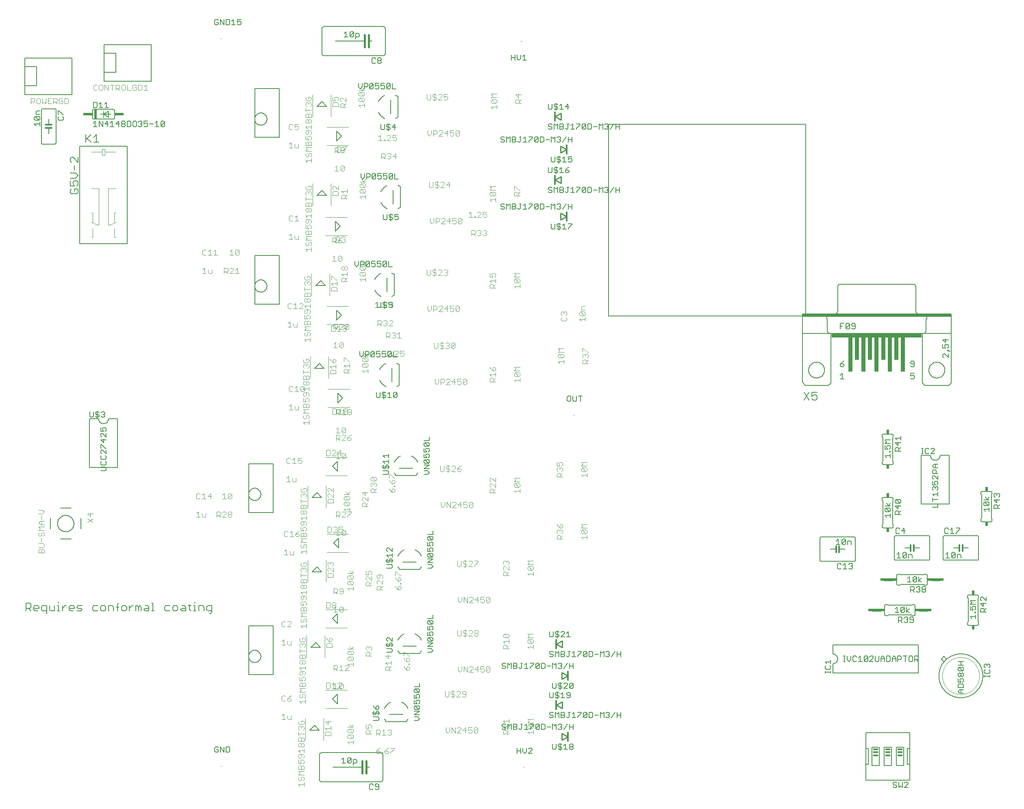
<source format=gto>
G75*
%MOIN*%
%OFA0B0*%
%FSLAX25Y25*%
%IPPOS*%
%LPD*%
%AMOC8*
5,1,8,0,0,1.08239X$1,22.5*
%
%ADD10C,0.00600*%
%ADD11C,0.00800*%
%ADD12C,0.00400*%
%ADD13C,0.00500*%
%ADD14C,0.00700*%
%ADD15R,0.02000X0.08000*%
%ADD16R,0.07500X0.02000*%
%ADD17C,0.00000*%
%ADD18C,0.01200*%
%ADD19C,0.01600*%
%ADD20C,0.01000*%
%ADD21R,0.01181X0.08268*%
%ADD22R,0.04000X0.01500*%
%ADD23C,0.02400*%
%ADD24R,0.03400X0.02400*%
%ADD25R,0.73000X0.03000*%
%ADD26R,1.22000X0.02000*%
%ADD27R,0.03200X0.28500*%
%ADD28R,0.03200X0.18500*%
%ADD29R,0.02400X0.03400*%
%ADD30C,0.00200*%
D10*
X0010100Y0161100D02*
X0010100Y0167505D01*
X0013303Y0167505D01*
X0014370Y0166438D01*
X0014370Y0164303D01*
X0013303Y0163235D01*
X0010100Y0163235D01*
X0012235Y0163235D02*
X0014370Y0161100D01*
X0016545Y0162168D02*
X0016545Y0164303D01*
X0017613Y0165370D01*
X0019748Y0165370D01*
X0020816Y0164303D01*
X0020816Y0163235D01*
X0016545Y0163235D01*
X0016545Y0162168D02*
X0017613Y0161100D01*
X0019748Y0161100D01*
X0022991Y0162168D02*
X0024059Y0161100D01*
X0027261Y0161100D01*
X0027261Y0158965D02*
X0027261Y0165370D01*
X0024059Y0165370D01*
X0022991Y0164303D01*
X0022991Y0162168D01*
X0029436Y0162168D02*
X0029436Y0165370D01*
X0029436Y0162168D02*
X0030504Y0161100D01*
X0033707Y0161100D01*
X0033707Y0165370D01*
X0035882Y0165370D02*
X0036950Y0165370D01*
X0036950Y0161100D01*
X0038017Y0161100D02*
X0035882Y0161100D01*
X0040179Y0161100D02*
X0040179Y0165370D01*
X0040179Y0163235D02*
X0042314Y0165370D01*
X0043382Y0165370D01*
X0045550Y0164303D02*
X0046618Y0165370D01*
X0048753Y0165370D01*
X0049821Y0164303D01*
X0049821Y0163235D01*
X0045550Y0163235D01*
X0045550Y0162168D02*
X0045550Y0164303D01*
X0045550Y0162168D02*
X0046618Y0161100D01*
X0048753Y0161100D01*
X0051996Y0161100D02*
X0055198Y0161100D01*
X0056266Y0162168D01*
X0055198Y0163235D01*
X0053063Y0163235D01*
X0051996Y0164303D01*
X0053063Y0165370D01*
X0056266Y0165370D01*
X0064887Y0164303D02*
X0064887Y0162168D01*
X0065954Y0161100D01*
X0069157Y0161100D01*
X0071332Y0162168D02*
X0072400Y0161100D01*
X0074535Y0161100D01*
X0075603Y0162168D01*
X0075603Y0164303D01*
X0074535Y0165370D01*
X0072400Y0165370D01*
X0071332Y0164303D01*
X0071332Y0162168D01*
X0069157Y0165370D02*
X0065954Y0165370D01*
X0064887Y0164303D01*
X0077778Y0165370D02*
X0077778Y0161100D01*
X0082048Y0161100D02*
X0082048Y0164303D01*
X0080980Y0165370D01*
X0077778Y0165370D01*
X0084223Y0164303D02*
X0086358Y0164303D01*
X0088520Y0164303D02*
X0088520Y0162168D01*
X0089588Y0161100D01*
X0091723Y0161100D01*
X0092791Y0162168D01*
X0092791Y0164303D01*
X0091723Y0165370D01*
X0089588Y0165370D01*
X0088520Y0164303D01*
X0086358Y0167505D02*
X0085291Y0166438D01*
X0085291Y0161100D01*
X0094966Y0161100D02*
X0094966Y0165370D01*
X0094966Y0163235D02*
X0097101Y0165370D01*
X0098168Y0165370D01*
X0100337Y0165370D02*
X0101405Y0165370D01*
X0102472Y0164303D01*
X0103540Y0165370D01*
X0104607Y0164303D01*
X0104607Y0161100D01*
X0102472Y0161100D02*
X0102472Y0164303D01*
X0100337Y0165370D02*
X0100337Y0161100D01*
X0106782Y0162168D02*
X0107850Y0163235D01*
X0111053Y0163235D01*
X0111053Y0164303D02*
X0111053Y0161100D01*
X0107850Y0161100D01*
X0106782Y0162168D01*
X0107850Y0165370D02*
X0109985Y0165370D01*
X0111053Y0164303D01*
X0113228Y0167505D02*
X0114296Y0167505D01*
X0114296Y0161100D01*
X0115363Y0161100D02*
X0113228Y0161100D01*
X0123970Y0162168D02*
X0123970Y0164303D01*
X0125038Y0165370D01*
X0128241Y0165370D01*
X0130416Y0164303D02*
X0130416Y0162168D01*
X0131484Y0161100D01*
X0133619Y0161100D01*
X0134686Y0162168D01*
X0134686Y0164303D01*
X0133619Y0165370D01*
X0131484Y0165370D01*
X0130416Y0164303D01*
X0128241Y0161100D02*
X0125038Y0161100D01*
X0123970Y0162168D01*
X0136861Y0162168D02*
X0137929Y0163235D01*
X0141132Y0163235D01*
X0141132Y0164303D02*
X0141132Y0161100D01*
X0137929Y0161100D01*
X0136861Y0162168D01*
X0137929Y0165370D02*
X0140064Y0165370D01*
X0141132Y0164303D01*
X0143307Y0165370D02*
X0145442Y0165370D01*
X0144375Y0166438D02*
X0144375Y0162168D01*
X0145442Y0161100D01*
X0147604Y0161100D02*
X0149739Y0161100D01*
X0148672Y0161100D02*
X0148672Y0165370D01*
X0147604Y0165370D01*
X0148672Y0167505D02*
X0148672Y0168573D01*
X0151901Y0165370D02*
X0155104Y0165370D01*
X0156171Y0164303D01*
X0156171Y0161100D01*
X0158346Y0162168D02*
X0159414Y0161100D01*
X0162617Y0161100D01*
X0162617Y0160032D02*
X0162617Y0165370D01*
X0159414Y0165370D01*
X0158346Y0164303D01*
X0158346Y0162168D01*
X0160482Y0158965D02*
X0161549Y0158965D01*
X0162617Y0160032D01*
X0151901Y0161100D02*
X0151901Y0165370D01*
X0036950Y0167505D02*
X0036950Y0168573D01*
X0062300Y0278800D02*
X0085300Y0278800D01*
X0085300Y0318800D01*
X0077800Y0318800D01*
X0077798Y0318674D01*
X0077792Y0318549D01*
X0077782Y0318424D01*
X0077768Y0318299D01*
X0077751Y0318174D01*
X0077729Y0318050D01*
X0077704Y0317927D01*
X0077674Y0317805D01*
X0077641Y0317684D01*
X0077604Y0317564D01*
X0077564Y0317445D01*
X0077519Y0317328D01*
X0077471Y0317211D01*
X0077419Y0317097D01*
X0077364Y0316984D01*
X0077305Y0316873D01*
X0077243Y0316764D01*
X0077177Y0316657D01*
X0077108Y0316552D01*
X0077036Y0316449D01*
X0076961Y0316348D01*
X0076882Y0316250D01*
X0076800Y0316155D01*
X0076716Y0316062D01*
X0076628Y0315972D01*
X0076538Y0315884D01*
X0076445Y0315800D01*
X0076350Y0315718D01*
X0076252Y0315639D01*
X0076151Y0315564D01*
X0076048Y0315492D01*
X0075943Y0315423D01*
X0075836Y0315357D01*
X0075727Y0315295D01*
X0075616Y0315236D01*
X0075503Y0315181D01*
X0075389Y0315129D01*
X0075272Y0315081D01*
X0075155Y0315036D01*
X0075036Y0314996D01*
X0074916Y0314959D01*
X0074795Y0314926D01*
X0074673Y0314896D01*
X0074550Y0314871D01*
X0074426Y0314849D01*
X0074301Y0314832D01*
X0074176Y0314818D01*
X0074051Y0314808D01*
X0073926Y0314802D01*
X0073800Y0314800D01*
X0073674Y0314802D01*
X0073549Y0314808D01*
X0073424Y0314818D01*
X0073299Y0314832D01*
X0073174Y0314849D01*
X0073050Y0314871D01*
X0072927Y0314896D01*
X0072805Y0314926D01*
X0072684Y0314959D01*
X0072564Y0314996D01*
X0072445Y0315036D01*
X0072328Y0315081D01*
X0072211Y0315129D01*
X0072097Y0315181D01*
X0071984Y0315236D01*
X0071873Y0315295D01*
X0071764Y0315357D01*
X0071657Y0315423D01*
X0071552Y0315492D01*
X0071449Y0315564D01*
X0071348Y0315639D01*
X0071250Y0315718D01*
X0071155Y0315800D01*
X0071062Y0315884D01*
X0070972Y0315972D01*
X0070884Y0316062D01*
X0070800Y0316155D01*
X0070718Y0316250D01*
X0070639Y0316348D01*
X0070564Y0316449D01*
X0070492Y0316552D01*
X0070423Y0316657D01*
X0070357Y0316764D01*
X0070295Y0316873D01*
X0070236Y0316984D01*
X0070181Y0317097D01*
X0070129Y0317211D01*
X0070081Y0317328D01*
X0070036Y0317445D01*
X0069996Y0317564D01*
X0069959Y0317684D01*
X0069926Y0317805D01*
X0069896Y0317927D01*
X0069871Y0318050D01*
X0069849Y0318174D01*
X0069832Y0318299D01*
X0069818Y0318424D01*
X0069808Y0318549D01*
X0069802Y0318674D01*
X0069800Y0318800D01*
X0062300Y0318800D01*
X0062300Y0278800D01*
X0054198Y0462639D02*
X0093296Y0462639D01*
X0093296Y0542560D01*
X0054198Y0542560D01*
X0054198Y0462639D01*
X0033800Y0544300D02*
X0023800Y0544300D01*
X0023740Y0544302D01*
X0023679Y0544307D01*
X0023620Y0544316D01*
X0023561Y0544329D01*
X0023502Y0544345D01*
X0023445Y0544365D01*
X0023390Y0544388D01*
X0023335Y0544415D01*
X0023283Y0544444D01*
X0023232Y0544477D01*
X0023183Y0544513D01*
X0023137Y0544551D01*
X0023093Y0544593D01*
X0023051Y0544637D01*
X0023013Y0544683D01*
X0022977Y0544732D01*
X0022944Y0544783D01*
X0022915Y0544835D01*
X0022888Y0544890D01*
X0022865Y0544945D01*
X0022845Y0545002D01*
X0022829Y0545061D01*
X0022816Y0545120D01*
X0022807Y0545179D01*
X0022802Y0545240D01*
X0022800Y0545300D01*
X0022800Y0572300D01*
X0022802Y0572360D01*
X0022807Y0572421D01*
X0022816Y0572480D01*
X0022829Y0572539D01*
X0022845Y0572598D01*
X0022865Y0572655D01*
X0022888Y0572710D01*
X0022915Y0572765D01*
X0022944Y0572817D01*
X0022977Y0572868D01*
X0023013Y0572917D01*
X0023051Y0572963D01*
X0023093Y0573007D01*
X0023137Y0573049D01*
X0023183Y0573087D01*
X0023232Y0573123D01*
X0023283Y0573156D01*
X0023335Y0573185D01*
X0023390Y0573212D01*
X0023445Y0573235D01*
X0023502Y0573255D01*
X0023561Y0573271D01*
X0023620Y0573284D01*
X0023679Y0573293D01*
X0023740Y0573298D01*
X0023800Y0573300D01*
X0033800Y0573300D01*
X0033860Y0573298D01*
X0033921Y0573293D01*
X0033980Y0573284D01*
X0034039Y0573271D01*
X0034098Y0573255D01*
X0034155Y0573235D01*
X0034210Y0573212D01*
X0034265Y0573185D01*
X0034317Y0573156D01*
X0034368Y0573123D01*
X0034417Y0573087D01*
X0034463Y0573049D01*
X0034507Y0573007D01*
X0034549Y0572963D01*
X0034587Y0572917D01*
X0034623Y0572868D01*
X0034656Y0572817D01*
X0034685Y0572765D01*
X0034712Y0572710D01*
X0034735Y0572655D01*
X0034755Y0572598D01*
X0034771Y0572539D01*
X0034784Y0572480D01*
X0034793Y0572421D01*
X0034798Y0572360D01*
X0034800Y0572300D01*
X0034800Y0545300D01*
X0034798Y0545240D01*
X0034793Y0545179D01*
X0034784Y0545120D01*
X0034771Y0545061D01*
X0034755Y0545002D01*
X0034735Y0544945D01*
X0034712Y0544890D01*
X0034685Y0544835D01*
X0034656Y0544783D01*
X0034623Y0544732D01*
X0034587Y0544683D01*
X0034549Y0544637D01*
X0034507Y0544593D01*
X0034463Y0544551D01*
X0034417Y0544513D01*
X0034368Y0544477D01*
X0034317Y0544444D01*
X0034265Y0544415D01*
X0034210Y0544388D01*
X0034155Y0544365D01*
X0034098Y0544345D01*
X0034039Y0544329D01*
X0033980Y0544316D01*
X0033921Y0544307D01*
X0033860Y0544302D01*
X0033800Y0544300D01*
X0028800Y0552800D02*
X0028800Y0557500D01*
X0028800Y0560000D02*
X0028800Y0564800D01*
X0064800Y0565800D02*
X0064800Y0571800D01*
X0064802Y0571860D01*
X0064807Y0571921D01*
X0064816Y0571980D01*
X0064829Y0572039D01*
X0064845Y0572098D01*
X0064865Y0572155D01*
X0064888Y0572210D01*
X0064915Y0572265D01*
X0064944Y0572317D01*
X0064977Y0572368D01*
X0065013Y0572417D01*
X0065051Y0572463D01*
X0065093Y0572507D01*
X0065137Y0572549D01*
X0065183Y0572587D01*
X0065232Y0572623D01*
X0065283Y0572656D01*
X0065335Y0572685D01*
X0065390Y0572712D01*
X0065445Y0572735D01*
X0065502Y0572755D01*
X0065561Y0572771D01*
X0065620Y0572784D01*
X0065679Y0572793D01*
X0065740Y0572798D01*
X0065800Y0572800D01*
X0081800Y0572800D01*
X0081860Y0572798D01*
X0081921Y0572793D01*
X0081980Y0572784D01*
X0082039Y0572771D01*
X0082098Y0572755D01*
X0082155Y0572735D01*
X0082210Y0572712D01*
X0082265Y0572685D01*
X0082317Y0572656D01*
X0082368Y0572623D01*
X0082417Y0572587D01*
X0082463Y0572549D01*
X0082507Y0572507D01*
X0082549Y0572463D01*
X0082587Y0572417D01*
X0082623Y0572368D01*
X0082656Y0572317D01*
X0082685Y0572265D01*
X0082712Y0572210D01*
X0082735Y0572155D01*
X0082755Y0572098D01*
X0082771Y0572039D01*
X0082784Y0571980D01*
X0082793Y0571921D01*
X0082798Y0571860D01*
X0082800Y0571800D01*
X0082800Y0565800D01*
X0082798Y0565740D01*
X0082793Y0565679D01*
X0082784Y0565620D01*
X0082771Y0565561D01*
X0082755Y0565502D01*
X0082735Y0565445D01*
X0082712Y0565390D01*
X0082685Y0565335D01*
X0082656Y0565283D01*
X0082623Y0565232D01*
X0082587Y0565183D01*
X0082549Y0565137D01*
X0082507Y0565093D01*
X0082463Y0565051D01*
X0082417Y0565013D01*
X0082368Y0564977D01*
X0082317Y0564944D01*
X0082265Y0564915D01*
X0082210Y0564888D01*
X0082155Y0564865D01*
X0082098Y0564845D01*
X0082039Y0564829D01*
X0081980Y0564816D01*
X0081921Y0564807D01*
X0081860Y0564802D01*
X0081800Y0564800D01*
X0065800Y0564800D01*
X0065740Y0564802D01*
X0065679Y0564807D01*
X0065620Y0564816D01*
X0065561Y0564829D01*
X0065502Y0564845D01*
X0065445Y0564865D01*
X0065390Y0564888D01*
X0065335Y0564915D01*
X0065283Y0564944D01*
X0065232Y0564977D01*
X0065183Y0565013D01*
X0065137Y0565051D01*
X0065093Y0565093D01*
X0065051Y0565137D01*
X0065013Y0565183D01*
X0064977Y0565232D01*
X0064944Y0565283D01*
X0064915Y0565335D01*
X0064888Y0565390D01*
X0064865Y0565445D01*
X0064845Y0565502D01*
X0064829Y0565561D01*
X0064816Y0565620D01*
X0064807Y0565679D01*
X0064802Y0565740D01*
X0064800Y0565800D01*
X0071300Y0568800D02*
X0073800Y0568800D01*
X0073800Y0566300D01*
X0073800Y0568800D02*
X0073800Y0571300D01*
X0073800Y0568800D02*
X0077800Y0571300D01*
X0077800Y0566300D01*
X0073800Y0568800D01*
X0079800Y0568800D01*
X0252800Y0618800D02*
X0252800Y0638800D01*
X0252802Y0638887D01*
X0252808Y0638974D01*
X0252817Y0639061D01*
X0252830Y0639147D01*
X0252847Y0639233D01*
X0252868Y0639318D01*
X0252893Y0639401D01*
X0252921Y0639484D01*
X0252952Y0639565D01*
X0252987Y0639645D01*
X0253026Y0639723D01*
X0253068Y0639800D01*
X0253113Y0639875D01*
X0253162Y0639947D01*
X0253213Y0640018D01*
X0253268Y0640086D01*
X0253325Y0640151D01*
X0253386Y0640214D01*
X0253449Y0640275D01*
X0253514Y0640332D01*
X0253582Y0640387D01*
X0253653Y0640438D01*
X0253725Y0640487D01*
X0253800Y0640532D01*
X0253877Y0640574D01*
X0253955Y0640613D01*
X0254035Y0640648D01*
X0254116Y0640679D01*
X0254199Y0640707D01*
X0254282Y0640732D01*
X0254367Y0640753D01*
X0254453Y0640770D01*
X0254539Y0640783D01*
X0254626Y0640792D01*
X0254713Y0640798D01*
X0254800Y0640800D01*
X0302800Y0640800D01*
X0302887Y0640798D01*
X0302974Y0640792D01*
X0303061Y0640783D01*
X0303147Y0640770D01*
X0303233Y0640753D01*
X0303318Y0640732D01*
X0303401Y0640707D01*
X0303484Y0640679D01*
X0303565Y0640648D01*
X0303645Y0640613D01*
X0303723Y0640574D01*
X0303800Y0640532D01*
X0303875Y0640487D01*
X0303947Y0640438D01*
X0304018Y0640387D01*
X0304086Y0640332D01*
X0304151Y0640275D01*
X0304214Y0640214D01*
X0304275Y0640151D01*
X0304332Y0640086D01*
X0304387Y0640018D01*
X0304438Y0639947D01*
X0304487Y0639875D01*
X0304532Y0639800D01*
X0304574Y0639723D01*
X0304613Y0639645D01*
X0304648Y0639565D01*
X0304679Y0639484D01*
X0304707Y0639401D01*
X0304732Y0639318D01*
X0304753Y0639233D01*
X0304770Y0639147D01*
X0304783Y0639061D01*
X0304792Y0638974D01*
X0304798Y0638887D01*
X0304800Y0638800D01*
X0304800Y0618800D01*
X0304798Y0618713D01*
X0304792Y0618626D01*
X0304783Y0618539D01*
X0304770Y0618453D01*
X0304753Y0618367D01*
X0304732Y0618282D01*
X0304707Y0618199D01*
X0304679Y0618116D01*
X0304648Y0618035D01*
X0304613Y0617955D01*
X0304574Y0617877D01*
X0304532Y0617800D01*
X0304487Y0617725D01*
X0304438Y0617653D01*
X0304387Y0617582D01*
X0304332Y0617514D01*
X0304275Y0617449D01*
X0304214Y0617386D01*
X0304151Y0617325D01*
X0304086Y0617268D01*
X0304018Y0617213D01*
X0303947Y0617162D01*
X0303875Y0617113D01*
X0303800Y0617068D01*
X0303723Y0617026D01*
X0303645Y0616987D01*
X0303565Y0616952D01*
X0303484Y0616921D01*
X0303401Y0616893D01*
X0303318Y0616868D01*
X0303233Y0616847D01*
X0303147Y0616830D01*
X0303061Y0616817D01*
X0302974Y0616808D01*
X0302887Y0616802D01*
X0302800Y0616800D01*
X0254800Y0616800D01*
X0254713Y0616802D01*
X0254626Y0616808D01*
X0254539Y0616817D01*
X0254453Y0616830D01*
X0254367Y0616847D01*
X0254282Y0616868D01*
X0254199Y0616893D01*
X0254116Y0616921D01*
X0254035Y0616952D01*
X0253955Y0616987D01*
X0253877Y0617026D01*
X0253800Y0617068D01*
X0253725Y0617113D01*
X0253653Y0617162D01*
X0253582Y0617213D01*
X0253514Y0617268D01*
X0253449Y0617325D01*
X0253386Y0617386D01*
X0253325Y0617449D01*
X0253268Y0617514D01*
X0253213Y0617582D01*
X0253162Y0617653D01*
X0253113Y0617725D01*
X0253068Y0617800D01*
X0253026Y0617877D01*
X0252987Y0617955D01*
X0252952Y0618035D01*
X0252921Y0618116D01*
X0252893Y0618199D01*
X0252868Y0618282D01*
X0252847Y0618367D01*
X0252830Y0618453D01*
X0252817Y0618539D01*
X0252808Y0618626D01*
X0252802Y0618713D01*
X0252800Y0618800D01*
X0263800Y0628800D02*
X0287800Y0628800D01*
X0291300Y0628800D02*
X0293800Y0628800D01*
X0646800Y0404800D02*
X0677300Y0404800D01*
X0738300Y0404800D01*
X0768800Y0404800D01*
X0768800Y0402800D01*
X0758800Y0402800D01*
X0748800Y0402800D01*
X0748800Y0400800D01*
X0748300Y0400800D01*
X0748300Y0391300D01*
X0748298Y0391202D01*
X0748292Y0391104D01*
X0748283Y0391006D01*
X0748269Y0390909D01*
X0748252Y0390812D01*
X0748231Y0390716D01*
X0748206Y0390621D01*
X0748178Y0390527D01*
X0748145Y0390435D01*
X0748110Y0390343D01*
X0748070Y0390253D01*
X0748028Y0390165D01*
X0747981Y0390078D01*
X0747932Y0389994D01*
X0747879Y0389911D01*
X0747823Y0389831D01*
X0747763Y0389752D01*
X0747701Y0389676D01*
X0747636Y0389603D01*
X0747568Y0389532D01*
X0747497Y0389464D01*
X0747424Y0389399D01*
X0747348Y0389337D01*
X0747269Y0389277D01*
X0747189Y0389221D01*
X0747106Y0389168D01*
X0747022Y0389119D01*
X0746935Y0389072D01*
X0746847Y0389030D01*
X0746757Y0388990D01*
X0746665Y0388955D01*
X0746573Y0388922D01*
X0746479Y0388894D01*
X0746384Y0388869D01*
X0746288Y0388848D01*
X0746191Y0388831D01*
X0746094Y0388817D01*
X0745996Y0388808D01*
X0745898Y0388802D01*
X0745800Y0388800D01*
X0745300Y0388800D02*
X0745300Y0348300D01*
X0747300Y0346300D01*
X0766800Y0346300D01*
X0768800Y0348300D01*
X0768800Y0388300D01*
X0768800Y0388800D01*
X0748800Y0388800D01*
X0745300Y0388800D01*
X0744300Y0388800D01*
X0744300Y0385800D01*
X0671300Y0385800D01*
X0671300Y0388800D01*
X0744300Y0388800D01*
X0748800Y0402800D02*
X0666800Y0402800D01*
X0666800Y0400800D01*
X0667300Y0400800D01*
X0667300Y0391300D01*
X0667302Y0391202D01*
X0667308Y0391104D01*
X0667317Y0391006D01*
X0667331Y0390909D01*
X0667348Y0390812D01*
X0667369Y0390716D01*
X0667394Y0390621D01*
X0667422Y0390527D01*
X0667455Y0390435D01*
X0667490Y0390343D01*
X0667530Y0390253D01*
X0667572Y0390165D01*
X0667619Y0390078D01*
X0667668Y0389994D01*
X0667721Y0389911D01*
X0667777Y0389831D01*
X0667837Y0389752D01*
X0667899Y0389676D01*
X0667964Y0389603D01*
X0668032Y0389532D01*
X0668103Y0389464D01*
X0668176Y0389399D01*
X0668252Y0389337D01*
X0668331Y0389277D01*
X0668411Y0389221D01*
X0668494Y0389168D01*
X0668578Y0389119D01*
X0668665Y0389072D01*
X0668753Y0389030D01*
X0668843Y0388990D01*
X0668935Y0388955D01*
X0669027Y0388922D01*
X0669121Y0388894D01*
X0669216Y0388869D01*
X0669312Y0388848D01*
X0669409Y0388831D01*
X0669506Y0388817D01*
X0669604Y0388808D01*
X0669702Y0388802D01*
X0669800Y0388800D01*
X0670300Y0388800D02*
X0670300Y0348300D01*
X0668300Y0346300D01*
X0649300Y0346300D01*
X0646800Y0348800D01*
X0646800Y0388300D01*
X0646800Y0388800D01*
X0646800Y0400800D01*
X0646800Y0402800D01*
X0656800Y0402800D01*
X0666800Y0402800D01*
X0673300Y0404800D02*
X0673398Y0404802D01*
X0673496Y0404808D01*
X0673594Y0404817D01*
X0673691Y0404831D01*
X0673788Y0404848D01*
X0673884Y0404869D01*
X0673979Y0404894D01*
X0674073Y0404922D01*
X0674165Y0404955D01*
X0674257Y0404990D01*
X0674347Y0405030D01*
X0674435Y0405072D01*
X0674522Y0405119D01*
X0674606Y0405168D01*
X0674689Y0405221D01*
X0674769Y0405277D01*
X0674848Y0405337D01*
X0674924Y0405399D01*
X0674997Y0405464D01*
X0675068Y0405532D01*
X0675136Y0405603D01*
X0675201Y0405676D01*
X0675263Y0405752D01*
X0675323Y0405831D01*
X0675379Y0405911D01*
X0675432Y0405994D01*
X0675481Y0406078D01*
X0675528Y0406165D01*
X0675570Y0406253D01*
X0675610Y0406343D01*
X0675645Y0406435D01*
X0675678Y0406527D01*
X0675706Y0406621D01*
X0675731Y0406716D01*
X0675752Y0406812D01*
X0675769Y0406909D01*
X0675783Y0407006D01*
X0675792Y0407104D01*
X0675798Y0407202D01*
X0675800Y0407300D01*
X0675800Y0427300D01*
X0675802Y0427387D01*
X0675808Y0427474D01*
X0675817Y0427561D01*
X0675830Y0427647D01*
X0675847Y0427733D01*
X0675868Y0427818D01*
X0675893Y0427901D01*
X0675921Y0427984D01*
X0675952Y0428065D01*
X0675987Y0428145D01*
X0676026Y0428223D01*
X0676068Y0428300D01*
X0676113Y0428375D01*
X0676162Y0428447D01*
X0676213Y0428518D01*
X0676268Y0428586D01*
X0676325Y0428651D01*
X0676386Y0428714D01*
X0676449Y0428775D01*
X0676514Y0428832D01*
X0676582Y0428887D01*
X0676653Y0428938D01*
X0676725Y0428987D01*
X0676800Y0429032D01*
X0676877Y0429074D01*
X0676955Y0429113D01*
X0677035Y0429148D01*
X0677116Y0429179D01*
X0677199Y0429207D01*
X0677282Y0429232D01*
X0677367Y0429253D01*
X0677453Y0429270D01*
X0677539Y0429283D01*
X0677626Y0429292D01*
X0677713Y0429298D01*
X0677800Y0429300D01*
X0678800Y0429300D01*
X0736800Y0429300D01*
X0737800Y0429300D01*
X0737887Y0429298D01*
X0737974Y0429292D01*
X0738061Y0429283D01*
X0738147Y0429270D01*
X0738233Y0429253D01*
X0738318Y0429232D01*
X0738401Y0429207D01*
X0738484Y0429179D01*
X0738565Y0429148D01*
X0738645Y0429113D01*
X0738723Y0429074D01*
X0738800Y0429032D01*
X0738875Y0428987D01*
X0738947Y0428938D01*
X0739018Y0428887D01*
X0739086Y0428832D01*
X0739151Y0428775D01*
X0739214Y0428714D01*
X0739275Y0428651D01*
X0739332Y0428586D01*
X0739387Y0428518D01*
X0739438Y0428447D01*
X0739487Y0428375D01*
X0739532Y0428300D01*
X0739574Y0428223D01*
X0739613Y0428145D01*
X0739648Y0428065D01*
X0739679Y0427984D01*
X0739707Y0427901D01*
X0739732Y0427818D01*
X0739753Y0427733D01*
X0739770Y0427647D01*
X0739783Y0427561D01*
X0739792Y0427474D01*
X0739798Y0427387D01*
X0739800Y0427300D01*
X0739800Y0407300D01*
X0739802Y0407202D01*
X0739808Y0407104D01*
X0739817Y0407006D01*
X0739831Y0406909D01*
X0739848Y0406812D01*
X0739869Y0406716D01*
X0739894Y0406621D01*
X0739922Y0406527D01*
X0739955Y0406435D01*
X0739990Y0406343D01*
X0740030Y0406253D01*
X0740072Y0406165D01*
X0740119Y0406078D01*
X0740168Y0405994D01*
X0740221Y0405911D01*
X0740277Y0405831D01*
X0740337Y0405752D01*
X0740399Y0405676D01*
X0740464Y0405603D01*
X0740532Y0405532D01*
X0740603Y0405464D01*
X0740676Y0405399D01*
X0740752Y0405337D01*
X0740831Y0405277D01*
X0740911Y0405221D01*
X0740994Y0405168D01*
X0741078Y0405119D01*
X0741165Y0405072D01*
X0741253Y0405030D01*
X0741343Y0404990D01*
X0741435Y0404955D01*
X0741527Y0404922D01*
X0741621Y0404894D01*
X0741716Y0404869D01*
X0741812Y0404848D01*
X0741909Y0404831D01*
X0742006Y0404817D01*
X0742104Y0404808D01*
X0742202Y0404802D01*
X0742300Y0404800D01*
X0768800Y0402800D02*
X0768800Y0400800D01*
X0768800Y0388800D01*
X0750600Y0358800D02*
X0750602Y0358961D01*
X0750608Y0359121D01*
X0750618Y0359282D01*
X0750632Y0359442D01*
X0750650Y0359602D01*
X0750671Y0359761D01*
X0750697Y0359920D01*
X0750727Y0360078D01*
X0750760Y0360235D01*
X0750798Y0360392D01*
X0750839Y0360547D01*
X0750884Y0360701D01*
X0750933Y0360854D01*
X0750986Y0361006D01*
X0751042Y0361157D01*
X0751103Y0361306D01*
X0751166Y0361454D01*
X0751234Y0361600D01*
X0751305Y0361744D01*
X0751379Y0361886D01*
X0751457Y0362027D01*
X0751539Y0362165D01*
X0751624Y0362302D01*
X0751712Y0362436D01*
X0751804Y0362568D01*
X0751899Y0362698D01*
X0751997Y0362826D01*
X0752098Y0362951D01*
X0752202Y0363073D01*
X0752309Y0363193D01*
X0752419Y0363310D01*
X0752532Y0363425D01*
X0752648Y0363536D01*
X0752767Y0363645D01*
X0752888Y0363750D01*
X0753012Y0363853D01*
X0753138Y0363953D01*
X0753266Y0364049D01*
X0753397Y0364142D01*
X0753531Y0364232D01*
X0753666Y0364319D01*
X0753804Y0364402D01*
X0753943Y0364482D01*
X0754085Y0364558D01*
X0754228Y0364631D01*
X0754373Y0364700D01*
X0754520Y0364766D01*
X0754668Y0364828D01*
X0754818Y0364886D01*
X0754969Y0364941D01*
X0755122Y0364992D01*
X0755276Y0365039D01*
X0755431Y0365082D01*
X0755587Y0365121D01*
X0755743Y0365157D01*
X0755901Y0365188D01*
X0756059Y0365216D01*
X0756218Y0365240D01*
X0756378Y0365260D01*
X0756538Y0365276D01*
X0756698Y0365288D01*
X0756859Y0365296D01*
X0757020Y0365300D01*
X0757180Y0365300D01*
X0757341Y0365296D01*
X0757502Y0365288D01*
X0757662Y0365276D01*
X0757822Y0365260D01*
X0757982Y0365240D01*
X0758141Y0365216D01*
X0758299Y0365188D01*
X0758457Y0365157D01*
X0758613Y0365121D01*
X0758769Y0365082D01*
X0758924Y0365039D01*
X0759078Y0364992D01*
X0759231Y0364941D01*
X0759382Y0364886D01*
X0759532Y0364828D01*
X0759680Y0364766D01*
X0759827Y0364700D01*
X0759972Y0364631D01*
X0760115Y0364558D01*
X0760257Y0364482D01*
X0760396Y0364402D01*
X0760534Y0364319D01*
X0760669Y0364232D01*
X0760803Y0364142D01*
X0760934Y0364049D01*
X0761062Y0363953D01*
X0761188Y0363853D01*
X0761312Y0363750D01*
X0761433Y0363645D01*
X0761552Y0363536D01*
X0761668Y0363425D01*
X0761781Y0363310D01*
X0761891Y0363193D01*
X0761998Y0363073D01*
X0762102Y0362951D01*
X0762203Y0362826D01*
X0762301Y0362698D01*
X0762396Y0362568D01*
X0762488Y0362436D01*
X0762576Y0362302D01*
X0762661Y0362165D01*
X0762743Y0362027D01*
X0762821Y0361886D01*
X0762895Y0361744D01*
X0762966Y0361600D01*
X0763034Y0361454D01*
X0763097Y0361306D01*
X0763158Y0361157D01*
X0763214Y0361006D01*
X0763267Y0360854D01*
X0763316Y0360701D01*
X0763361Y0360547D01*
X0763402Y0360392D01*
X0763440Y0360235D01*
X0763473Y0360078D01*
X0763503Y0359920D01*
X0763529Y0359761D01*
X0763550Y0359602D01*
X0763568Y0359442D01*
X0763582Y0359282D01*
X0763592Y0359121D01*
X0763598Y0358961D01*
X0763600Y0358800D01*
X0763598Y0358639D01*
X0763592Y0358479D01*
X0763582Y0358318D01*
X0763568Y0358158D01*
X0763550Y0357998D01*
X0763529Y0357839D01*
X0763503Y0357680D01*
X0763473Y0357522D01*
X0763440Y0357365D01*
X0763402Y0357208D01*
X0763361Y0357053D01*
X0763316Y0356899D01*
X0763267Y0356746D01*
X0763214Y0356594D01*
X0763158Y0356443D01*
X0763097Y0356294D01*
X0763034Y0356146D01*
X0762966Y0356000D01*
X0762895Y0355856D01*
X0762821Y0355714D01*
X0762743Y0355573D01*
X0762661Y0355435D01*
X0762576Y0355298D01*
X0762488Y0355164D01*
X0762396Y0355032D01*
X0762301Y0354902D01*
X0762203Y0354774D01*
X0762102Y0354649D01*
X0761998Y0354527D01*
X0761891Y0354407D01*
X0761781Y0354290D01*
X0761668Y0354175D01*
X0761552Y0354064D01*
X0761433Y0353955D01*
X0761312Y0353850D01*
X0761188Y0353747D01*
X0761062Y0353647D01*
X0760934Y0353551D01*
X0760803Y0353458D01*
X0760669Y0353368D01*
X0760534Y0353281D01*
X0760396Y0353198D01*
X0760257Y0353118D01*
X0760115Y0353042D01*
X0759972Y0352969D01*
X0759827Y0352900D01*
X0759680Y0352834D01*
X0759532Y0352772D01*
X0759382Y0352714D01*
X0759231Y0352659D01*
X0759078Y0352608D01*
X0758924Y0352561D01*
X0758769Y0352518D01*
X0758613Y0352479D01*
X0758457Y0352443D01*
X0758299Y0352412D01*
X0758141Y0352384D01*
X0757982Y0352360D01*
X0757822Y0352340D01*
X0757662Y0352324D01*
X0757502Y0352312D01*
X0757341Y0352304D01*
X0757180Y0352300D01*
X0757020Y0352300D01*
X0756859Y0352304D01*
X0756698Y0352312D01*
X0756538Y0352324D01*
X0756378Y0352340D01*
X0756218Y0352360D01*
X0756059Y0352384D01*
X0755901Y0352412D01*
X0755743Y0352443D01*
X0755587Y0352479D01*
X0755431Y0352518D01*
X0755276Y0352561D01*
X0755122Y0352608D01*
X0754969Y0352659D01*
X0754818Y0352714D01*
X0754668Y0352772D01*
X0754520Y0352834D01*
X0754373Y0352900D01*
X0754228Y0352969D01*
X0754085Y0353042D01*
X0753943Y0353118D01*
X0753804Y0353198D01*
X0753666Y0353281D01*
X0753531Y0353368D01*
X0753397Y0353458D01*
X0753266Y0353551D01*
X0753138Y0353647D01*
X0753012Y0353747D01*
X0752888Y0353850D01*
X0752767Y0353955D01*
X0752648Y0354064D01*
X0752532Y0354175D01*
X0752419Y0354290D01*
X0752309Y0354407D01*
X0752202Y0354527D01*
X0752098Y0354649D01*
X0751997Y0354774D01*
X0751899Y0354902D01*
X0751804Y0355032D01*
X0751712Y0355164D01*
X0751624Y0355298D01*
X0751539Y0355435D01*
X0751457Y0355573D01*
X0751379Y0355714D01*
X0751305Y0355856D01*
X0751234Y0356000D01*
X0751166Y0356146D01*
X0751103Y0356294D01*
X0751042Y0356443D01*
X0750986Y0356594D01*
X0750933Y0356746D01*
X0750884Y0356899D01*
X0750839Y0357053D01*
X0750798Y0357208D01*
X0750760Y0357365D01*
X0750727Y0357522D01*
X0750697Y0357680D01*
X0750671Y0357839D01*
X0750650Y0357998D01*
X0750632Y0358158D01*
X0750618Y0358318D01*
X0750608Y0358479D01*
X0750602Y0358639D01*
X0750600Y0358800D01*
X0720300Y0306300D02*
X0713300Y0306300D01*
X0713240Y0306298D01*
X0713179Y0306293D01*
X0713120Y0306284D01*
X0713061Y0306271D01*
X0713002Y0306255D01*
X0712945Y0306235D01*
X0712890Y0306212D01*
X0712835Y0306185D01*
X0712783Y0306156D01*
X0712732Y0306123D01*
X0712683Y0306087D01*
X0712637Y0306049D01*
X0712593Y0306007D01*
X0712551Y0305963D01*
X0712513Y0305917D01*
X0712477Y0305868D01*
X0712444Y0305817D01*
X0712415Y0305765D01*
X0712388Y0305710D01*
X0712365Y0305655D01*
X0712345Y0305598D01*
X0712329Y0305539D01*
X0712316Y0305480D01*
X0712307Y0305421D01*
X0712302Y0305360D01*
X0712300Y0305300D01*
X0712300Y0303800D01*
X0712800Y0303300D01*
X0712800Y0284300D01*
X0712300Y0283800D01*
X0712300Y0282300D01*
X0712302Y0282240D01*
X0712307Y0282179D01*
X0712316Y0282120D01*
X0712329Y0282061D01*
X0712345Y0282002D01*
X0712365Y0281945D01*
X0712388Y0281890D01*
X0712415Y0281835D01*
X0712444Y0281783D01*
X0712477Y0281732D01*
X0712513Y0281683D01*
X0712551Y0281637D01*
X0712593Y0281593D01*
X0712637Y0281551D01*
X0712683Y0281513D01*
X0712732Y0281477D01*
X0712783Y0281444D01*
X0712835Y0281415D01*
X0712890Y0281388D01*
X0712945Y0281365D01*
X0713002Y0281345D01*
X0713061Y0281329D01*
X0713120Y0281316D01*
X0713179Y0281307D01*
X0713240Y0281302D01*
X0713300Y0281300D01*
X0720300Y0281300D01*
X0720360Y0281302D01*
X0720421Y0281307D01*
X0720480Y0281316D01*
X0720539Y0281329D01*
X0720598Y0281345D01*
X0720655Y0281365D01*
X0720710Y0281388D01*
X0720765Y0281415D01*
X0720817Y0281444D01*
X0720868Y0281477D01*
X0720917Y0281513D01*
X0720963Y0281551D01*
X0721007Y0281593D01*
X0721049Y0281637D01*
X0721087Y0281683D01*
X0721123Y0281732D01*
X0721156Y0281783D01*
X0721185Y0281835D01*
X0721212Y0281890D01*
X0721235Y0281945D01*
X0721255Y0282002D01*
X0721271Y0282061D01*
X0721284Y0282120D01*
X0721293Y0282179D01*
X0721298Y0282240D01*
X0721300Y0282300D01*
X0721300Y0283800D01*
X0720800Y0284300D01*
X0720800Y0303300D01*
X0721300Y0303800D01*
X0721300Y0305300D01*
X0721298Y0305360D01*
X0721293Y0305421D01*
X0721284Y0305480D01*
X0721271Y0305539D01*
X0721255Y0305598D01*
X0721235Y0305655D01*
X0721212Y0305710D01*
X0721185Y0305765D01*
X0721156Y0305817D01*
X0721123Y0305868D01*
X0721087Y0305917D01*
X0721049Y0305963D01*
X0721007Y0306007D01*
X0720963Y0306049D01*
X0720917Y0306087D01*
X0720868Y0306123D01*
X0720817Y0306156D01*
X0720765Y0306185D01*
X0720710Y0306212D01*
X0720655Y0306235D01*
X0720598Y0306255D01*
X0720539Y0306271D01*
X0720480Y0306284D01*
X0720421Y0306293D01*
X0720360Y0306298D01*
X0720300Y0306300D01*
X0744300Y0288800D02*
X0751800Y0288800D01*
X0751802Y0288674D01*
X0751808Y0288549D01*
X0751818Y0288424D01*
X0751832Y0288299D01*
X0751849Y0288174D01*
X0751871Y0288050D01*
X0751896Y0287927D01*
X0751926Y0287805D01*
X0751959Y0287684D01*
X0751996Y0287564D01*
X0752036Y0287445D01*
X0752081Y0287328D01*
X0752129Y0287211D01*
X0752181Y0287097D01*
X0752236Y0286984D01*
X0752295Y0286873D01*
X0752357Y0286764D01*
X0752423Y0286657D01*
X0752492Y0286552D01*
X0752564Y0286449D01*
X0752639Y0286348D01*
X0752718Y0286250D01*
X0752800Y0286155D01*
X0752884Y0286062D01*
X0752972Y0285972D01*
X0753062Y0285884D01*
X0753155Y0285800D01*
X0753250Y0285718D01*
X0753348Y0285639D01*
X0753449Y0285564D01*
X0753552Y0285492D01*
X0753657Y0285423D01*
X0753764Y0285357D01*
X0753873Y0285295D01*
X0753984Y0285236D01*
X0754097Y0285181D01*
X0754211Y0285129D01*
X0754328Y0285081D01*
X0754445Y0285036D01*
X0754564Y0284996D01*
X0754684Y0284959D01*
X0754805Y0284926D01*
X0754927Y0284896D01*
X0755050Y0284871D01*
X0755174Y0284849D01*
X0755299Y0284832D01*
X0755424Y0284818D01*
X0755549Y0284808D01*
X0755674Y0284802D01*
X0755800Y0284800D01*
X0755926Y0284802D01*
X0756051Y0284808D01*
X0756176Y0284818D01*
X0756301Y0284832D01*
X0756426Y0284849D01*
X0756550Y0284871D01*
X0756673Y0284896D01*
X0756795Y0284926D01*
X0756916Y0284959D01*
X0757036Y0284996D01*
X0757155Y0285036D01*
X0757272Y0285081D01*
X0757389Y0285129D01*
X0757503Y0285181D01*
X0757616Y0285236D01*
X0757727Y0285295D01*
X0757836Y0285357D01*
X0757943Y0285423D01*
X0758048Y0285492D01*
X0758151Y0285564D01*
X0758252Y0285639D01*
X0758350Y0285718D01*
X0758445Y0285800D01*
X0758538Y0285884D01*
X0758628Y0285972D01*
X0758716Y0286062D01*
X0758800Y0286155D01*
X0758882Y0286250D01*
X0758961Y0286348D01*
X0759036Y0286449D01*
X0759108Y0286552D01*
X0759177Y0286657D01*
X0759243Y0286764D01*
X0759305Y0286873D01*
X0759364Y0286984D01*
X0759419Y0287097D01*
X0759471Y0287211D01*
X0759519Y0287328D01*
X0759564Y0287445D01*
X0759604Y0287564D01*
X0759641Y0287684D01*
X0759674Y0287805D01*
X0759704Y0287927D01*
X0759729Y0288050D01*
X0759751Y0288174D01*
X0759768Y0288299D01*
X0759782Y0288424D01*
X0759792Y0288549D01*
X0759798Y0288674D01*
X0759800Y0288800D01*
X0767300Y0288800D01*
X0767300Y0248800D01*
X0744300Y0248800D01*
X0744300Y0288800D01*
X0720300Y0254300D02*
X0713300Y0254300D01*
X0713240Y0254298D01*
X0713179Y0254293D01*
X0713120Y0254284D01*
X0713061Y0254271D01*
X0713002Y0254255D01*
X0712945Y0254235D01*
X0712890Y0254212D01*
X0712835Y0254185D01*
X0712783Y0254156D01*
X0712732Y0254123D01*
X0712683Y0254087D01*
X0712637Y0254049D01*
X0712593Y0254007D01*
X0712551Y0253963D01*
X0712513Y0253917D01*
X0712477Y0253868D01*
X0712444Y0253817D01*
X0712415Y0253765D01*
X0712388Y0253710D01*
X0712365Y0253655D01*
X0712345Y0253598D01*
X0712329Y0253539D01*
X0712316Y0253480D01*
X0712307Y0253421D01*
X0712302Y0253360D01*
X0712300Y0253300D01*
X0712300Y0251800D01*
X0712800Y0251300D01*
X0712800Y0232300D01*
X0712300Y0231800D01*
X0712300Y0230300D01*
X0712302Y0230240D01*
X0712307Y0230179D01*
X0712316Y0230120D01*
X0712329Y0230061D01*
X0712345Y0230002D01*
X0712365Y0229945D01*
X0712388Y0229890D01*
X0712415Y0229835D01*
X0712444Y0229783D01*
X0712477Y0229732D01*
X0712513Y0229683D01*
X0712551Y0229637D01*
X0712593Y0229593D01*
X0712637Y0229551D01*
X0712683Y0229513D01*
X0712732Y0229477D01*
X0712783Y0229444D01*
X0712835Y0229415D01*
X0712890Y0229388D01*
X0712945Y0229365D01*
X0713002Y0229345D01*
X0713061Y0229329D01*
X0713120Y0229316D01*
X0713179Y0229307D01*
X0713240Y0229302D01*
X0713300Y0229300D01*
X0720300Y0229300D01*
X0720360Y0229302D01*
X0720421Y0229307D01*
X0720480Y0229316D01*
X0720539Y0229329D01*
X0720598Y0229345D01*
X0720655Y0229365D01*
X0720710Y0229388D01*
X0720765Y0229415D01*
X0720817Y0229444D01*
X0720868Y0229477D01*
X0720917Y0229513D01*
X0720963Y0229551D01*
X0721007Y0229593D01*
X0721049Y0229637D01*
X0721087Y0229683D01*
X0721123Y0229732D01*
X0721156Y0229783D01*
X0721185Y0229835D01*
X0721212Y0229890D01*
X0721235Y0229945D01*
X0721255Y0230002D01*
X0721271Y0230061D01*
X0721284Y0230120D01*
X0721293Y0230179D01*
X0721298Y0230240D01*
X0721300Y0230300D01*
X0721300Y0231800D01*
X0720800Y0232300D01*
X0720800Y0251300D01*
X0721300Y0251800D01*
X0721300Y0253300D01*
X0721298Y0253360D01*
X0721293Y0253421D01*
X0721284Y0253480D01*
X0721271Y0253539D01*
X0721255Y0253598D01*
X0721235Y0253655D01*
X0721212Y0253710D01*
X0721185Y0253765D01*
X0721156Y0253817D01*
X0721123Y0253868D01*
X0721087Y0253917D01*
X0721049Y0253963D01*
X0721007Y0254007D01*
X0720963Y0254049D01*
X0720917Y0254087D01*
X0720868Y0254123D01*
X0720817Y0254156D01*
X0720765Y0254185D01*
X0720710Y0254212D01*
X0720655Y0254235D01*
X0720598Y0254255D01*
X0720539Y0254271D01*
X0720480Y0254284D01*
X0720421Y0254293D01*
X0720360Y0254298D01*
X0720300Y0254300D01*
X0723300Y0222800D02*
X0750300Y0222800D01*
X0750360Y0222798D01*
X0750421Y0222793D01*
X0750480Y0222784D01*
X0750539Y0222771D01*
X0750598Y0222755D01*
X0750655Y0222735D01*
X0750710Y0222712D01*
X0750765Y0222685D01*
X0750817Y0222656D01*
X0750868Y0222623D01*
X0750917Y0222587D01*
X0750963Y0222549D01*
X0751007Y0222507D01*
X0751049Y0222463D01*
X0751087Y0222417D01*
X0751123Y0222368D01*
X0751156Y0222317D01*
X0751185Y0222265D01*
X0751212Y0222210D01*
X0751235Y0222155D01*
X0751255Y0222098D01*
X0751271Y0222039D01*
X0751284Y0221980D01*
X0751293Y0221921D01*
X0751298Y0221860D01*
X0751300Y0221800D01*
X0751300Y0203800D01*
X0751298Y0203740D01*
X0751293Y0203679D01*
X0751284Y0203620D01*
X0751271Y0203561D01*
X0751255Y0203502D01*
X0751235Y0203445D01*
X0751212Y0203390D01*
X0751185Y0203335D01*
X0751156Y0203283D01*
X0751123Y0203232D01*
X0751087Y0203183D01*
X0751049Y0203137D01*
X0751007Y0203093D01*
X0750963Y0203051D01*
X0750917Y0203013D01*
X0750868Y0202977D01*
X0750817Y0202944D01*
X0750765Y0202915D01*
X0750710Y0202888D01*
X0750655Y0202865D01*
X0750598Y0202845D01*
X0750539Y0202829D01*
X0750480Y0202816D01*
X0750421Y0202807D01*
X0750360Y0202802D01*
X0750300Y0202800D01*
X0723300Y0202800D01*
X0723240Y0202802D01*
X0723179Y0202807D01*
X0723120Y0202816D01*
X0723061Y0202829D01*
X0723002Y0202845D01*
X0722945Y0202865D01*
X0722890Y0202888D01*
X0722835Y0202915D01*
X0722783Y0202944D01*
X0722732Y0202977D01*
X0722683Y0203013D01*
X0722637Y0203051D01*
X0722593Y0203093D01*
X0722551Y0203137D01*
X0722513Y0203183D01*
X0722477Y0203232D01*
X0722444Y0203283D01*
X0722415Y0203335D01*
X0722388Y0203390D01*
X0722365Y0203445D01*
X0722345Y0203502D01*
X0722329Y0203561D01*
X0722316Y0203620D01*
X0722307Y0203679D01*
X0722302Y0203740D01*
X0722300Y0203800D01*
X0722300Y0221800D01*
X0722302Y0221860D01*
X0722307Y0221921D01*
X0722316Y0221980D01*
X0722329Y0222039D01*
X0722345Y0222098D01*
X0722365Y0222155D01*
X0722388Y0222210D01*
X0722415Y0222265D01*
X0722444Y0222317D01*
X0722477Y0222368D01*
X0722513Y0222417D01*
X0722551Y0222463D01*
X0722593Y0222507D01*
X0722637Y0222549D01*
X0722683Y0222587D01*
X0722732Y0222623D01*
X0722783Y0222656D01*
X0722835Y0222685D01*
X0722890Y0222712D01*
X0722945Y0222735D01*
X0723002Y0222755D01*
X0723061Y0222771D01*
X0723120Y0222784D01*
X0723179Y0222793D01*
X0723240Y0222798D01*
X0723300Y0222800D01*
X0730800Y0212800D02*
X0735600Y0212800D01*
X0738100Y0212800D02*
X0742800Y0212800D01*
X0762300Y0221800D02*
X0762300Y0203800D01*
X0762302Y0203740D01*
X0762307Y0203679D01*
X0762316Y0203620D01*
X0762329Y0203561D01*
X0762345Y0203502D01*
X0762365Y0203445D01*
X0762388Y0203390D01*
X0762415Y0203335D01*
X0762444Y0203283D01*
X0762477Y0203232D01*
X0762513Y0203183D01*
X0762551Y0203137D01*
X0762593Y0203093D01*
X0762637Y0203051D01*
X0762683Y0203013D01*
X0762732Y0202977D01*
X0762783Y0202944D01*
X0762835Y0202915D01*
X0762890Y0202888D01*
X0762945Y0202865D01*
X0763002Y0202845D01*
X0763061Y0202829D01*
X0763120Y0202816D01*
X0763179Y0202807D01*
X0763240Y0202802D01*
X0763300Y0202800D01*
X0790300Y0202800D01*
X0790360Y0202802D01*
X0790421Y0202807D01*
X0790480Y0202816D01*
X0790539Y0202829D01*
X0790598Y0202845D01*
X0790655Y0202865D01*
X0790710Y0202888D01*
X0790765Y0202915D01*
X0790817Y0202944D01*
X0790868Y0202977D01*
X0790917Y0203013D01*
X0790963Y0203051D01*
X0791007Y0203093D01*
X0791049Y0203137D01*
X0791087Y0203183D01*
X0791123Y0203232D01*
X0791156Y0203283D01*
X0791185Y0203335D01*
X0791212Y0203390D01*
X0791235Y0203445D01*
X0791255Y0203502D01*
X0791271Y0203561D01*
X0791284Y0203620D01*
X0791293Y0203679D01*
X0791298Y0203740D01*
X0791300Y0203800D01*
X0791300Y0221800D01*
X0791298Y0221860D01*
X0791293Y0221921D01*
X0791284Y0221980D01*
X0791271Y0222039D01*
X0791255Y0222098D01*
X0791235Y0222155D01*
X0791212Y0222210D01*
X0791185Y0222265D01*
X0791156Y0222317D01*
X0791123Y0222368D01*
X0791087Y0222417D01*
X0791049Y0222463D01*
X0791007Y0222507D01*
X0790963Y0222549D01*
X0790917Y0222587D01*
X0790868Y0222623D01*
X0790817Y0222656D01*
X0790765Y0222685D01*
X0790710Y0222712D01*
X0790655Y0222735D01*
X0790598Y0222755D01*
X0790539Y0222771D01*
X0790480Y0222784D01*
X0790421Y0222793D01*
X0790360Y0222798D01*
X0790300Y0222800D01*
X0763300Y0222800D01*
X0763240Y0222798D01*
X0763179Y0222793D01*
X0763120Y0222784D01*
X0763061Y0222771D01*
X0763002Y0222755D01*
X0762945Y0222735D01*
X0762890Y0222712D01*
X0762835Y0222685D01*
X0762783Y0222656D01*
X0762732Y0222623D01*
X0762683Y0222587D01*
X0762637Y0222549D01*
X0762593Y0222507D01*
X0762551Y0222463D01*
X0762513Y0222417D01*
X0762477Y0222368D01*
X0762444Y0222317D01*
X0762415Y0222265D01*
X0762388Y0222210D01*
X0762365Y0222155D01*
X0762345Y0222098D01*
X0762329Y0222039D01*
X0762316Y0221980D01*
X0762307Y0221921D01*
X0762302Y0221860D01*
X0762300Y0221800D01*
X0770800Y0212800D02*
X0775600Y0212800D01*
X0778100Y0212800D02*
X0782800Y0212800D01*
X0794300Y0234300D02*
X0801300Y0234300D01*
X0801360Y0234302D01*
X0801421Y0234307D01*
X0801480Y0234316D01*
X0801539Y0234329D01*
X0801598Y0234345D01*
X0801655Y0234365D01*
X0801710Y0234388D01*
X0801765Y0234415D01*
X0801817Y0234444D01*
X0801868Y0234477D01*
X0801917Y0234513D01*
X0801963Y0234551D01*
X0802007Y0234593D01*
X0802049Y0234637D01*
X0802087Y0234683D01*
X0802123Y0234732D01*
X0802156Y0234783D01*
X0802185Y0234835D01*
X0802212Y0234890D01*
X0802235Y0234945D01*
X0802255Y0235002D01*
X0802271Y0235061D01*
X0802284Y0235120D01*
X0802293Y0235179D01*
X0802298Y0235240D01*
X0802300Y0235300D01*
X0802300Y0236800D01*
X0801800Y0237300D01*
X0801800Y0256300D01*
X0802300Y0256800D01*
X0802300Y0258300D01*
X0802298Y0258360D01*
X0802293Y0258421D01*
X0802284Y0258480D01*
X0802271Y0258539D01*
X0802255Y0258598D01*
X0802235Y0258655D01*
X0802212Y0258710D01*
X0802185Y0258765D01*
X0802156Y0258817D01*
X0802123Y0258868D01*
X0802087Y0258917D01*
X0802049Y0258963D01*
X0802007Y0259007D01*
X0801963Y0259049D01*
X0801917Y0259087D01*
X0801868Y0259123D01*
X0801817Y0259156D01*
X0801765Y0259185D01*
X0801710Y0259212D01*
X0801655Y0259235D01*
X0801598Y0259255D01*
X0801539Y0259271D01*
X0801480Y0259284D01*
X0801421Y0259293D01*
X0801360Y0259298D01*
X0801300Y0259300D01*
X0794300Y0259300D01*
X0794240Y0259298D01*
X0794179Y0259293D01*
X0794120Y0259284D01*
X0794061Y0259271D01*
X0794002Y0259255D01*
X0793945Y0259235D01*
X0793890Y0259212D01*
X0793835Y0259185D01*
X0793783Y0259156D01*
X0793732Y0259123D01*
X0793683Y0259087D01*
X0793637Y0259049D01*
X0793593Y0259007D01*
X0793551Y0258963D01*
X0793513Y0258917D01*
X0793477Y0258868D01*
X0793444Y0258817D01*
X0793415Y0258765D01*
X0793388Y0258710D01*
X0793365Y0258655D01*
X0793345Y0258598D01*
X0793329Y0258539D01*
X0793316Y0258480D01*
X0793307Y0258421D01*
X0793302Y0258360D01*
X0793300Y0258300D01*
X0793300Y0256800D01*
X0793800Y0256300D01*
X0793800Y0237300D01*
X0793300Y0236800D01*
X0793300Y0235300D01*
X0793302Y0235240D01*
X0793307Y0235179D01*
X0793316Y0235120D01*
X0793329Y0235061D01*
X0793345Y0235002D01*
X0793365Y0234945D01*
X0793388Y0234890D01*
X0793415Y0234835D01*
X0793444Y0234783D01*
X0793477Y0234732D01*
X0793513Y0234683D01*
X0793551Y0234637D01*
X0793593Y0234593D01*
X0793637Y0234551D01*
X0793683Y0234513D01*
X0793732Y0234477D01*
X0793783Y0234444D01*
X0793835Y0234415D01*
X0793890Y0234388D01*
X0793945Y0234365D01*
X0794002Y0234345D01*
X0794061Y0234329D01*
X0794120Y0234316D01*
X0794179Y0234307D01*
X0794240Y0234302D01*
X0794300Y0234300D01*
X0749300Y0190300D02*
X0749300Y0183300D01*
X0749298Y0183240D01*
X0749293Y0183179D01*
X0749284Y0183120D01*
X0749271Y0183061D01*
X0749255Y0183002D01*
X0749235Y0182945D01*
X0749212Y0182890D01*
X0749185Y0182835D01*
X0749156Y0182783D01*
X0749123Y0182732D01*
X0749087Y0182683D01*
X0749049Y0182637D01*
X0749007Y0182593D01*
X0748963Y0182551D01*
X0748917Y0182513D01*
X0748868Y0182477D01*
X0748817Y0182444D01*
X0748765Y0182415D01*
X0748710Y0182388D01*
X0748655Y0182365D01*
X0748598Y0182345D01*
X0748539Y0182329D01*
X0748480Y0182316D01*
X0748421Y0182307D01*
X0748360Y0182302D01*
X0748300Y0182300D01*
X0746800Y0182300D01*
X0746300Y0182800D01*
X0727300Y0182800D01*
X0726800Y0182300D01*
X0725300Y0182300D01*
X0725240Y0182302D01*
X0725179Y0182307D01*
X0725120Y0182316D01*
X0725061Y0182329D01*
X0725002Y0182345D01*
X0724945Y0182365D01*
X0724890Y0182388D01*
X0724835Y0182415D01*
X0724783Y0182444D01*
X0724732Y0182477D01*
X0724683Y0182513D01*
X0724637Y0182551D01*
X0724593Y0182593D01*
X0724551Y0182637D01*
X0724513Y0182683D01*
X0724477Y0182732D01*
X0724444Y0182783D01*
X0724415Y0182835D01*
X0724388Y0182890D01*
X0724365Y0182945D01*
X0724345Y0183002D01*
X0724329Y0183061D01*
X0724316Y0183120D01*
X0724307Y0183179D01*
X0724302Y0183240D01*
X0724300Y0183300D01*
X0724300Y0190300D01*
X0724302Y0190360D01*
X0724307Y0190421D01*
X0724316Y0190480D01*
X0724329Y0190539D01*
X0724345Y0190598D01*
X0724365Y0190655D01*
X0724388Y0190710D01*
X0724415Y0190765D01*
X0724444Y0190817D01*
X0724477Y0190868D01*
X0724513Y0190917D01*
X0724551Y0190963D01*
X0724593Y0191007D01*
X0724637Y0191049D01*
X0724683Y0191087D01*
X0724732Y0191123D01*
X0724783Y0191156D01*
X0724835Y0191185D01*
X0724890Y0191212D01*
X0724945Y0191235D01*
X0725002Y0191255D01*
X0725061Y0191271D01*
X0725120Y0191284D01*
X0725179Y0191293D01*
X0725240Y0191298D01*
X0725300Y0191300D01*
X0726800Y0191300D01*
X0727300Y0190800D01*
X0746300Y0190800D01*
X0746800Y0191300D01*
X0748300Y0191300D01*
X0748360Y0191298D01*
X0748421Y0191293D01*
X0748480Y0191284D01*
X0748539Y0191271D01*
X0748598Y0191255D01*
X0748655Y0191235D01*
X0748710Y0191212D01*
X0748765Y0191185D01*
X0748817Y0191156D01*
X0748868Y0191123D01*
X0748917Y0191087D01*
X0748963Y0191049D01*
X0749007Y0191007D01*
X0749049Y0190963D01*
X0749087Y0190917D01*
X0749123Y0190868D01*
X0749156Y0190817D01*
X0749185Y0190765D01*
X0749212Y0190710D01*
X0749235Y0190655D01*
X0749255Y0190598D01*
X0749271Y0190539D01*
X0749284Y0190480D01*
X0749293Y0190421D01*
X0749298Y0190360D01*
X0749300Y0190300D01*
X0738300Y0166300D02*
X0736800Y0166300D01*
X0736300Y0165800D01*
X0717300Y0165800D01*
X0716800Y0166300D01*
X0715300Y0166300D01*
X0715240Y0166298D01*
X0715179Y0166293D01*
X0715120Y0166284D01*
X0715061Y0166271D01*
X0715002Y0166255D01*
X0714945Y0166235D01*
X0714890Y0166212D01*
X0714835Y0166185D01*
X0714783Y0166156D01*
X0714732Y0166123D01*
X0714683Y0166087D01*
X0714637Y0166049D01*
X0714593Y0166007D01*
X0714551Y0165963D01*
X0714513Y0165917D01*
X0714477Y0165868D01*
X0714444Y0165817D01*
X0714415Y0165765D01*
X0714388Y0165710D01*
X0714365Y0165655D01*
X0714345Y0165598D01*
X0714329Y0165539D01*
X0714316Y0165480D01*
X0714307Y0165421D01*
X0714302Y0165360D01*
X0714300Y0165300D01*
X0714300Y0158300D01*
X0714302Y0158240D01*
X0714307Y0158179D01*
X0714316Y0158120D01*
X0714329Y0158061D01*
X0714345Y0158002D01*
X0714365Y0157945D01*
X0714388Y0157890D01*
X0714415Y0157835D01*
X0714444Y0157783D01*
X0714477Y0157732D01*
X0714513Y0157683D01*
X0714551Y0157637D01*
X0714593Y0157593D01*
X0714637Y0157551D01*
X0714683Y0157513D01*
X0714732Y0157477D01*
X0714783Y0157444D01*
X0714835Y0157415D01*
X0714890Y0157388D01*
X0714945Y0157365D01*
X0715002Y0157345D01*
X0715061Y0157329D01*
X0715120Y0157316D01*
X0715179Y0157307D01*
X0715240Y0157302D01*
X0715300Y0157300D01*
X0716800Y0157300D01*
X0717300Y0157800D01*
X0736300Y0157800D01*
X0736800Y0157300D01*
X0738300Y0157300D01*
X0738360Y0157302D01*
X0738421Y0157307D01*
X0738480Y0157316D01*
X0738539Y0157329D01*
X0738598Y0157345D01*
X0738655Y0157365D01*
X0738710Y0157388D01*
X0738765Y0157415D01*
X0738817Y0157444D01*
X0738868Y0157477D01*
X0738917Y0157513D01*
X0738963Y0157551D01*
X0739007Y0157593D01*
X0739049Y0157637D01*
X0739087Y0157683D01*
X0739123Y0157732D01*
X0739156Y0157783D01*
X0739185Y0157835D01*
X0739212Y0157890D01*
X0739235Y0157945D01*
X0739255Y0158002D01*
X0739271Y0158061D01*
X0739284Y0158120D01*
X0739293Y0158179D01*
X0739298Y0158240D01*
X0739300Y0158300D01*
X0739300Y0165300D01*
X0739298Y0165360D01*
X0739293Y0165421D01*
X0739284Y0165480D01*
X0739271Y0165539D01*
X0739255Y0165598D01*
X0739235Y0165655D01*
X0739212Y0165710D01*
X0739185Y0165765D01*
X0739156Y0165817D01*
X0739123Y0165868D01*
X0739087Y0165917D01*
X0739049Y0165963D01*
X0739007Y0166007D01*
X0738963Y0166049D01*
X0738917Y0166087D01*
X0738868Y0166123D01*
X0738817Y0166156D01*
X0738765Y0166185D01*
X0738710Y0166212D01*
X0738655Y0166235D01*
X0738598Y0166255D01*
X0738539Y0166271D01*
X0738480Y0166284D01*
X0738421Y0166293D01*
X0738360Y0166298D01*
X0738300Y0166300D01*
X0741800Y0133300D02*
X0741800Y0110300D01*
X0671800Y0110300D01*
X0671800Y0117800D01*
X0671926Y0117802D01*
X0672051Y0117808D01*
X0672176Y0117818D01*
X0672301Y0117832D01*
X0672426Y0117849D01*
X0672550Y0117871D01*
X0672673Y0117896D01*
X0672795Y0117926D01*
X0672916Y0117959D01*
X0673036Y0117996D01*
X0673155Y0118036D01*
X0673272Y0118081D01*
X0673389Y0118129D01*
X0673503Y0118181D01*
X0673616Y0118236D01*
X0673727Y0118295D01*
X0673836Y0118357D01*
X0673943Y0118423D01*
X0674048Y0118492D01*
X0674151Y0118564D01*
X0674252Y0118639D01*
X0674350Y0118718D01*
X0674445Y0118800D01*
X0674538Y0118884D01*
X0674628Y0118972D01*
X0674716Y0119062D01*
X0674800Y0119155D01*
X0674882Y0119250D01*
X0674961Y0119348D01*
X0675036Y0119449D01*
X0675108Y0119552D01*
X0675177Y0119657D01*
X0675243Y0119764D01*
X0675305Y0119873D01*
X0675364Y0119984D01*
X0675419Y0120097D01*
X0675471Y0120211D01*
X0675519Y0120328D01*
X0675564Y0120445D01*
X0675604Y0120564D01*
X0675641Y0120684D01*
X0675674Y0120805D01*
X0675704Y0120927D01*
X0675729Y0121050D01*
X0675751Y0121174D01*
X0675768Y0121299D01*
X0675782Y0121424D01*
X0675792Y0121549D01*
X0675798Y0121674D01*
X0675800Y0121800D01*
X0675798Y0121926D01*
X0675792Y0122051D01*
X0675782Y0122176D01*
X0675768Y0122301D01*
X0675751Y0122426D01*
X0675729Y0122550D01*
X0675704Y0122673D01*
X0675674Y0122795D01*
X0675641Y0122916D01*
X0675604Y0123036D01*
X0675564Y0123155D01*
X0675519Y0123272D01*
X0675471Y0123389D01*
X0675419Y0123503D01*
X0675364Y0123616D01*
X0675305Y0123727D01*
X0675243Y0123836D01*
X0675177Y0123943D01*
X0675108Y0124048D01*
X0675036Y0124151D01*
X0674961Y0124252D01*
X0674882Y0124350D01*
X0674800Y0124445D01*
X0674716Y0124538D01*
X0674628Y0124628D01*
X0674538Y0124716D01*
X0674445Y0124800D01*
X0674350Y0124882D01*
X0674252Y0124961D01*
X0674151Y0125036D01*
X0674048Y0125108D01*
X0673943Y0125177D01*
X0673836Y0125243D01*
X0673727Y0125305D01*
X0673616Y0125364D01*
X0673503Y0125419D01*
X0673389Y0125471D01*
X0673272Y0125519D01*
X0673155Y0125564D01*
X0673036Y0125604D01*
X0672916Y0125641D01*
X0672795Y0125674D01*
X0672673Y0125704D01*
X0672550Y0125729D01*
X0672426Y0125751D01*
X0672301Y0125768D01*
X0672176Y0125782D01*
X0672051Y0125792D01*
X0671926Y0125798D01*
X0671800Y0125800D01*
X0671800Y0133300D01*
X0741800Y0133300D01*
X0760800Y0121600D02*
X0762900Y0119500D01*
X0760800Y0121600D02*
X0762900Y0123700D01*
X0765000Y0121600D01*
X0758800Y0107800D02*
X0758805Y0108242D01*
X0758822Y0108683D01*
X0758849Y0109124D01*
X0758887Y0109564D01*
X0758935Y0110003D01*
X0758995Y0110441D01*
X0759065Y0110877D01*
X0759146Y0111312D01*
X0759237Y0111744D01*
X0759339Y0112174D01*
X0759452Y0112601D01*
X0759575Y0113025D01*
X0759708Y0113446D01*
X0759852Y0113864D01*
X0760006Y0114278D01*
X0760170Y0114688D01*
X0760344Y0115094D01*
X0760528Y0115496D01*
X0760722Y0115893D01*
X0760925Y0116285D01*
X0761138Y0116672D01*
X0761361Y0117054D01*
X0761593Y0117430D01*
X0761834Y0117800D01*
X0762083Y0118165D01*
X0762342Y0118523D01*
X0762610Y0118874D01*
X0762886Y0119219D01*
X0763170Y0119557D01*
X0763463Y0119888D01*
X0763764Y0120212D01*
X0764072Y0120528D01*
X0764388Y0120836D01*
X0764712Y0121137D01*
X0765043Y0121430D01*
X0765381Y0121714D01*
X0765726Y0121990D01*
X0766077Y0122258D01*
X0766435Y0122517D01*
X0766800Y0122766D01*
X0767170Y0123007D01*
X0767546Y0123239D01*
X0767928Y0123462D01*
X0768315Y0123675D01*
X0768707Y0123878D01*
X0769104Y0124072D01*
X0769506Y0124256D01*
X0769912Y0124430D01*
X0770322Y0124594D01*
X0770736Y0124748D01*
X0771154Y0124892D01*
X0771575Y0125025D01*
X0771999Y0125148D01*
X0772426Y0125261D01*
X0772856Y0125363D01*
X0773288Y0125454D01*
X0773723Y0125535D01*
X0774159Y0125605D01*
X0774597Y0125665D01*
X0775036Y0125713D01*
X0775476Y0125751D01*
X0775917Y0125778D01*
X0776358Y0125795D01*
X0776800Y0125800D01*
X0777242Y0125795D01*
X0777683Y0125778D01*
X0778124Y0125751D01*
X0778564Y0125713D01*
X0779003Y0125665D01*
X0779441Y0125605D01*
X0779877Y0125535D01*
X0780312Y0125454D01*
X0780744Y0125363D01*
X0781174Y0125261D01*
X0781601Y0125148D01*
X0782025Y0125025D01*
X0782446Y0124892D01*
X0782864Y0124748D01*
X0783278Y0124594D01*
X0783688Y0124430D01*
X0784094Y0124256D01*
X0784496Y0124072D01*
X0784893Y0123878D01*
X0785285Y0123675D01*
X0785672Y0123462D01*
X0786054Y0123239D01*
X0786430Y0123007D01*
X0786800Y0122766D01*
X0787165Y0122517D01*
X0787523Y0122258D01*
X0787874Y0121990D01*
X0788219Y0121714D01*
X0788557Y0121430D01*
X0788888Y0121137D01*
X0789212Y0120836D01*
X0789528Y0120528D01*
X0789836Y0120212D01*
X0790137Y0119888D01*
X0790430Y0119557D01*
X0790714Y0119219D01*
X0790990Y0118874D01*
X0791258Y0118523D01*
X0791517Y0118165D01*
X0791766Y0117800D01*
X0792007Y0117430D01*
X0792239Y0117054D01*
X0792462Y0116672D01*
X0792675Y0116285D01*
X0792878Y0115893D01*
X0793072Y0115496D01*
X0793256Y0115094D01*
X0793430Y0114688D01*
X0793594Y0114278D01*
X0793748Y0113864D01*
X0793892Y0113446D01*
X0794025Y0113025D01*
X0794148Y0112601D01*
X0794261Y0112174D01*
X0794363Y0111744D01*
X0794454Y0111312D01*
X0794535Y0110877D01*
X0794605Y0110441D01*
X0794665Y0110003D01*
X0794713Y0109564D01*
X0794751Y0109124D01*
X0794778Y0108683D01*
X0794795Y0108242D01*
X0794800Y0107800D01*
X0794795Y0107358D01*
X0794778Y0106917D01*
X0794751Y0106476D01*
X0794713Y0106036D01*
X0794665Y0105597D01*
X0794605Y0105159D01*
X0794535Y0104723D01*
X0794454Y0104288D01*
X0794363Y0103856D01*
X0794261Y0103426D01*
X0794148Y0102999D01*
X0794025Y0102575D01*
X0793892Y0102154D01*
X0793748Y0101736D01*
X0793594Y0101322D01*
X0793430Y0100912D01*
X0793256Y0100506D01*
X0793072Y0100104D01*
X0792878Y0099707D01*
X0792675Y0099315D01*
X0792462Y0098928D01*
X0792239Y0098546D01*
X0792007Y0098170D01*
X0791766Y0097800D01*
X0791517Y0097435D01*
X0791258Y0097077D01*
X0790990Y0096726D01*
X0790714Y0096381D01*
X0790430Y0096043D01*
X0790137Y0095712D01*
X0789836Y0095388D01*
X0789528Y0095072D01*
X0789212Y0094764D01*
X0788888Y0094463D01*
X0788557Y0094170D01*
X0788219Y0093886D01*
X0787874Y0093610D01*
X0787523Y0093342D01*
X0787165Y0093083D01*
X0786800Y0092834D01*
X0786430Y0092593D01*
X0786054Y0092361D01*
X0785672Y0092138D01*
X0785285Y0091925D01*
X0784893Y0091722D01*
X0784496Y0091528D01*
X0784094Y0091344D01*
X0783688Y0091170D01*
X0783278Y0091006D01*
X0782864Y0090852D01*
X0782446Y0090708D01*
X0782025Y0090575D01*
X0781601Y0090452D01*
X0781174Y0090339D01*
X0780744Y0090237D01*
X0780312Y0090146D01*
X0779877Y0090065D01*
X0779441Y0089995D01*
X0779003Y0089935D01*
X0778564Y0089887D01*
X0778124Y0089849D01*
X0777683Y0089822D01*
X0777242Y0089805D01*
X0776800Y0089800D01*
X0776358Y0089805D01*
X0775917Y0089822D01*
X0775476Y0089849D01*
X0775036Y0089887D01*
X0774597Y0089935D01*
X0774159Y0089995D01*
X0773723Y0090065D01*
X0773288Y0090146D01*
X0772856Y0090237D01*
X0772426Y0090339D01*
X0771999Y0090452D01*
X0771575Y0090575D01*
X0771154Y0090708D01*
X0770736Y0090852D01*
X0770322Y0091006D01*
X0769912Y0091170D01*
X0769506Y0091344D01*
X0769104Y0091528D01*
X0768707Y0091722D01*
X0768315Y0091925D01*
X0767928Y0092138D01*
X0767546Y0092361D01*
X0767170Y0092593D01*
X0766800Y0092834D01*
X0766435Y0093083D01*
X0766077Y0093342D01*
X0765726Y0093610D01*
X0765381Y0093886D01*
X0765043Y0094170D01*
X0764712Y0094463D01*
X0764388Y0094764D01*
X0764072Y0095072D01*
X0763764Y0095388D01*
X0763463Y0095712D01*
X0763170Y0096043D01*
X0762886Y0096381D01*
X0762610Y0096726D01*
X0762342Y0097077D01*
X0762083Y0097435D01*
X0761834Y0097800D01*
X0761593Y0098170D01*
X0761361Y0098546D01*
X0761138Y0098928D01*
X0760925Y0099315D01*
X0760722Y0099707D01*
X0760528Y0100104D01*
X0760344Y0100506D01*
X0760170Y0100912D01*
X0760006Y0101322D01*
X0759852Y0101736D01*
X0759708Y0102154D01*
X0759575Y0102575D01*
X0759452Y0102999D01*
X0759339Y0103426D01*
X0759237Y0103856D01*
X0759146Y0104288D01*
X0759065Y0104723D01*
X0758995Y0105159D01*
X0758935Y0105597D01*
X0758887Y0106036D01*
X0758849Y0106476D01*
X0758822Y0106917D01*
X0758805Y0107358D01*
X0758800Y0107800D01*
X0783300Y0149300D02*
X0790300Y0149300D01*
X0790360Y0149302D01*
X0790421Y0149307D01*
X0790480Y0149316D01*
X0790539Y0149329D01*
X0790598Y0149345D01*
X0790655Y0149365D01*
X0790710Y0149388D01*
X0790765Y0149415D01*
X0790817Y0149444D01*
X0790868Y0149477D01*
X0790917Y0149513D01*
X0790963Y0149551D01*
X0791007Y0149593D01*
X0791049Y0149637D01*
X0791087Y0149683D01*
X0791123Y0149732D01*
X0791156Y0149783D01*
X0791185Y0149835D01*
X0791212Y0149890D01*
X0791235Y0149945D01*
X0791255Y0150002D01*
X0791271Y0150061D01*
X0791284Y0150120D01*
X0791293Y0150179D01*
X0791298Y0150240D01*
X0791300Y0150300D01*
X0791300Y0151800D01*
X0790800Y0152300D01*
X0790800Y0171300D01*
X0791300Y0171800D01*
X0791300Y0173300D01*
X0791298Y0173360D01*
X0791293Y0173421D01*
X0791284Y0173480D01*
X0791271Y0173539D01*
X0791255Y0173598D01*
X0791235Y0173655D01*
X0791212Y0173710D01*
X0791185Y0173765D01*
X0791156Y0173817D01*
X0791123Y0173868D01*
X0791087Y0173917D01*
X0791049Y0173963D01*
X0791007Y0174007D01*
X0790963Y0174049D01*
X0790917Y0174087D01*
X0790868Y0174123D01*
X0790817Y0174156D01*
X0790765Y0174185D01*
X0790710Y0174212D01*
X0790655Y0174235D01*
X0790598Y0174255D01*
X0790539Y0174271D01*
X0790480Y0174284D01*
X0790421Y0174293D01*
X0790360Y0174298D01*
X0790300Y0174300D01*
X0783300Y0174300D01*
X0783240Y0174298D01*
X0783179Y0174293D01*
X0783120Y0174284D01*
X0783061Y0174271D01*
X0783002Y0174255D01*
X0782945Y0174235D01*
X0782890Y0174212D01*
X0782835Y0174185D01*
X0782783Y0174156D01*
X0782732Y0174123D01*
X0782683Y0174087D01*
X0782637Y0174049D01*
X0782593Y0174007D01*
X0782551Y0173963D01*
X0782513Y0173917D01*
X0782477Y0173868D01*
X0782444Y0173817D01*
X0782415Y0173765D01*
X0782388Y0173710D01*
X0782365Y0173655D01*
X0782345Y0173598D01*
X0782329Y0173539D01*
X0782316Y0173480D01*
X0782307Y0173421D01*
X0782302Y0173360D01*
X0782300Y0173300D01*
X0782300Y0171800D01*
X0782800Y0171300D01*
X0782800Y0152300D01*
X0782300Y0151800D01*
X0782300Y0150300D01*
X0782302Y0150240D01*
X0782307Y0150179D01*
X0782316Y0150120D01*
X0782329Y0150061D01*
X0782345Y0150002D01*
X0782365Y0149945D01*
X0782388Y0149890D01*
X0782415Y0149835D01*
X0782444Y0149783D01*
X0782477Y0149732D01*
X0782513Y0149683D01*
X0782551Y0149637D01*
X0782593Y0149593D01*
X0782637Y0149551D01*
X0782683Y0149513D01*
X0782732Y0149477D01*
X0782783Y0149444D01*
X0782835Y0149415D01*
X0782890Y0149388D01*
X0782945Y0149365D01*
X0783002Y0149345D01*
X0783061Y0149329D01*
X0783120Y0149316D01*
X0783179Y0149307D01*
X0783240Y0149302D01*
X0783300Y0149300D01*
X0690300Y0202800D02*
X0690300Y0220800D01*
X0690298Y0220860D01*
X0690293Y0220921D01*
X0690284Y0220980D01*
X0690271Y0221039D01*
X0690255Y0221098D01*
X0690235Y0221155D01*
X0690212Y0221210D01*
X0690185Y0221265D01*
X0690156Y0221317D01*
X0690123Y0221368D01*
X0690087Y0221417D01*
X0690049Y0221463D01*
X0690007Y0221507D01*
X0689963Y0221549D01*
X0689917Y0221587D01*
X0689868Y0221623D01*
X0689817Y0221656D01*
X0689765Y0221685D01*
X0689710Y0221712D01*
X0689655Y0221735D01*
X0689598Y0221755D01*
X0689539Y0221771D01*
X0689480Y0221784D01*
X0689421Y0221793D01*
X0689360Y0221798D01*
X0689300Y0221800D01*
X0662300Y0221800D01*
X0662240Y0221798D01*
X0662179Y0221793D01*
X0662120Y0221784D01*
X0662061Y0221771D01*
X0662002Y0221755D01*
X0661945Y0221735D01*
X0661890Y0221712D01*
X0661835Y0221685D01*
X0661783Y0221656D01*
X0661732Y0221623D01*
X0661683Y0221587D01*
X0661637Y0221549D01*
X0661593Y0221507D01*
X0661551Y0221463D01*
X0661513Y0221417D01*
X0661477Y0221368D01*
X0661444Y0221317D01*
X0661415Y0221265D01*
X0661388Y0221210D01*
X0661365Y0221155D01*
X0661345Y0221098D01*
X0661329Y0221039D01*
X0661316Y0220980D01*
X0661307Y0220921D01*
X0661302Y0220860D01*
X0661300Y0220800D01*
X0661300Y0202800D01*
X0661302Y0202740D01*
X0661307Y0202679D01*
X0661316Y0202620D01*
X0661329Y0202561D01*
X0661345Y0202502D01*
X0661365Y0202445D01*
X0661388Y0202390D01*
X0661415Y0202335D01*
X0661444Y0202283D01*
X0661477Y0202232D01*
X0661513Y0202183D01*
X0661551Y0202137D01*
X0661593Y0202093D01*
X0661637Y0202051D01*
X0661683Y0202013D01*
X0661732Y0201977D01*
X0661783Y0201944D01*
X0661835Y0201915D01*
X0661890Y0201888D01*
X0661945Y0201865D01*
X0662002Y0201845D01*
X0662061Y0201829D01*
X0662120Y0201816D01*
X0662179Y0201807D01*
X0662240Y0201802D01*
X0662300Y0201800D01*
X0689300Y0201800D01*
X0689360Y0201802D01*
X0689421Y0201807D01*
X0689480Y0201816D01*
X0689539Y0201829D01*
X0689598Y0201845D01*
X0689655Y0201865D01*
X0689710Y0201888D01*
X0689765Y0201915D01*
X0689817Y0201944D01*
X0689868Y0201977D01*
X0689917Y0202013D01*
X0689963Y0202051D01*
X0690007Y0202093D01*
X0690049Y0202137D01*
X0690087Y0202183D01*
X0690123Y0202232D01*
X0690156Y0202283D01*
X0690185Y0202335D01*
X0690212Y0202390D01*
X0690235Y0202445D01*
X0690255Y0202502D01*
X0690271Y0202561D01*
X0690284Y0202620D01*
X0690293Y0202679D01*
X0690298Y0202740D01*
X0690300Y0202800D01*
X0681800Y0211800D02*
X0677000Y0211800D01*
X0674500Y0211800D02*
X0669800Y0211800D01*
X0652000Y0358800D02*
X0652002Y0358961D01*
X0652008Y0359121D01*
X0652018Y0359282D01*
X0652032Y0359442D01*
X0652050Y0359602D01*
X0652071Y0359761D01*
X0652097Y0359920D01*
X0652127Y0360078D01*
X0652160Y0360235D01*
X0652198Y0360392D01*
X0652239Y0360547D01*
X0652284Y0360701D01*
X0652333Y0360854D01*
X0652386Y0361006D01*
X0652442Y0361157D01*
X0652503Y0361306D01*
X0652566Y0361454D01*
X0652634Y0361600D01*
X0652705Y0361744D01*
X0652779Y0361886D01*
X0652857Y0362027D01*
X0652939Y0362165D01*
X0653024Y0362302D01*
X0653112Y0362436D01*
X0653204Y0362568D01*
X0653299Y0362698D01*
X0653397Y0362826D01*
X0653498Y0362951D01*
X0653602Y0363073D01*
X0653709Y0363193D01*
X0653819Y0363310D01*
X0653932Y0363425D01*
X0654048Y0363536D01*
X0654167Y0363645D01*
X0654288Y0363750D01*
X0654412Y0363853D01*
X0654538Y0363953D01*
X0654666Y0364049D01*
X0654797Y0364142D01*
X0654931Y0364232D01*
X0655066Y0364319D01*
X0655204Y0364402D01*
X0655343Y0364482D01*
X0655485Y0364558D01*
X0655628Y0364631D01*
X0655773Y0364700D01*
X0655920Y0364766D01*
X0656068Y0364828D01*
X0656218Y0364886D01*
X0656369Y0364941D01*
X0656522Y0364992D01*
X0656676Y0365039D01*
X0656831Y0365082D01*
X0656987Y0365121D01*
X0657143Y0365157D01*
X0657301Y0365188D01*
X0657459Y0365216D01*
X0657618Y0365240D01*
X0657778Y0365260D01*
X0657938Y0365276D01*
X0658098Y0365288D01*
X0658259Y0365296D01*
X0658420Y0365300D01*
X0658580Y0365300D01*
X0658741Y0365296D01*
X0658902Y0365288D01*
X0659062Y0365276D01*
X0659222Y0365260D01*
X0659382Y0365240D01*
X0659541Y0365216D01*
X0659699Y0365188D01*
X0659857Y0365157D01*
X0660013Y0365121D01*
X0660169Y0365082D01*
X0660324Y0365039D01*
X0660478Y0364992D01*
X0660631Y0364941D01*
X0660782Y0364886D01*
X0660932Y0364828D01*
X0661080Y0364766D01*
X0661227Y0364700D01*
X0661372Y0364631D01*
X0661515Y0364558D01*
X0661657Y0364482D01*
X0661796Y0364402D01*
X0661934Y0364319D01*
X0662069Y0364232D01*
X0662203Y0364142D01*
X0662334Y0364049D01*
X0662462Y0363953D01*
X0662588Y0363853D01*
X0662712Y0363750D01*
X0662833Y0363645D01*
X0662952Y0363536D01*
X0663068Y0363425D01*
X0663181Y0363310D01*
X0663291Y0363193D01*
X0663398Y0363073D01*
X0663502Y0362951D01*
X0663603Y0362826D01*
X0663701Y0362698D01*
X0663796Y0362568D01*
X0663888Y0362436D01*
X0663976Y0362302D01*
X0664061Y0362165D01*
X0664143Y0362027D01*
X0664221Y0361886D01*
X0664295Y0361744D01*
X0664366Y0361600D01*
X0664434Y0361454D01*
X0664497Y0361306D01*
X0664558Y0361157D01*
X0664614Y0361006D01*
X0664667Y0360854D01*
X0664716Y0360701D01*
X0664761Y0360547D01*
X0664802Y0360392D01*
X0664840Y0360235D01*
X0664873Y0360078D01*
X0664903Y0359920D01*
X0664929Y0359761D01*
X0664950Y0359602D01*
X0664968Y0359442D01*
X0664982Y0359282D01*
X0664992Y0359121D01*
X0664998Y0358961D01*
X0665000Y0358800D01*
X0664998Y0358639D01*
X0664992Y0358479D01*
X0664982Y0358318D01*
X0664968Y0358158D01*
X0664950Y0357998D01*
X0664929Y0357839D01*
X0664903Y0357680D01*
X0664873Y0357522D01*
X0664840Y0357365D01*
X0664802Y0357208D01*
X0664761Y0357053D01*
X0664716Y0356899D01*
X0664667Y0356746D01*
X0664614Y0356594D01*
X0664558Y0356443D01*
X0664497Y0356294D01*
X0664434Y0356146D01*
X0664366Y0356000D01*
X0664295Y0355856D01*
X0664221Y0355714D01*
X0664143Y0355573D01*
X0664061Y0355435D01*
X0663976Y0355298D01*
X0663888Y0355164D01*
X0663796Y0355032D01*
X0663701Y0354902D01*
X0663603Y0354774D01*
X0663502Y0354649D01*
X0663398Y0354527D01*
X0663291Y0354407D01*
X0663181Y0354290D01*
X0663068Y0354175D01*
X0662952Y0354064D01*
X0662833Y0353955D01*
X0662712Y0353850D01*
X0662588Y0353747D01*
X0662462Y0353647D01*
X0662334Y0353551D01*
X0662203Y0353458D01*
X0662069Y0353368D01*
X0661934Y0353281D01*
X0661796Y0353198D01*
X0661657Y0353118D01*
X0661515Y0353042D01*
X0661372Y0352969D01*
X0661227Y0352900D01*
X0661080Y0352834D01*
X0660932Y0352772D01*
X0660782Y0352714D01*
X0660631Y0352659D01*
X0660478Y0352608D01*
X0660324Y0352561D01*
X0660169Y0352518D01*
X0660013Y0352479D01*
X0659857Y0352443D01*
X0659699Y0352412D01*
X0659541Y0352384D01*
X0659382Y0352360D01*
X0659222Y0352340D01*
X0659062Y0352324D01*
X0658902Y0352312D01*
X0658741Y0352304D01*
X0658580Y0352300D01*
X0658420Y0352300D01*
X0658259Y0352304D01*
X0658098Y0352312D01*
X0657938Y0352324D01*
X0657778Y0352340D01*
X0657618Y0352360D01*
X0657459Y0352384D01*
X0657301Y0352412D01*
X0657143Y0352443D01*
X0656987Y0352479D01*
X0656831Y0352518D01*
X0656676Y0352561D01*
X0656522Y0352608D01*
X0656369Y0352659D01*
X0656218Y0352714D01*
X0656068Y0352772D01*
X0655920Y0352834D01*
X0655773Y0352900D01*
X0655628Y0352969D01*
X0655485Y0353042D01*
X0655343Y0353118D01*
X0655204Y0353198D01*
X0655066Y0353281D01*
X0654931Y0353368D01*
X0654797Y0353458D01*
X0654666Y0353551D01*
X0654538Y0353647D01*
X0654412Y0353747D01*
X0654288Y0353850D01*
X0654167Y0353955D01*
X0654048Y0354064D01*
X0653932Y0354175D01*
X0653819Y0354290D01*
X0653709Y0354407D01*
X0653602Y0354527D01*
X0653498Y0354649D01*
X0653397Y0354774D01*
X0653299Y0354902D01*
X0653204Y0355032D01*
X0653112Y0355164D01*
X0653024Y0355298D01*
X0652939Y0355435D01*
X0652857Y0355573D01*
X0652779Y0355714D01*
X0652705Y0355856D01*
X0652634Y0356000D01*
X0652566Y0356146D01*
X0652503Y0356294D01*
X0652442Y0356443D01*
X0652386Y0356594D01*
X0652333Y0356746D01*
X0652284Y0356899D01*
X0652239Y0357053D01*
X0652198Y0357208D01*
X0652160Y0357365D01*
X0652127Y0357522D01*
X0652097Y0357680D01*
X0652071Y0357839D01*
X0652050Y0357998D01*
X0652032Y0358158D01*
X0652018Y0358318D01*
X0652008Y0358479D01*
X0652002Y0358639D01*
X0652000Y0358800D01*
X0646800Y0388800D02*
X0666800Y0388800D01*
X0670300Y0388800D01*
X0671300Y0388800D01*
X0646800Y0402800D02*
X0646800Y0404800D01*
X0698800Y0061300D02*
X0698800Y0048300D01*
X0698800Y0035300D01*
X0698800Y0022300D01*
X0734800Y0022300D01*
X0734800Y0035300D01*
X0734800Y0048300D01*
X0734800Y0061300D01*
X0698800Y0061300D01*
X0703800Y0049300D02*
X0709800Y0049300D01*
X0709800Y0034300D01*
X0703800Y0034300D01*
X0703800Y0049300D01*
X0700800Y0048300D02*
X0698800Y0048300D01*
X0700800Y0048300D02*
X0700800Y0035300D01*
X0698800Y0035300D01*
X0713800Y0034300D02*
X0713800Y0049300D01*
X0719800Y0049300D01*
X0719800Y0034300D01*
X0713800Y0034300D01*
X0723800Y0034300D02*
X0723800Y0049300D01*
X0729800Y0049300D01*
X0729800Y0034300D01*
X0723800Y0034300D01*
X0732800Y0035300D02*
X0734800Y0035300D01*
X0732800Y0035300D02*
X0732800Y0048300D01*
X0734800Y0048300D01*
X0302800Y0042800D02*
X0302800Y0022800D01*
X0302798Y0022713D01*
X0302792Y0022626D01*
X0302783Y0022539D01*
X0302770Y0022453D01*
X0302753Y0022367D01*
X0302732Y0022282D01*
X0302707Y0022199D01*
X0302679Y0022116D01*
X0302648Y0022035D01*
X0302613Y0021955D01*
X0302574Y0021877D01*
X0302532Y0021800D01*
X0302487Y0021725D01*
X0302438Y0021653D01*
X0302387Y0021582D01*
X0302332Y0021514D01*
X0302275Y0021449D01*
X0302214Y0021386D01*
X0302151Y0021325D01*
X0302086Y0021268D01*
X0302018Y0021213D01*
X0301947Y0021162D01*
X0301875Y0021113D01*
X0301800Y0021068D01*
X0301723Y0021026D01*
X0301645Y0020987D01*
X0301565Y0020952D01*
X0301484Y0020921D01*
X0301401Y0020893D01*
X0301318Y0020868D01*
X0301233Y0020847D01*
X0301147Y0020830D01*
X0301061Y0020817D01*
X0300974Y0020808D01*
X0300887Y0020802D01*
X0300800Y0020800D01*
X0252800Y0020800D01*
X0252713Y0020802D01*
X0252626Y0020808D01*
X0252539Y0020817D01*
X0252453Y0020830D01*
X0252367Y0020847D01*
X0252282Y0020868D01*
X0252199Y0020893D01*
X0252116Y0020921D01*
X0252035Y0020952D01*
X0251955Y0020987D01*
X0251877Y0021026D01*
X0251800Y0021068D01*
X0251725Y0021113D01*
X0251653Y0021162D01*
X0251582Y0021213D01*
X0251514Y0021268D01*
X0251449Y0021325D01*
X0251386Y0021386D01*
X0251325Y0021449D01*
X0251268Y0021514D01*
X0251213Y0021582D01*
X0251162Y0021653D01*
X0251113Y0021725D01*
X0251068Y0021800D01*
X0251026Y0021877D01*
X0250987Y0021955D01*
X0250952Y0022035D01*
X0250921Y0022116D01*
X0250893Y0022199D01*
X0250868Y0022282D01*
X0250847Y0022367D01*
X0250830Y0022453D01*
X0250817Y0022539D01*
X0250808Y0022626D01*
X0250802Y0022713D01*
X0250800Y0022800D01*
X0250800Y0042800D01*
X0250802Y0042887D01*
X0250808Y0042974D01*
X0250817Y0043061D01*
X0250830Y0043147D01*
X0250847Y0043233D01*
X0250868Y0043318D01*
X0250893Y0043401D01*
X0250921Y0043484D01*
X0250952Y0043565D01*
X0250987Y0043645D01*
X0251026Y0043723D01*
X0251068Y0043800D01*
X0251113Y0043875D01*
X0251162Y0043947D01*
X0251213Y0044018D01*
X0251268Y0044086D01*
X0251325Y0044151D01*
X0251386Y0044214D01*
X0251449Y0044275D01*
X0251514Y0044332D01*
X0251582Y0044387D01*
X0251653Y0044438D01*
X0251725Y0044487D01*
X0251800Y0044532D01*
X0251877Y0044574D01*
X0251955Y0044613D01*
X0252035Y0044648D01*
X0252116Y0044679D01*
X0252199Y0044707D01*
X0252282Y0044732D01*
X0252367Y0044753D01*
X0252453Y0044770D01*
X0252539Y0044783D01*
X0252626Y0044792D01*
X0252713Y0044798D01*
X0252800Y0044800D01*
X0300800Y0044800D01*
X0300887Y0044798D01*
X0300974Y0044792D01*
X0301061Y0044783D01*
X0301147Y0044770D01*
X0301233Y0044753D01*
X0301318Y0044732D01*
X0301401Y0044707D01*
X0301484Y0044679D01*
X0301565Y0044648D01*
X0301645Y0044613D01*
X0301723Y0044574D01*
X0301800Y0044532D01*
X0301875Y0044487D01*
X0301947Y0044438D01*
X0302018Y0044387D01*
X0302086Y0044332D01*
X0302151Y0044275D01*
X0302214Y0044214D01*
X0302275Y0044151D01*
X0302332Y0044086D01*
X0302387Y0044018D01*
X0302438Y0043947D01*
X0302487Y0043875D01*
X0302532Y0043800D01*
X0302574Y0043723D01*
X0302613Y0043645D01*
X0302648Y0043565D01*
X0302679Y0043484D01*
X0302707Y0043401D01*
X0302732Y0043318D01*
X0302753Y0043233D01*
X0302770Y0043147D01*
X0302783Y0043061D01*
X0302792Y0042974D01*
X0302798Y0042887D01*
X0302800Y0042800D01*
X0291800Y0032800D02*
X0289300Y0032800D01*
X0285800Y0032800D02*
X0261800Y0032800D01*
D11*
X0250737Y0063040D02*
X0242863Y0063040D01*
X0246800Y0067068D01*
X0250737Y0063040D01*
X0265560Y0084863D02*
X0265560Y0092737D01*
X0261532Y0088800D01*
X0265560Y0084863D01*
X0251737Y0131040D02*
X0243863Y0131040D01*
X0247800Y0135068D01*
X0251737Y0131040D01*
X0265560Y0150863D02*
X0265560Y0158737D01*
X0261532Y0154800D01*
X0265560Y0150863D01*
X0252737Y0193040D02*
X0244863Y0193040D01*
X0248800Y0197068D01*
X0252737Y0193040D01*
X0266560Y0212863D02*
X0266560Y0220737D01*
X0262532Y0216800D01*
X0266560Y0212863D01*
X0252737Y0254040D02*
X0244863Y0254040D01*
X0248800Y0258068D01*
X0252737Y0254040D01*
X0265560Y0275863D02*
X0265560Y0283737D01*
X0261532Y0279800D01*
X0265560Y0275863D01*
X0266040Y0331863D02*
X0266040Y0339737D01*
X0270068Y0335800D01*
X0266040Y0331863D01*
X0254737Y0360040D02*
X0246863Y0360040D01*
X0250800Y0364068D01*
X0254737Y0360040D01*
X0265040Y0399863D02*
X0265040Y0407737D01*
X0269068Y0403800D01*
X0265040Y0399863D01*
X0255737Y0428040D02*
X0247863Y0428040D01*
X0251800Y0432068D01*
X0255737Y0428040D01*
X0264040Y0472863D02*
X0264040Y0480737D01*
X0268068Y0476800D01*
X0264040Y0472863D01*
X0256737Y0502040D02*
X0248863Y0502040D01*
X0252800Y0506068D01*
X0256737Y0502040D01*
X0265040Y0546863D02*
X0265040Y0554737D01*
X0269068Y0550800D01*
X0265040Y0546863D01*
X0256737Y0575040D02*
X0248863Y0575040D01*
X0252800Y0579068D01*
X0256737Y0575040D01*
X0112796Y0595898D02*
X0112796Y0625800D01*
X0074312Y0625800D01*
X0074312Y0618713D01*
X0083859Y0618713D01*
X0083859Y0602985D01*
X0074312Y0602985D01*
X0074312Y0595898D01*
X0112796Y0595898D01*
X0074312Y0602985D02*
X0074312Y0618713D01*
X0047796Y0614800D02*
X0009312Y0614800D01*
X0009312Y0607713D01*
X0018859Y0607713D01*
X0018859Y0591985D01*
X0009312Y0591985D01*
X0009312Y0584898D01*
X0047796Y0584898D01*
X0047796Y0614800D01*
X0009312Y0607713D02*
X0009312Y0591985D01*
X0038469Y0245398D02*
X0047131Y0245398D01*
X0055398Y0237131D02*
X0055398Y0228469D01*
X0047131Y0220202D02*
X0038469Y0220202D01*
X0030202Y0228469D02*
X0030202Y0237131D01*
X0036107Y0232800D02*
X0036109Y0232964D01*
X0036115Y0233128D01*
X0036125Y0233292D01*
X0036139Y0233456D01*
X0036157Y0233619D01*
X0036179Y0233782D01*
X0036206Y0233944D01*
X0036236Y0234106D01*
X0036270Y0234266D01*
X0036308Y0234426D01*
X0036349Y0234585D01*
X0036395Y0234743D01*
X0036445Y0234899D01*
X0036498Y0235055D01*
X0036555Y0235209D01*
X0036616Y0235361D01*
X0036681Y0235512D01*
X0036750Y0235662D01*
X0036822Y0235809D01*
X0036897Y0235955D01*
X0036977Y0236099D01*
X0037059Y0236241D01*
X0037145Y0236381D01*
X0037235Y0236518D01*
X0037328Y0236654D01*
X0037424Y0236787D01*
X0037524Y0236918D01*
X0037626Y0237046D01*
X0037732Y0237172D01*
X0037841Y0237295D01*
X0037953Y0237415D01*
X0038067Y0237533D01*
X0038185Y0237647D01*
X0038305Y0237759D01*
X0038428Y0237868D01*
X0038554Y0237974D01*
X0038682Y0238076D01*
X0038813Y0238176D01*
X0038946Y0238272D01*
X0039082Y0238365D01*
X0039219Y0238455D01*
X0039359Y0238541D01*
X0039501Y0238623D01*
X0039645Y0238703D01*
X0039791Y0238778D01*
X0039938Y0238850D01*
X0040088Y0238919D01*
X0040239Y0238984D01*
X0040391Y0239045D01*
X0040545Y0239102D01*
X0040701Y0239155D01*
X0040857Y0239205D01*
X0041015Y0239251D01*
X0041174Y0239292D01*
X0041334Y0239330D01*
X0041494Y0239364D01*
X0041656Y0239394D01*
X0041818Y0239421D01*
X0041981Y0239443D01*
X0042144Y0239461D01*
X0042308Y0239475D01*
X0042472Y0239485D01*
X0042636Y0239491D01*
X0042800Y0239493D01*
X0042964Y0239491D01*
X0043128Y0239485D01*
X0043292Y0239475D01*
X0043456Y0239461D01*
X0043619Y0239443D01*
X0043782Y0239421D01*
X0043944Y0239394D01*
X0044106Y0239364D01*
X0044266Y0239330D01*
X0044426Y0239292D01*
X0044585Y0239251D01*
X0044743Y0239205D01*
X0044899Y0239155D01*
X0045055Y0239102D01*
X0045209Y0239045D01*
X0045361Y0238984D01*
X0045512Y0238919D01*
X0045662Y0238850D01*
X0045809Y0238778D01*
X0045955Y0238703D01*
X0046099Y0238623D01*
X0046241Y0238541D01*
X0046381Y0238455D01*
X0046518Y0238365D01*
X0046654Y0238272D01*
X0046787Y0238176D01*
X0046918Y0238076D01*
X0047046Y0237974D01*
X0047172Y0237868D01*
X0047295Y0237759D01*
X0047415Y0237647D01*
X0047533Y0237533D01*
X0047647Y0237415D01*
X0047759Y0237295D01*
X0047868Y0237172D01*
X0047974Y0237046D01*
X0048076Y0236918D01*
X0048176Y0236787D01*
X0048272Y0236654D01*
X0048365Y0236518D01*
X0048455Y0236381D01*
X0048541Y0236241D01*
X0048623Y0236099D01*
X0048703Y0235955D01*
X0048778Y0235809D01*
X0048850Y0235662D01*
X0048919Y0235512D01*
X0048984Y0235361D01*
X0049045Y0235209D01*
X0049102Y0235055D01*
X0049155Y0234899D01*
X0049205Y0234743D01*
X0049251Y0234585D01*
X0049292Y0234426D01*
X0049330Y0234266D01*
X0049364Y0234106D01*
X0049394Y0233944D01*
X0049421Y0233782D01*
X0049443Y0233619D01*
X0049461Y0233456D01*
X0049475Y0233292D01*
X0049485Y0233128D01*
X0049491Y0232964D01*
X0049493Y0232800D01*
X0049491Y0232636D01*
X0049485Y0232472D01*
X0049475Y0232308D01*
X0049461Y0232144D01*
X0049443Y0231981D01*
X0049421Y0231818D01*
X0049394Y0231656D01*
X0049364Y0231494D01*
X0049330Y0231334D01*
X0049292Y0231174D01*
X0049251Y0231015D01*
X0049205Y0230857D01*
X0049155Y0230701D01*
X0049102Y0230545D01*
X0049045Y0230391D01*
X0048984Y0230239D01*
X0048919Y0230088D01*
X0048850Y0229938D01*
X0048778Y0229791D01*
X0048703Y0229645D01*
X0048623Y0229501D01*
X0048541Y0229359D01*
X0048455Y0229219D01*
X0048365Y0229082D01*
X0048272Y0228946D01*
X0048176Y0228813D01*
X0048076Y0228682D01*
X0047974Y0228554D01*
X0047868Y0228428D01*
X0047759Y0228305D01*
X0047647Y0228185D01*
X0047533Y0228067D01*
X0047415Y0227953D01*
X0047295Y0227841D01*
X0047172Y0227732D01*
X0047046Y0227626D01*
X0046918Y0227524D01*
X0046787Y0227424D01*
X0046654Y0227328D01*
X0046518Y0227235D01*
X0046381Y0227145D01*
X0046241Y0227059D01*
X0046099Y0226977D01*
X0045955Y0226897D01*
X0045809Y0226822D01*
X0045662Y0226750D01*
X0045512Y0226681D01*
X0045361Y0226616D01*
X0045209Y0226555D01*
X0045055Y0226498D01*
X0044899Y0226445D01*
X0044743Y0226395D01*
X0044585Y0226349D01*
X0044426Y0226308D01*
X0044266Y0226270D01*
X0044106Y0226236D01*
X0043944Y0226206D01*
X0043782Y0226179D01*
X0043619Y0226157D01*
X0043456Y0226139D01*
X0043292Y0226125D01*
X0043128Y0226115D01*
X0042964Y0226109D01*
X0042800Y0226107D01*
X0042636Y0226109D01*
X0042472Y0226115D01*
X0042308Y0226125D01*
X0042144Y0226139D01*
X0041981Y0226157D01*
X0041818Y0226179D01*
X0041656Y0226206D01*
X0041494Y0226236D01*
X0041334Y0226270D01*
X0041174Y0226308D01*
X0041015Y0226349D01*
X0040857Y0226395D01*
X0040701Y0226445D01*
X0040545Y0226498D01*
X0040391Y0226555D01*
X0040239Y0226616D01*
X0040088Y0226681D01*
X0039938Y0226750D01*
X0039791Y0226822D01*
X0039645Y0226897D01*
X0039501Y0226977D01*
X0039359Y0227059D01*
X0039219Y0227145D01*
X0039082Y0227235D01*
X0038946Y0227328D01*
X0038813Y0227424D01*
X0038682Y0227524D01*
X0038554Y0227626D01*
X0038428Y0227732D01*
X0038305Y0227841D01*
X0038185Y0227953D01*
X0038067Y0228067D01*
X0037953Y0228185D01*
X0037841Y0228305D01*
X0037732Y0228428D01*
X0037626Y0228554D01*
X0037524Y0228682D01*
X0037424Y0228813D01*
X0037328Y0228946D01*
X0037235Y0229082D01*
X0037145Y0229219D01*
X0037059Y0229359D01*
X0036977Y0229501D01*
X0036897Y0229645D01*
X0036822Y0229791D01*
X0036750Y0229938D01*
X0036681Y0230088D01*
X0036616Y0230239D01*
X0036555Y0230391D01*
X0036498Y0230545D01*
X0036445Y0230701D01*
X0036395Y0230857D01*
X0036349Y0231015D01*
X0036308Y0231174D01*
X0036270Y0231334D01*
X0036236Y0231494D01*
X0036206Y0231656D01*
X0036179Y0231818D01*
X0036157Y0231981D01*
X0036139Y0232144D01*
X0036125Y0232308D01*
X0036115Y0232472D01*
X0036109Y0232636D01*
X0036107Y0232800D01*
D12*
X0025100Y0231688D02*
X0022031Y0231688D01*
X0020496Y0233223D01*
X0022031Y0234757D01*
X0025100Y0234757D01*
X0022798Y0234757D02*
X0022798Y0231688D01*
X0020496Y0230154D02*
X0025100Y0230154D01*
X0025100Y0227084D02*
X0020496Y0227084D01*
X0022031Y0228619D01*
X0020496Y0230154D01*
X0021263Y0225550D02*
X0020496Y0224782D01*
X0020496Y0223248D01*
X0021263Y0222480D01*
X0022031Y0222480D01*
X0022798Y0223248D01*
X0022798Y0224782D01*
X0023565Y0225550D01*
X0024333Y0225550D01*
X0025100Y0224782D01*
X0025100Y0223248D01*
X0024333Y0222480D01*
X0022798Y0220946D02*
X0022798Y0217876D01*
X0024333Y0216342D02*
X0020496Y0216342D01*
X0020496Y0213272D02*
X0024333Y0213272D01*
X0025100Y0214040D01*
X0025100Y0215574D01*
X0024333Y0216342D01*
X0024333Y0211738D02*
X0025100Y0210970D01*
X0025100Y0208669D01*
X0020496Y0208669D01*
X0020496Y0210970D01*
X0021263Y0211738D01*
X0022031Y0211738D01*
X0022798Y0210970D01*
X0022798Y0208669D01*
X0022798Y0210970D02*
X0023565Y0211738D01*
X0024333Y0211738D01*
X0022798Y0236292D02*
X0022798Y0239361D01*
X0023565Y0240896D02*
X0025100Y0242431D01*
X0023565Y0243965D01*
X0020496Y0243965D01*
X0020496Y0240896D02*
X0023565Y0240896D01*
X0060496Y0240698D02*
X0062798Y0238396D01*
X0062798Y0241465D01*
X0065100Y0240698D02*
X0060496Y0240698D01*
X0060496Y0236861D02*
X0065100Y0233792D01*
X0065100Y0236861D02*
X0060496Y0233792D01*
X0150000Y0238000D02*
X0153069Y0238000D01*
X0151535Y0238000D02*
X0151535Y0242604D01*
X0150000Y0241069D01*
X0154604Y0241069D02*
X0154604Y0238767D01*
X0155371Y0238000D01*
X0157673Y0238000D01*
X0157673Y0241069D01*
X0166688Y0239535D02*
X0168990Y0239535D01*
X0169757Y0240302D01*
X0169757Y0241837D01*
X0168990Y0242604D01*
X0166688Y0242604D01*
X0166688Y0238000D01*
X0168223Y0239535D02*
X0169757Y0238000D01*
X0171292Y0238000D02*
X0174361Y0241069D01*
X0174361Y0241837D01*
X0173594Y0242604D01*
X0172059Y0242604D01*
X0171292Y0241837D01*
X0171292Y0238000D02*
X0174361Y0238000D01*
X0175896Y0238767D02*
X0175896Y0239535D01*
X0176663Y0240302D01*
X0178198Y0240302D01*
X0178965Y0239535D01*
X0178965Y0238767D01*
X0178198Y0238000D01*
X0176663Y0238000D01*
X0175896Y0238767D01*
X0176663Y0240302D02*
X0175896Y0241069D01*
X0175896Y0241837D01*
X0176663Y0242604D01*
X0178198Y0242604D01*
X0178965Y0241837D01*
X0178965Y0241069D01*
X0178198Y0240302D01*
X0178198Y0253000D02*
X0176663Y0253000D01*
X0175896Y0253767D01*
X0178965Y0256837D01*
X0178965Y0253767D01*
X0178198Y0253000D01*
X0175896Y0253767D02*
X0175896Y0256837D01*
X0176663Y0257604D01*
X0178198Y0257604D01*
X0178965Y0256837D01*
X0174361Y0253000D02*
X0171292Y0253000D01*
X0172827Y0253000D02*
X0172827Y0257604D01*
X0171292Y0256069D01*
X0162277Y0255302D02*
X0159208Y0255302D01*
X0161510Y0257604D01*
X0161510Y0253000D01*
X0157673Y0253000D02*
X0154604Y0253000D01*
X0156139Y0253000D02*
X0156139Y0257604D01*
X0154604Y0256069D01*
X0153069Y0256837D02*
X0152302Y0257604D01*
X0150767Y0257604D01*
X0150000Y0256837D01*
X0150000Y0253767D01*
X0150767Y0253000D01*
X0152302Y0253000D01*
X0153069Y0253767D01*
X0224000Y0267000D02*
X0227069Y0267000D01*
X0225535Y0267000D02*
X0225535Y0271604D01*
X0224000Y0270069D01*
X0228604Y0270069D02*
X0228604Y0267767D01*
X0229371Y0267000D01*
X0231673Y0267000D01*
X0231673Y0270069D01*
X0236263Y0261965D02*
X0235496Y0261198D01*
X0235496Y0259663D01*
X0236263Y0258896D01*
X0239333Y0258896D01*
X0240100Y0259663D01*
X0240100Y0261198D01*
X0239333Y0261965D01*
X0237798Y0261965D01*
X0237798Y0260431D01*
X0237031Y0257361D02*
X0237798Y0256594D01*
X0238565Y0257361D01*
X0239333Y0257361D01*
X0240100Y0256594D01*
X0240100Y0255059D01*
X0239333Y0254292D01*
X0237798Y0255827D02*
X0237798Y0256594D01*
X0237031Y0257361D02*
X0236263Y0257361D01*
X0235496Y0256594D01*
X0235496Y0255059D01*
X0236263Y0254292D01*
X0235496Y0252757D02*
X0235496Y0249688D01*
X0235496Y0251223D02*
X0240100Y0251223D01*
X0239333Y0248153D02*
X0240100Y0247386D01*
X0240100Y0245084D01*
X0235496Y0245084D01*
X0235496Y0247386D01*
X0236263Y0248153D01*
X0237031Y0248153D01*
X0237798Y0247386D01*
X0237798Y0245084D01*
X0237031Y0243550D02*
X0237798Y0242782D01*
X0237798Y0241248D01*
X0237031Y0240480D01*
X0236263Y0240480D01*
X0235496Y0241248D01*
X0235496Y0242782D01*
X0236263Y0243550D01*
X0237031Y0243550D01*
X0237798Y0242782D02*
X0238565Y0243550D01*
X0239333Y0243550D01*
X0240100Y0242782D01*
X0240100Y0241248D01*
X0239333Y0240480D01*
X0238565Y0240480D01*
X0237798Y0241248D01*
X0240100Y0238946D02*
X0240100Y0235876D01*
X0240100Y0237411D02*
X0235496Y0237411D01*
X0237031Y0235876D01*
X0237798Y0234342D02*
X0237798Y0232040D01*
X0237031Y0231272D01*
X0236263Y0231272D01*
X0235496Y0232040D01*
X0235496Y0233574D01*
X0236263Y0234342D01*
X0239333Y0234342D01*
X0240100Y0233574D01*
X0240100Y0232040D01*
X0239333Y0231272D01*
X0239333Y0229738D02*
X0240100Y0228970D01*
X0240100Y0227436D01*
X0239333Y0226668D01*
X0239333Y0225134D02*
X0240100Y0224367D01*
X0240100Y0222065D01*
X0235496Y0222065D01*
X0235496Y0224367D01*
X0236263Y0225134D01*
X0237031Y0225134D01*
X0237798Y0224367D01*
X0237798Y0222065D01*
X0237798Y0224367D02*
X0238565Y0225134D01*
X0239333Y0225134D01*
X0237798Y0226668D02*
X0237031Y0228203D01*
X0237031Y0228970D01*
X0237798Y0229738D01*
X0239333Y0229738D01*
X0237798Y0226668D02*
X0235496Y0226668D01*
X0235496Y0229738D01*
X0234277Y0226604D02*
X0232742Y0225837D01*
X0231208Y0224302D01*
X0233510Y0224302D01*
X0234277Y0223535D01*
X0234277Y0222767D01*
X0233510Y0222000D01*
X0231975Y0222000D01*
X0231208Y0222767D01*
X0231208Y0224302D01*
X0229673Y0222000D02*
X0226604Y0222000D01*
X0228139Y0222000D02*
X0228139Y0226604D01*
X0226604Y0225069D01*
X0225069Y0225837D02*
X0224302Y0226604D01*
X0222767Y0226604D01*
X0222000Y0225837D01*
X0222000Y0222767D01*
X0222767Y0222000D01*
X0224302Y0222000D01*
X0225069Y0222767D01*
X0235496Y0220530D02*
X0240100Y0220530D01*
X0240100Y0217461D02*
X0235496Y0217461D01*
X0237031Y0218995D01*
X0235496Y0220530D01*
X0236263Y0215926D02*
X0235496Y0215159D01*
X0235496Y0213624D01*
X0236263Y0212857D01*
X0237031Y0212857D01*
X0237798Y0213624D01*
X0237798Y0215159D01*
X0238565Y0215926D01*
X0239333Y0215926D01*
X0240100Y0215159D01*
X0240100Y0213624D01*
X0239333Y0212857D01*
X0240100Y0211322D02*
X0240100Y0208253D01*
X0240100Y0209787D02*
X0235496Y0209787D01*
X0237031Y0208253D01*
X0241300Y0202700D02*
X0241300Y0184900D01*
X0240100Y0184084D02*
X0240100Y0186386D01*
X0239333Y0187153D01*
X0238565Y0187153D01*
X0237798Y0186386D01*
X0237798Y0184084D01*
X0237031Y0182550D02*
X0237798Y0181782D01*
X0237798Y0180248D01*
X0237031Y0179480D01*
X0236263Y0179480D01*
X0235496Y0180248D01*
X0235496Y0181782D01*
X0236263Y0182550D01*
X0237031Y0182550D01*
X0237798Y0181782D02*
X0238565Y0182550D01*
X0239333Y0182550D01*
X0240100Y0181782D01*
X0240100Y0180248D01*
X0239333Y0179480D01*
X0238565Y0179480D01*
X0237798Y0180248D01*
X0240100Y0177946D02*
X0240100Y0174876D01*
X0240100Y0176411D02*
X0235496Y0176411D01*
X0237031Y0174876D01*
X0237798Y0173342D02*
X0237798Y0171040D01*
X0237031Y0170272D01*
X0236263Y0170272D01*
X0235496Y0171040D01*
X0235496Y0172574D01*
X0236263Y0173342D01*
X0239333Y0173342D01*
X0240100Y0172574D01*
X0240100Y0171040D01*
X0239333Y0170272D01*
X0239333Y0168738D02*
X0240100Y0167970D01*
X0240100Y0166436D01*
X0239333Y0165668D01*
X0239333Y0164134D02*
X0240100Y0163367D01*
X0240100Y0161065D01*
X0235496Y0161065D01*
X0235496Y0163367D01*
X0236263Y0164134D01*
X0237031Y0164134D01*
X0237798Y0163367D01*
X0237798Y0161065D01*
X0237798Y0163367D02*
X0238565Y0164134D01*
X0239333Y0164134D01*
X0237798Y0165668D02*
X0237031Y0167203D01*
X0237031Y0167970D01*
X0237798Y0168738D01*
X0239333Y0168738D01*
X0237798Y0165668D02*
X0235496Y0165668D01*
X0235496Y0168738D01*
X0235496Y0159530D02*
X0240100Y0159530D01*
X0240100Y0156461D02*
X0235496Y0156461D01*
X0237031Y0157995D01*
X0235496Y0159530D01*
X0236263Y0154926D02*
X0235496Y0154159D01*
X0235496Y0152624D01*
X0236263Y0151857D01*
X0237031Y0151857D01*
X0237798Y0152624D01*
X0237798Y0154159D01*
X0238565Y0154926D01*
X0239333Y0154926D01*
X0240100Y0154159D01*
X0240100Y0152624D01*
X0239333Y0151857D01*
X0240100Y0150322D02*
X0240100Y0147253D01*
X0240100Y0148787D02*
X0235496Y0148787D01*
X0237031Y0147253D01*
X0240300Y0140700D02*
X0240300Y0122900D01*
X0239100Y0122084D02*
X0239100Y0124386D01*
X0238333Y0125153D01*
X0237565Y0125153D01*
X0236798Y0124386D01*
X0236798Y0122084D01*
X0236031Y0120550D02*
X0236798Y0119782D01*
X0236798Y0118248D01*
X0236031Y0117480D01*
X0235263Y0117480D01*
X0234496Y0118248D01*
X0234496Y0119782D01*
X0235263Y0120550D01*
X0236031Y0120550D01*
X0236798Y0119782D02*
X0237565Y0120550D01*
X0238333Y0120550D01*
X0239100Y0119782D01*
X0239100Y0118248D01*
X0238333Y0117480D01*
X0237565Y0117480D01*
X0236798Y0118248D01*
X0239100Y0115946D02*
X0239100Y0112876D01*
X0239100Y0114411D02*
X0234496Y0114411D01*
X0236031Y0112876D01*
X0236798Y0111342D02*
X0236798Y0109040D01*
X0236031Y0108272D01*
X0235263Y0108272D01*
X0234496Y0109040D01*
X0234496Y0110574D01*
X0235263Y0111342D01*
X0238333Y0111342D01*
X0239100Y0110574D01*
X0239100Y0109040D01*
X0238333Y0108272D01*
X0238333Y0106738D02*
X0239100Y0105970D01*
X0239100Y0104436D01*
X0238333Y0103668D01*
X0238333Y0102134D02*
X0239100Y0101367D01*
X0239100Y0099065D01*
X0234496Y0099065D01*
X0234496Y0101367D01*
X0235263Y0102134D01*
X0236031Y0102134D01*
X0236798Y0101367D01*
X0236798Y0099065D01*
X0236798Y0101367D02*
X0237565Y0102134D01*
X0238333Y0102134D01*
X0236798Y0103668D02*
X0236031Y0105203D01*
X0236031Y0105970D01*
X0236798Y0106738D01*
X0238333Y0106738D01*
X0236798Y0103668D02*
X0234496Y0103668D01*
X0234496Y0106738D01*
X0234496Y0097530D02*
X0239100Y0097530D01*
X0239100Y0094461D02*
X0234496Y0094461D01*
X0236031Y0095995D01*
X0234496Y0097530D01*
X0235263Y0092926D02*
X0234496Y0092159D01*
X0234496Y0090624D01*
X0235263Y0089857D01*
X0236031Y0089857D01*
X0236798Y0090624D01*
X0236798Y0092159D01*
X0237565Y0092926D01*
X0238333Y0092926D01*
X0239100Y0092159D01*
X0239100Y0090624D01*
X0238333Y0089857D01*
X0239100Y0088322D02*
X0239100Y0085253D01*
X0239100Y0086787D02*
X0234496Y0086787D01*
X0236031Y0085253D01*
X0227673Y0087767D02*
X0227673Y0088535D01*
X0226906Y0089302D01*
X0224604Y0089302D01*
X0224604Y0087767D01*
X0225371Y0087000D01*
X0226906Y0087000D01*
X0227673Y0087767D01*
X0226139Y0090837D02*
X0224604Y0089302D01*
X0226139Y0090837D02*
X0227673Y0091604D01*
X0223069Y0090837D02*
X0222302Y0091604D01*
X0220767Y0091604D01*
X0220000Y0090837D01*
X0220000Y0087767D01*
X0220767Y0087000D01*
X0222302Y0087000D01*
X0223069Y0087767D01*
X0221535Y0076604D02*
X0221535Y0072000D01*
X0223069Y0072000D02*
X0220000Y0072000D01*
X0220000Y0075069D02*
X0221535Y0076604D01*
X0224604Y0075069D02*
X0224604Y0072767D01*
X0225371Y0072000D01*
X0227673Y0072000D01*
X0227673Y0075069D01*
X0233496Y0070198D02*
X0233496Y0068663D01*
X0234263Y0067896D01*
X0237333Y0067896D01*
X0238100Y0068663D01*
X0238100Y0070198D01*
X0237333Y0070965D01*
X0235798Y0070965D01*
X0235798Y0069431D01*
X0234263Y0070965D02*
X0233496Y0070198D01*
X0234263Y0066361D02*
X0235031Y0066361D01*
X0235798Y0065594D01*
X0236565Y0066361D01*
X0237333Y0066361D01*
X0238100Y0065594D01*
X0238100Y0064059D01*
X0237333Y0063292D01*
X0235798Y0064827D02*
X0235798Y0065594D01*
X0234263Y0066361D02*
X0233496Y0065594D01*
X0233496Y0064059D01*
X0234263Y0063292D01*
X0233496Y0061757D02*
X0233496Y0058688D01*
X0233496Y0060223D02*
X0238100Y0060223D01*
X0237333Y0057153D02*
X0238100Y0056386D01*
X0238100Y0054084D01*
X0233496Y0054084D01*
X0233496Y0056386D01*
X0234263Y0057153D01*
X0235031Y0057153D01*
X0235798Y0056386D01*
X0235798Y0054084D01*
X0235031Y0052550D02*
X0235798Y0051782D01*
X0235798Y0050248D01*
X0235031Y0049480D01*
X0234263Y0049480D01*
X0233496Y0050248D01*
X0233496Y0051782D01*
X0234263Y0052550D01*
X0235031Y0052550D01*
X0235798Y0051782D02*
X0236565Y0052550D01*
X0237333Y0052550D01*
X0238100Y0051782D01*
X0238100Y0050248D01*
X0237333Y0049480D01*
X0236565Y0049480D01*
X0235798Y0050248D01*
X0238100Y0047946D02*
X0238100Y0044876D01*
X0238100Y0046411D02*
X0233496Y0046411D01*
X0235031Y0044876D01*
X0235798Y0043342D02*
X0235798Y0041040D01*
X0235031Y0040272D01*
X0234263Y0040272D01*
X0233496Y0041040D01*
X0233496Y0042574D01*
X0234263Y0043342D01*
X0237333Y0043342D01*
X0238100Y0042574D01*
X0238100Y0041040D01*
X0237333Y0040272D01*
X0237333Y0038738D02*
X0238100Y0037970D01*
X0238100Y0036436D01*
X0237333Y0035668D01*
X0237333Y0034134D02*
X0238100Y0033367D01*
X0238100Y0031065D01*
X0233496Y0031065D01*
X0233496Y0033367D01*
X0234263Y0034134D01*
X0235031Y0034134D01*
X0235798Y0033367D01*
X0235798Y0031065D01*
X0235798Y0033367D02*
X0236565Y0034134D01*
X0237333Y0034134D01*
X0235798Y0035668D02*
X0235031Y0037203D01*
X0235031Y0037970D01*
X0235798Y0038738D01*
X0237333Y0038738D01*
X0235798Y0035668D02*
X0233496Y0035668D01*
X0233496Y0038738D01*
X0233496Y0029530D02*
X0238100Y0029530D01*
X0238100Y0026461D02*
X0233496Y0026461D01*
X0235031Y0027995D01*
X0233496Y0029530D01*
X0234263Y0024926D02*
X0233496Y0024159D01*
X0233496Y0022624D01*
X0234263Y0021857D01*
X0235031Y0021857D01*
X0235798Y0022624D01*
X0235798Y0024159D01*
X0236565Y0024926D01*
X0237333Y0024926D01*
X0238100Y0024159D01*
X0238100Y0022624D01*
X0237333Y0021857D01*
X0238100Y0020322D02*
X0238100Y0017253D01*
X0238100Y0018787D02*
X0233496Y0018787D01*
X0235031Y0017253D01*
X0239300Y0054900D02*
X0239300Y0072700D01*
X0254300Y0072700D02*
X0254300Y0054900D01*
X0255496Y0058688D02*
X0255496Y0060990D01*
X0256263Y0061757D01*
X0259333Y0061757D01*
X0260100Y0060990D01*
X0260100Y0058688D01*
X0255496Y0058688D01*
X0257031Y0063292D02*
X0255496Y0064827D01*
X0260100Y0064827D01*
X0260100Y0066361D02*
X0260100Y0063292D01*
X0257798Y0067896D02*
X0257798Y0070965D01*
X0255496Y0070198D02*
X0257798Y0067896D01*
X0260100Y0070198D02*
X0255496Y0070198D01*
X0255900Y0081300D02*
X0273700Y0081300D01*
X0275531Y0067965D02*
X0277065Y0065663D01*
X0278600Y0067965D01*
X0278600Y0065663D02*
X0273996Y0065663D01*
X0274763Y0064129D02*
X0277833Y0061059D01*
X0278600Y0061827D01*
X0278600Y0063361D01*
X0277833Y0064129D01*
X0274763Y0064129D01*
X0273996Y0063361D01*
X0273996Y0061827D01*
X0274763Y0061059D01*
X0277833Y0061059D01*
X0277833Y0059525D02*
X0278600Y0058757D01*
X0278600Y0057223D01*
X0277833Y0056456D01*
X0274763Y0059525D01*
X0277833Y0059525D01*
X0277833Y0056456D02*
X0274763Y0056456D01*
X0273996Y0057223D01*
X0273996Y0058757D01*
X0274763Y0059525D01*
X0278600Y0054921D02*
X0278600Y0051852D01*
X0278600Y0053386D02*
X0273996Y0053386D01*
X0275531Y0051852D01*
X0288996Y0060292D02*
X0288996Y0062594D01*
X0289763Y0063361D01*
X0291298Y0063361D01*
X0292065Y0062594D01*
X0292065Y0060292D01*
X0292065Y0061827D02*
X0293600Y0063361D01*
X0292833Y0064896D02*
X0293600Y0065663D01*
X0293600Y0067198D01*
X0292833Y0067965D01*
X0291298Y0067965D01*
X0290531Y0067198D01*
X0290531Y0066431D01*
X0291298Y0064896D01*
X0288996Y0064896D01*
X0288996Y0067965D01*
X0288996Y0060292D02*
X0293600Y0060292D01*
X0297500Y0060535D02*
X0299802Y0060535D01*
X0300569Y0061302D01*
X0300569Y0062837D01*
X0299802Y0063604D01*
X0297500Y0063604D01*
X0297500Y0059000D01*
X0299035Y0060535D02*
X0300569Y0059000D01*
X0302104Y0059000D02*
X0305173Y0059000D01*
X0303639Y0059000D02*
X0303639Y0063604D01*
X0302104Y0062069D01*
X0306708Y0062837D02*
X0307475Y0063604D01*
X0309010Y0063604D01*
X0309777Y0062837D01*
X0309777Y0062069D01*
X0309010Y0061302D01*
X0309777Y0060535D01*
X0309777Y0059767D01*
X0309010Y0059000D01*
X0307475Y0059000D01*
X0306708Y0059767D01*
X0308242Y0061302D02*
X0309010Y0061302D01*
X0309010Y0048604D02*
X0312079Y0048604D01*
X0312079Y0047837D01*
X0309010Y0044767D01*
X0309010Y0044000D01*
X0307475Y0044767D02*
X0307475Y0045535D01*
X0306708Y0046302D01*
X0304406Y0046302D01*
X0304406Y0044767D01*
X0305173Y0044000D01*
X0306708Y0044000D01*
X0307475Y0044767D01*
X0305941Y0047837D02*
X0304406Y0046302D01*
X0305941Y0047837D02*
X0307475Y0048604D01*
X0302871Y0044767D02*
X0302871Y0044000D01*
X0302104Y0044000D01*
X0302104Y0044767D01*
X0302871Y0044767D01*
X0300569Y0044767D02*
X0300569Y0045535D01*
X0299802Y0046302D01*
X0297500Y0046302D01*
X0297500Y0044767D01*
X0298267Y0044000D01*
X0299802Y0044000D01*
X0300569Y0044767D01*
X0299035Y0047837D02*
X0297500Y0046302D01*
X0299035Y0047837D02*
X0300569Y0048604D01*
X0273700Y0096300D02*
X0255900Y0096300D01*
X0256500Y0097500D02*
X0258802Y0097500D01*
X0259569Y0098267D01*
X0259569Y0101337D01*
X0258802Y0102104D01*
X0256500Y0102104D01*
X0256500Y0097500D01*
X0261104Y0097500D02*
X0264173Y0097500D01*
X0264035Y0097000D02*
X0264035Y0101604D01*
X0262500Y0100069D01*
X0261104Y0100569D02*
X0262639Y0102104D01*
X0262639Y0097500D01*
X0262500Y0097000D02*
X0265569Y0097000D01*
X0265708Y0097500D02*
X0268777Y0100569D01*
X0268777Y0101337D01*
X0268010Y0102104D01*
X0266475Y0102104D01*
X0265708Y0101337D01*
X0267104Y0100837D02*
X0267104Y0097767D01*
X0270173Y0100837D01*
X0270173Y0097767D01*
X0269406Y0097000D01*
X0267871Y0097000D01*
X0267104Y0097767D01*
X0265708Y0097500D02*
X0268777Y0097500D01*
X0270173Y0100837D02*
X0269406Y0101604D01*
X0267871Y0101604D01*
X0267104Y0100837D01*
X0267104Y0112000D02*
X0270173Y0112000D01*
X0268639Y0112000D02*
X0268639Y0116604D01*
X0267104Y0115069D01*
X0265569Y0114302D02*
X0264802Y0113535D01*
X0262500Y0113535D01*
X0264035Y0113535D02*
X0265569Y0112000D01*
X0265569Y0114302D02*
X0265569Y0115837D01*
X0264802Y0116604D01*
X0262500Y0116604D01*
X0262500Y0112000D01*
X0271708Y0112000D02*
X0274777Y0115069D01*
X0274777Y0115837D01*
X0274010Y0116604D01*
X0272475Y0116604D01*
X0271708Y0115837D01*
X0273996Y0117386D02*
X0278600Y0117386D01*
X0278600Y0115852D02*
X0278600Y0118921D01*
X0277833Y0120456D02*
X0274763Y0123525D01*
X0277833Y0123525D01*
X0278600Y0122757D01*
X0278600Y0121223D01*
X0277833Y0120456D01*
X0274763Y0120456D01*
X0273996Y0121223D01*
X0273996Y0122757D01*
X0274763Y0123525D01*
X0274763Y0125059D02*
X0273996Y0125827D01*
X0273996Y0127361D01*
X0274763Y0128129D01*
X0277833Y0125059D01*
X0278600Y0125827D01*
X0278600Y0127361D01*
X0277833Y0128129D01*
X0274763Y0128129D01*
X0273996Y0129663D02*
X0278600Y0129663D01*
X0277065Y0129663D02*
X0275531Y0131965D01*
X0277065Y0129663D02*
X0278600Y0131965D01*
X0277833Y0125059D02*
X0274763Y0125059D01*
X0273996Y0117386D02*
X0275531Y0115852D01*
X0274777Y0112000D02*
X0271708Y0112000D01*
X0255300Y0122900D02*
X0255300Y0140700D01*
X0256496Y0138965D02*
X0257263Y0137431D01*
X0258798Y0135896D01*
X0258798Y0138198D01*
X0259565Y0138965D01*
X0260333Y0138965D01*
X0261100Y0138198D01*
X0261100Y0136663D01*
X0260333Y0135896D01*
X0258798Y0135896D01*
X0257263Y0134361D02*
X0256496Y0133594D01*
X0256496Y0131292D01*
X0261100Y0131292D01*
X0261100Y0133594D01*
X0260333Y0134361D01*
X0257263Y0134361D01*
X0255900Y0147300D02*
X0273700Y0147300D01*
X0269406Y0160000D02*
X0267871Y0160000D01*
X0267104Y0160767D01*
X0270173Y0163837D01*
X0270173Y0160767D01*
X0269406Y0160000D01*
X0267104Y0160767D02*
X0267104Y0163837D01*
X0267871Y0164604D01*
X0269406Y0164604D01*
X0270173Y0163837D01*
X0273700Y0162300D02*
X0255900Y0162300D01*
X0256500Y0163500D02*
X0258802Y0163500D01*
X0259569Y0164267D01*
X0259569Y0167337D01*
X0258802Y0168104D01*
X0256500Y0168104D01*
X0256500Y0163500D01*
X0261104Y0164267D02*
X0261104Y0165035D01*
X0261871Y0165802D01*
X0263406Y0165802D01*
X0264173Y0165035D01*
X0264173Y0164267D01*
X0263406Y0163500D01*
X0261871Y0163500D01*
X0261104Y0164267D01*
X0261871Y0165802D02*
X0261104Y0166569D01*
X0261104Y0167337D01*
X0261871Y0168104D01*
X0263406Y0168104D01*
X0264173Y0167337D01*
X0264173Y0166569D01*
X0263406Y0165802D01*
X0264035Y0164604D02*
X0264035Y0160000D01*
X0265569Y0160000D02*
X0262500Y0160000D01*
X0262500Y0163069D02*
X0264035Y0164604D01*
X0265569Y0175000D02*
X0264035Y0176535D01*
X0264802Y0176535D02*
X0262500Y0176535D01*
X0262500Y0175000D02*
X0262500Y0179604D01*
X0264802Y0179604D01*
X0265569Y0178837D01*
X0265569Y0177302D01*
X0264802Y0176535D01*
X0267104Y0175767D02*
X0267871Y0175000D01*
X0269406Y0175000D01*
X0270173Y0175767D01*
X0270173Y0178837D01*
X0269406Y0179604D01*
X0267871Y0179604D01*
X0267104Y0178837D01*
X0267104Y0178069D01*
X0267871Y0177302D01*
X0270173Y0177302D01*
X0273996Y0179386D02*
X0275531Y0177852D01*
X0273996Y0179386D02*
X0278600Y0179386D01*
X0278600Y0177852D02*
X0278600Y0180921D01*
X0277833Y0182456D02*
X0274763Y0185525D01*
X0277833Y0185525D01*
X0278600Y0184757D01*
X0278600Y0183223D01*
X0277833Y0182456D01*
X0274763Y0182456D01*
X0273996Y0183223D01*
X0273996Y0184757D01*
X0274763Y0185525D01*
X0274763Y0187059D02*
X0273996Y0187827D01*
X0273996Y0189361D01*
X0274763Y0190129D01*
X0277833Y0187059D01*
X0278600Y0187827D01*
X0278600Y0189361D01*
X0277833Y0190129D01*
X0274763Y0190129D01*
X0273996Y0191663D02*
X0278600Y0191663D01*
X0277065Y0191663D02*
X0275531Y0193965D01*
X0277065Y0191663D02*
X0278600Y0193965D01*
X0277833Y0187059D02*
X0274763Y0187059D01*
X0262100Y0188688D02*
X0262100Y0190990D01*
X0261333Y0191757D01*
X0258263Y0191757D01*
X0257496Y0190990D01*
X0257496Y0188688D01*
X0262100Y0188688D01*
X0262100Y0193292D02*
X0259031Y0196361D01*
X0258263Y0196361D01*
X0257496Y0195594D01*
X0257496Y0194059D01*
X0258263Y0193292D01*
X0262100Y0193292D02*
X0262100Y0196361D01*
X0261333Y0197896D02*
X0262100Y0198663D01*
X0262100Y0200198D01*
X0261333Y0200965D01*
X0260565Y0200965D01*
X0259798Y0200198D01*
X0259798Y0199431D01*
X0259798Y0200198D02*
X0259031Y0200965D01*
X0258263Y0200965D01*
X0257496Y0200198D01*
X0257496Y0198663D01*
X0258263Y0197896D01*
X0256300Y0202700D02*
X0256300Y0184900D01*
X0240100Y0184084D02*
X0235496Y0184084D01*
X0235496Y0186386D01*
X0236263Y0187153D01*
X0237031Y0187153D01*
X0237798Y0186386D01*
X0235496Y0188688D02*
X0235496Y0191757D01*
X0235496Y0190223D02*
X0240100Y0190223D01*
X0239333Y0193292D02*
X0240100Y0194059D01*
X0240100Y0195594D01*
X0239333Y0196361D01*
X0238565Y0196361D01*
X0237798Y0195594D01*
X0237798Y0194827D01*
X0237798Y0195594D02*
X0237031Y0196361D01*
X0236263Y0196361D01*
X0235496Y0195594D01*
X0235496Y0194059D01*
X0236263Y0193292D01*
X0236263Y0197896D02*
X0239333Y0197896D01*
X0240100Y0198663D01*
X0240100Y0200198D01*
X0239333Y0200965D01*
X0237798Y0200965D01*
X0237798Y0199431D01*
X0236263Y0200965D02*
X0235496Y0200198D01*
X0235496Y0198663D01*
X0236263Y0197896D01*
X0229673Y0207000D02*
X0229673Y0210069D01*
X0229673Y0207000D02*
X0227371Y0207000D01*
X0226604Y0207767D01*
X0226604Y0210069D01*
X0225069Y0207000D02*
X0222000Y0207000D01*
X0223535Y0207000D02*
X0223535Y0211604D01*
X0222000Y0210069D01*
X0256900Y0209300D02*
X0274700Y0209300D01*
X0271406Y0223000D02*
X0269871Y0223000D01*
X0269104Y0223767D01*
X0272173Y0226837D01*
X0272173Y0223767D01*
X0271406Y0223000D01*
X0269104Y0223767D02*
X0269104Y0226837D01*
X0269871Y0227604D01*
X0271406Y0227604D01*
X0272173Y0226837D01*
X0269777Y0226267D02*
X0269010Y0225500D01*
X0267475Y0225500D01*
X0266708Y0226267D01*
X0266035Y0227604D02*
X0266035Y0223000D01*
X0267569Y0223000D02*
X0264500Y0223000D01*
X0265173Y0225500D02*
X0262104Y0225500D01*
X0265173Y0228569D01*
X0265173Y0229337D01*
X0264406Y0230104D01*
X0262871Y0230104D01*
X0262104Y0229337D01*
X0260569Y0229337D02*
X0259802Y0230104D01*
X0257500Y0230104D01*
X0257500Y0225500D01*
X0259802Y0225500D01*
X0260569Y0226267D01*
X0260569Y0229337D01*
X0264500Y0226069D02*
X0266035Y0227604D01*
X0266708Y0227802D02*
X0268242Y0228569D01*
X0269010Y0228569D01*
X0269777Y0227802D01*
X0269777Y0226267D01*
X0266708Y0227802D02*
X0266708Y0230104D01*
X0269777Y0230104D01*
X0274700Y0224300D02*
X0256900Y0224300D01*
X0264500Y0238000D02*
X0264500Y0242604D01*
X0266802Y0242604D01*
X0267569Y0241837D01*
X0267569Y0240302D01*
X0266802Y0239535D01*
X0264500Y0239535D01*
X0266035Y0239535D02*
X0267569Y0238000D01*
X0269104Y0238000D02*
X0272173Y0241069D01*
X0272173Y0241837D01*
X0271406Y0242604D01*
X0269871Y0242604D01*
X0269104Y0241837D01*
X0270996Y0244386D02*
X0272531Y0242852D01*
X0273708Y0242604D02*
X0276777Y0242604D01*
X0276777Y0241837D01*
X0273708Y0238767D01*
X0273708Y0238000D01*
X0272173Y0238000D02*
X0269104Y0238000D01*
X0270996Y0244386D02*
X0275600Y0244386D01*
X0275600Y0242852D02*
X0275600Y0245921D01*
X0274833Y0247456D02*
X0271763Y0250525D01*
X0274833Y0250525D01*
X0275600Y0249757D01*
X0275600Y0248223D01*
X0274833Y0247456D01*
X0271763Y0247456D01*
X0270996Y0248223D01*
X0270996Y0249757D01*
X0271763Y0250525D01*
X0271763Y0252059D02*
X0270996Y0252827D01*
X0270996Y0254361D01*
X0271763Y0255129D01*
X0274833Y0252059D01*
X0275600Y0252827D01*
X0275600Y0254361D01*
X0274833Y0255129D01*
X0271763Y0255129D01*
X0270996Y0256663D02*
X0275600Y0256663D01*
X0274065Y0256663D02*
X0272531Y0258965D01*
X0274065Y0256663D02*
X0275600Y0258965D01*
X0274833Y0252059D02*
X0271763Y0252059D01*
X0262100Y0251990D02*
X0262100Y0249688D01*
X0257496Y0249688D01*
X0257496Y0251990D01*
X0258263Y0252757D01*
X0261333Y0252757D01*
X0262100Y0251990D01*
X0262100Y0254292D02*
X0259031Y0257361D01*
X0258263Y0257361D01*
X0257496Y0256594D01*
X0257496Y0255059D01*
X0258263Y0254292D01*
X0262100Y0254292D02*
X0262100Y0257361D01*
X0262100Y0258896D02*
X0259031Y0261965D01*
X0258263Y0261965D01*
X0257496Y0261198D01*
X0257496Y0259663D01*
X0258263Y0258896D01*
X0262100Y0258896D02*
X0262100Y0261965D01*
X0256300Y0263700D02*
X0256300Y0245900D01*
X0241300Y0245900D02*
X0241300Y0263700D01*
X0239333Y0248153D02*
X0238565Y0248153D01*
X0237798Y0247386D01*
X0255900Y0272300D02*
X0273700Y0272300D01*
X0271406Y0286000D02*
X0269871Y0286000D01*
X0269104Y0286767D01*
X0272173Y0289837D01*
X0272173Y0286767D01*
X0271406Y0286000D01*
X0269104Y0286767D02*
X0269104Y0289837D01*
X0269871Y0290604D01*
X0271406Y0290604D01*
X0272173Y0289837D01*
X0273700Y0287300D02*
X0255900Y0287300D01*
X0256500Y0288500D02*
X0258802Y0288500D01*
X0259569Y0289267D01*
X0259569Y0292337D01*
X0258802Y0293104D01*
X0256500Y0293104D01*
X0256500Y0288500D01*
X0261104Y0288500D02*
X0264173Y0291569D01*
X0264173Y0292337D01*
X0263406Y0293104D01*
X0261871Y0293104D01*
X0261104Y0292337D01*
X0261104Y0288500D02*
X0264173Y0288500D01*
X0264500Y0289069D02*
X0266035Y0290604D01*
X0266035Y0286000D01*
X0267569Y0286000D02*
X0264500Y0286000D01*
X0268010Y0288500D02*
X0268010Y0293104D01*
X0265708Y0290802D01*
X0268777Y0290802D01*
X0269104Y0301000D02*
X0272173Y0304069D01*
X0272173Y0304837D01*
X0271406Y0305604D01*
X0269871Y0305604D01*
X0269104Y0304837D01*
X0267569Y0304837D02*
X0267569Y0303302D01*
X0266802Y0302535D01*
X0264500Y0302535D01*
X0266035Y0302535D02*
X0267569Y0301000D01*
X0269104Y0301000D02*
X0272173Y0301000D01*
X0273708Y0301767D02*
X0274475Y0301000D01*
X0276010Y0301000D01*
X0276777Y0301767D01*
X0276777Y0302535D01*
X0276010Y0303302D01*
X0273708Y0303302D01*
X0273708Y0301767D01*
X0273708Y0303302D02*
X0275242Y0304837D01*
X0276777Y0305604D01*
X0272173Y0307767D02*
X0271406Y0307000D01*
X0269871Y0307000D01*
X0269104Y0307767D01*
X0272173Y0310837D01*
X0272173Y0307767D01*
X0269104Y0307767D02*
X0269104Y0310837D01*
X0269871Y0311604D01*
X0271406Y0311604D01*
X0272173Y0310837D01*
X0267569Y0307000D02*
X0264500Y0307000D01*
X0264500Y0305604D02*
X0266802Y0305604D01*
X0267569Y0304837D01*
X0266035Y0307000D02*
X0266035Y0311604D01*
X0264500Y0310069D01*
X0264500Y0305604D02*
X0264500Y0301000D01*
X0242100Y0314253D02*
X0242100Y0317322D01*
X0242100Y0315787D02*
X0237496Y0315787D01*
X0239031Y0314253D01*
X0239031Y0318857D02*
X0239798Y0319624D01*
X0239798Y0321159D01*
X0240565Y0321926D01*
X0241333Y0321926D01*
X0242100Y0321159D01*
X0242100Y0319624D01*
X0241333Y0318857D01*
X0239031Y0318857D02*
X0238263Y0318857D01*
X0237496Y0319624D01*
X0237496Y0321159D01*
X0238263Y0321926D01*
X0237496Y0323461D02*
X0239031Y0324995D01*
X0237496Y0326530D01*
X0242100Y0326530D01*
X0242100Y0328065D02*
X0242100Y0330367D01*
X0241333Y0331134D01*
X0240565Y0331134D01*
X0239798Y0330367D01*
X0239798Y0328065D01*
X0239798Y0330367D02*
X0239031Y0331134D01*
X0238263Y0331134D01*
X0237496Y0330367D01*
X0237496Y0328065D01*
X0242100Y0328065D01*
X0242100Y0323461D02*
X0237496Y0323461D01*
X0233673Y0326000D02*
X0233673Y0329069D01*
X0233673Y0326000D02*
X0231371Y0326000D01*
X0230604Y0326767D01*
X0230604Y0329069D01*
X0229069Y0326000D02*
X0226000Y0326000D01*
X0227535Y0326000D02*
X0227535Y0330604D01*
X0226000Y0329069D01*
X0226767Y0341000D02*
X0228302Y0341000D01*
X0229069Y0341767D01*
X0230604Y0341000D02*
X0233673Y0341000D01*
X0232139Y0341000D02*
X0232139Y0345604D01*
X0230604Y0344069D01*
X0229069Y0344837D02*
X0228302Y0345604D01*
X0226767Y0345604D01*
X0226000Y0344837D01*
X0226000Y0341767D01*
X0226767Y0341000D01*
X0235208Y0341767D02*
X0238277Y0344837D01*
X0238277Y0341767D01*
X0237510Y0341000D01*
X0235975Y0341000D01*
X0235208Y0341767D01*
X0235208Y0344837D01*
X0235975Y0345604D01*
X0237510Y0345604D01*
X0238277Y0344837D01*
X0237496Y0343411D02*
X0242100Y0343411D01*
X0242100Y0341876D02*
X0242100Y0344946D01*
X0241333Y0346480D02*
X0240565Y0346480D01*
X0239798Y0347248D01*
X0239798Y0348782D01*
X0240565Y0349550D01*
X0241333Y0349550D01*
X0242100Y0348782D01*
X0242100Y0347248D01*
X0241333Y0346480D01*
X0239798Y0347248D02*
X0239031Y0346480D01*
X0238263Y0346480D01*
X0237496Y0347248D01*
X0237496Y0348782D01*
X0238263Y0349550D01*
X0239031Y0349550D01*
X0239798Y0348782D01*
X0239798Y0351084D02*
X0239798Y0353386D01*
X0240565Y0354153D01*
X0241333Y0354153D01*
X0242100Y0353386D01*
X0242100Y0351084D01*
X0237496Y0351084D01*
X0237496Y0353386D01*
X0238263Y0354153D01*
X0239031Y0354153D01*
X0239798Y0353386D01*
X0237496Y0355688D02*
X0237496Y0358757D01*
X0237496Y0357223D02*
X0242100Y0357223D01*
X0241333Y0360292D02*
X0242100Y0361059D01*
X0242100Y0362594D01*
X0241333Y0363361D01*
X0240565Y0363361D01*
X0239798Y0362594D01*
X0239798Y0361827D01*
X0239798Y0362594D02*
X0239031Y0363361D01*
X0238263Y0363361D01*
X0237496Y0362594D01*
X0237496Y0361059D01*
X0238263Y0360292D01*
X0238263Y0364896D02*
X0241333Y0364896D01*
X0242100Y0365663D01*
X0242100Y0367198D01*
X0241333Y0367965D01*
X0239798Y0367965D01*
X0239798Y0366431D01*
X0238263Y0367965D02*
X0237496Y0367198D01*
X0237496Y0365663D01*
X0238263Y0364896D01*
X0243300Y0369700D02*
X0243300Y0351900D01*
X0237496Y0343411D02*
X0239031Y0341876D01*
X0239798Y0340342D02*
X0239798Y0338040D01*
X0239031Y0337272D01*
X0238263Y0337272D01*
X0237496Y0338040D01*
X0237496Y0339574D01*
X0238263Y0340342D01*
X0241333Y0340342D01*
X0242100Y0339574D01*
X0242100Y0338040D01*
X0241333Y0337272D01*
X0241333Y0335738D02*
X0242100Y0334970D01*
X0242100Y0333436D01*
X0241333Y0332668D01*
X0239798Y0332668D02*
X0239031Y0334203D01*
X0239031Y0334970D01*
X0239798Y0335738D01*
X0241333Y0335738D01*
X0239798Y0332668D02*
X0237496Y0332668D01*
X0237496Y0335738D01*
X0257900Y0328300D02*
X0275700Y0328300D01*
X0276010Y0326604D02*
X0274475Y0326604D01*
X0273708Y0325837D01*
X0273708Y0325069D01*
X0274475Y0324302D01*
X0276777Y0324302D01*
X0276777Y0325837D02*
X0276010Y0326604D01*
X0276777Y0325837D02*
X0276777Y0322767D01*
X0276010Y0322000D01*
X0274475Y0322000D01*
X0273708Y0322767D01*
X0273965Y0323267D02*
X0273198Y0322500D01*
X0271663Y0322500D01*
X0270896Y0323267D01*
X0270896Y0324035D01*
X0271663Y0324802D01*
X0273198Y0324802D01*
X0273965Y0324035D01*
X0273965Y0323267D01*
X0273198Y0324802D02*
X0273965Y0325569D01*
X0273965Y0326337D01*
X0273198Y0327104D01*
X0271663Y0327104D01*
X0270896Y0326337D01*
X0270896Y0325569D01*
X0271663Y0324802D01*
X0270639Y0326604D02*
X0270639Y0322000D01*
X0269361Y0322500D02*
X0266292Y0322500D01*
X0266035Y0323535D02*
X0267569Y0322000D01*
X0267827Y0322500D02*
X0267827Y0327104D01*
X0266292Y0325569D01*
X0266802Y0326604D02*
X0267569Y0325837D01*
X0267569Y0324302D01*
X0266802Y0323535D01*
X0264500Y0323535D01*
X0264757Y0323267D02*
X0264757Y0326337D01*
X0263990Y0327104D01*
X0261688Y0327104D01*
X0261688Y0322500D01*
X0263990Y0322500D01*
X0264757Y0323267D01*
X0264500Y0322000D02*
X0264500Y0326604D01*
X0266802Y0326604D01*
X0269104Y0325069D02*
X0270639Y0326604D01*
X0272173Y0322000D02*
X0269104Y0322000D01*
X0275700Y0343300D02*
X0257900Y0343300D01*
X0258300Y0351900D02*
X0258300Y0369700D01*
X0259496Y0367965D02*
X0260263Y0366431D01*
X0261798Y0364896D01*
X0261798Y0367198D01*
X0262565Y0367965D01*
X0263333Y0367965D01*
X0264100Y0367198D01*
X0264100Y0365663D01*
X0263333Y0364896D01*
X0261798Y0364896D01*
X0264100Y0363361D02*
X0264100Y0360292D01*
X0264100Y0361827D02*
X0259496Y0361827D01*
X0261031Y0360292D01*
X0260263Y0358757D02*
X0259496Y0357990D01*
X0259496Y0355688D01*
X0264100Y0355688D01*
X0264100Y0357990D01*
X0263333Y0358757D01*
X0260263Y0358757D01*
X0270996Y0358802D02*
X0270996Y0356500D01*
X0275600Y0356500D01*
X0274065Y0356500D02*
X0274065Y0358802D01*
X0273298Y0359569D01*
X0271763Y0359569D01*
X0270996Y0358802D01*
X0272531Y0361104D02*
X0270996Y0362639D01*
X0275600Y0362639D01*
X0275600Y0364173D02*
X0275600Y0361104D01*
X0275600Y0359569D02*
X0274065Y0358035D01*
X0274833Y0365708D02*
X0275600Y0365708D01*
X0274833Y0365708D02*
X0271763Y0368777D01*
X0270996Y0368777D01*
X0270996Y0365708D01*
X0269406Y0377000D02*
X0267871Y0377000D01*
X0267104Y0377767D01*
X0270173Y0380837D01*
X0270173Y0377767D01*
X0269406Y0377000D01*
X0267104Y0377767D02*
X0267104Y0380837D01*
X0267871Y0381604D01*
X0269406Y0381604D01*
X0270173Y0380837D01*
X0265569Y0377000D02*
X0262500Y0377000D01*
X0264035Y0377000D02*
X0264035Y0381604D01*
X0262500Y0380069D01*
X0262990Y0390500D02*
X0263757Y0391267D01*
X0263757Y0394337D01*
X0262990Y0395104D01*
X0260688Y0395104D01*
X0260688Y0390500D01*
X0262990Y0390500D01*
X0262500Y0392000D02*
X0262500Y0396604D01*
X0264802Y0396604D01*
X0265569Y0395837D01*
X0265569Y0394302D01*
X0264802Y0393535D01*
X0262500Y0393535D01*
X0264035Y0393535D02*
X0265569Y0392000D01*
X0265292Y0390500D02*
X0268361Y0390500D01*
X0266827Y0390500D02*
X0266827Y0395104D01*
X0265292Y0393569D01*
X0267104Y0392000D02*
X0270173Y0395069D01*
X0270173Y0395837D01*
X0269406Y0396604D01*
X0267871Y0396604D01*
X0267104Y0395837D01*
X0269896Y0394337D02*
X0269896Y0393569D01*
X0270663Y0392802D01*
X0272965Y0392802D01*
X0272475Y0392000D02*
X0271708Y0392767D01*
X0274777Y0395837D01*
X0274777Y0392767D01*
X0274010Y0392000D01*
X0272475Y0392000D01*
X0272965Y0391267D02*
X0272965Y0394337D01*
X0272198Y0395104D01*
X0270663Y0395104D01*
X0269896Y0394337D01*
X0271708Y0395837D02*
X0272475Y0396604D01*
X0274010Y0396604D01*
X0274777Y0395837D01*
X0274700Y0396300D02*
X0256900Y0396300D01*
X0243100Y0396065D02*
X0243100Y0398367D01*
X0242333Y0399134D01*
X0241565Y0399134D01*
X0240798Y0398367D01*
X0240798Y0396065D01*
X0240798Y0398367D02*
X0240031Y0399134D01*
X0239263Y0399134D01*
X0238496Y0398367D01*
X0238496Y0396065D01*
X0243100Y0396065D01*
X0243100Y0394530D02*
X0238496Y0394530D01*
X0240031Y0392995D01*
X0238496Y0391461D01*
X0243100Y0391461D01*
X0242333Y0389926D02*
X0243100Y0389159D01*
X0243100Y0387624D01*
X0242333Y0386857D01*
X0243100Y0385322D02*
X0243100Y0382253D01*
X0243100Y0383787D02*
X0238496Y0383787D01*
X0240031Y0382253D01*
X0240031Y0386857D02*
X0240798Y0387624D01*
X0240798Y0389159D01*
X0241565Y0389926D01*
X0242333Y0389926D01*
X0239263Y0389926D02*
X0238496Y0389159D01*
X0238496Y0387624D01*
X0239263Y0386857D01*
X0240031Y0386857D01*
X0232673Y0394000D02*
X0230371Y0394000D01*
X0229604Y0394767D01*
X0229604Y0397069D01*
X0232673Y0397069D02*
X0232673Y0394000D01*
X0228069Y0394000D02*
X0225000Y0394000D01*
X0226535Y0394000D02*
X0226535Y0398604D01*
X0225000Y0397069D01*
X0238496Y0400668D02*
X0240798Y0400668D01*
X0240031Y0402203D01*
X0240031Y0402970D01*
X0240798Y0403738D01*
X0242333Y0403738D01*
X0243100Y0402970D01*
X0243100Y0401436D01*
X0242333Y0400668D01*
X0238496Y0400668D02*
X0238496Y0403738D01*
X0239263Y0405272D02*
X0240031Y0405272D01*
X0240798Y0406040D01*
X0240798Y0408342D01*
X0239263Y0408342D02*
X0238496Y0407574D01*
X0238496Y0406040D01*
X0239263Y0405272D01*
X0239263Y0408342D02*
X0242333Y0408342D01*
X0243100Y0407574D01*
X0243100Y0406040D01*
X0242333Y0405272D01*
X0243100Y0409876D02*
X0243100Y0412946D01*
X0243100Y0411411D02*
X0238496Y0411411D01*
X0240031Y0409876D01*
X0237277Y0409000D02*
X0234208Y0409000D01*
X0237277Y0412069D01*
X0237277Y0412837D01*
X0236510Y0413604D01*
X0234975Y0413604D01*
X0234208Y0412837D01*
X0231139Y0413604D02*
X0231139Y0409000D01*
X0232673Y0409000D02*
X0229604Y0409000D01*
X0228069Y0409767D02*
X0227302Y0409000D01*
X0225767Y0409000D01*
X0225000Y0409767D01*
X0225000Y0412837D01*
X0225767Y0413604D01*
X0227302Y0413604D01*
X0228069Y0412837D01*
X0229604Y0412069D02*
X0231139Y0413604D01*
X0238496Y0415248D02*
X0238496Y0416782D01*
X0239263Y0417550D01*
X0240031Y0417550D01*
X0240798Y0416782D01*
X0240798Y0415248D01*
X0240031Y0414480D01*
X0239263Y0414480D01*
X0238496Y0415248D01*
X0240798Y0415248D02*
X0241565Y0414480D01*
X0242333Y0414480D01*
X0243100Y0415248D01*
X0243100Y0416782D01*
X0242333Y0417550D01*
X0241565Y0417550D01*
X0240798Y0416782D01*
X0240798Y0419084D02*
X0240798Y0421386D01*
X0241565Y0422153D01*
X0242333Y0422153D01*
X0243100Y0421386D01*
X0243100Y0419084D01*
X0238496Y0419084D01*
X0238496Y0421386D01*
X0239263Y0422153D01*
X0240031Y0422153D01*
X0240798Y0421386D01*
X0238496Y0423688D02*
X0238496Y0426757D01*
X0238496Y0425223D02*
X0243100Y0425223D01*
X0242333Y0428292D02*
X0243100Y0429059D01*
X0243100Y0430594D01*
X0242333Y0431361D01*
X0241565Y0431361D01*
X0240798Y0430594D01*
X0240798Y0429827D01*
X0240798Y0430594D02*
X0240031Y0431361D01*
X0239263Y0431361D01*
X0238496Y0430594D01*
X0238496Y0429059D01*
X0239263Y0428292D01*
X0239263Y0432896D02*
X0242333Y0432896D01*
X0243100Y0433663D01*
X0243100Y0435198D01*
X0242333Y0435965D01*
X0240798Y0435965D01*
X0240798Y0434431D01*
X0239263Y0435965D02*
X0238496Y0435198D01*
X0238496Y0433663D01*
X0239263Y0432896D01*
X0244300Y0437700D02*
X0244300Y0419900D01*
X0256900Y0411300D02*
X0274700Y0411300D01*
X0259300Y0419900D02*
X0259300Y0437700D01*
X0260496Y0435965D02*
X0261263Y0435965D01*
X0264333Y0432896D01*
X0265100Y0432896D01*
X0265100Y0431361D02*
X0265100Y0428292D01*
X0265100Y0429827D02*
X0260496Y0429827D01*
X0262031Y0428292D01*
X0261263Y0426757D02*
X0260496Y0425990D01*
X0260496Y0423688D01*
X0265100Y0423688D01*
X0265100Y0425990D01*
X0264333Y0426757D01*
X0261263Y0426757D01*
X0260496Y0432896D02*
X0260496Y0435965D01*
X0268996Y0437639D02*
X0273600Y0437639D01*
X0273600Y0439173D02*
X0273600Y0436104D01*
X0273600Y0434569D02*
X0272065Y0433035D01*
X0272065Y0433802D02*
X0272065Y0431500D01*
X0273600Y0431500D02*
X0268996Y0431500D01*
X0268996Y0433802D01*
X0269763Y0434569D01*
X0271298Y0434569D01*
X0272065Y0433802D01*
X0270531Y0436104D02*
X0268996Y0437639D01*
X0269763Y0440708D02*
X0270531Y0440708D01*
X0271298Y0441475D01*
X0271298Y0443010D01*
X0272065Y0443777D01*
X0272833Y0443777D01*
X0273600Y0443010D01*
X0273600Y0441475D01*
X0272833Y0440708D01*
X0272065Y0440708D01*
X0271298Y0441475D01*
X0271298Y0443010D02*
X0270531Y0443777D01*
X0269763Y0443777D01*
X0268996Y0443010D01*
X0268996Y0441475D01*
X0269763Y0440708D01*
X0268406Y0448000D02*
X0266871Y0448000D01*
X0266104Y0448767D01*
X0269173Y0451837D01*
X0269173Y0448767D01*
X0268406Y0448000D01*
X0266104Y0448767D02*
X0266104Y0451837D01*
X0266871Y0452604D01*
X0268406Y0452604D01*
X0269173Y0451837D01*
X0264569Y0448000D02*
X0261500Y0448000D01*
X0263035Y0448000D02*
X0263035Y0452604D01*
X0261500Y0451069D01*
X0261500Y0463000D02*
X0261500Y0467604D01*
X0263802Y0467604D01*
X0264569Y0466837D01*
X0264569Y0465302D01*
X0263802Y0464535D01*
X0261500Y0464535D01*
X0263035Y0464535D02*
X0264569Y0463000D01*
X0264292Y0463500D02*
X0266594Y0463500D01*
X0267361Y0464267D01*
X0267361Y0467337D01*
X0266594Y0468104D01*
X0264292Y0468104D01*
X0264292Y0463500D01*
X0266104Y0463767D02*
X0266871Y0463000D01*
X0268406Y0463000D01*
X0269173Y0463767D01*
X0269173Y0464535D01*
X0268406Y0465302D01*
X0266104Y0465302D01*
X0266104Y0463767D01*
X0266104Y0465302D02*
X0267639Y0466837D01*
X0269173Y0467604D01*
X0268896Y0467337D02*
X0269663Y0468104D01*
X0271198Y0468104D01*
X0271965Y0467337D01*
X0271965Y0466569D01*
X0271198Y0465802D01*
X0271965Y0465035D01*
X0271965Y0464267D01*
X0271198Y0463500D01*
X0269663Y0463500D01*
X0268896Y0464267D01*
X0270431Y0465802D02*
X0271198Y0465802D01*
X0273700Y0469300D02*
X0255900Y0469300D01*
X0244100Y0470065D02*
X0244100Y0472367D01*
X0243333Y0473134D01*
X0242565Y0473134D01*
X0241798Y0472367D01*
X0241798Y0470065D01*
X0241798Y0472367D02*
X0241031Y0473134D01*
X0240263Y0473134D01*
X0239496Y0472367D01*
X0239496Y0470065D01*
X0244100Y0470065D01*
X0244100Y0468530D02*
X0239496Y0468530D01*
X0241031Y0466995D01*
X0239496Y0465461D01*
X0244100Y0465461D01*
X0243333Y0463926D02*
X0244100Y0463159D01*
X0244100Y0461624D01*
X0243333Y0460857D01*
X0244100Y0459322D02*
X0244100Y0456253D01*
X0244100Y0457787D02*
X0239496Y0457787D01*
X0241031Y0456253D01*
X0241031Y0460857D02*
X0241798Y0461624D01*
X0241798Y0463159D01*
X0242565Y0463926D01*
X0243333Y0463926D01*
X0240263Y0463926D02*
X0239496Y0463159D01*
X0239496Y0461624D01*
X0240263Y0460857D01*
X0241031Y0460857D01*
X0233673Y0466000D02*
X0231371Y0466000D01*
X0230604Y0466767D01*
X0230604Y0469069D01*
X0233673Y0469069D02*
X0233673Y0466000D01*
X0229069Y0466000D02*
X0226000Y0466000D01*
X0227535Y0466000D02*
X0227535Y0470604D01*
X0226000Y0469069D01*
X0239496Y0474668D02*
X0241798Y0474668D01*
X0241031Y0476203D01*
X0241031Y0476970D01*
X0241798Y0477738D01*
X0243333Y0477738D01*
X0244100Y0476970D01*
X0244100Y0475436D01*
X0243333Y0474668D01*
X0239496Y0474668D02*
X0239496Y0477738D01*
X0240263Y0479272D02*
X0241031Y0479272D01*
X0241798Y0480040D01*
X0241798Y0482342D01*
X0243333Y0482342D02*
X0240263Y0482342D01*
X0239496Y0481574D01*
X0239496Y0480040D01*
X0240263Y0479272D01*
X0243333Y0479272D02*
X0244100Y0480040D01*
X0244100Y0481574D01*
X0243333Y0482342D01*
X0244100Y0483876D02*
X0244100Y0486946D01*
X0244100Y0485411D02*
X0239496Y0485411D01*
X0241031Y0483876D01*
X0241031Y0488480D02*
X0240263Y0488480D01*
X0239496Y0489248D01*
X0239496Y0490782D01*
X0240263Y0491550D01*
X0241031Y0491550D01*
X0241798Y0490782D01*
X0241798Y0489248D01*
X0241031Y0488480D01*
X0241798Y0489248D02*
X0242565Y0488480D01*
X0243333Y0488480D01*
X0244100Y0489248D01*
X0244100Y0490782D01*
X0243333Y0491550D01*
X0242565Y0491550D01*
X0241798Y0490782D01*
X0241798Y0493084D02*
X0241798Y0495386D01*
X0242565Y0496153D01*
X0243333Y0496153D01*
X0244100Y0495386D01*
X0244100Y0493084D01*
X0239496Y0493084D01*
X0239496Y0495386D01*
X0240263Y0496153D01*
X0241031Y0496153D01*
X0241798Y0495386D01*
X0239496Y0497688D02*
X0239496Y0500757D01*
X0239496Y0499223D02*
X0244100Y0499223D01*
X0243333Y0502292D02*
X0244100Y0503059D01*
X0244100Y0504594D01*
X0243333Y0505361D01*
X0242565Y0505361D01*
X0241798Y0504594D01*
X0241798Y0503827D01*
X0241798Y0504594D02*
X0241031Y0505361D01*
X0240263Y0505361D01*
X0239496Y0504594D01*
X0239496Y0503059D01*
X0240263Y0502292D01*
X0240263Y0506896D02*
X0243333Y0506896D01*
X0244100Y0507663D01*
X0244100Y0509198D01*
X0243333Y0509965D01*
X0241798Y0509965D01*
X0241798Y0508431D01*
X0240263Y0509965D02*
X0239496Y0509198D01*
X0239496Y0507663D01*
X0240263Y0506896D01*
X0245300Y0511700D02*
X0245300Y0493900D01*
X0255900Y0484300D02*
X0273700Y0484300D01*
X0273600Y0499500D02*
X0268996Y0499500D01*
X0268996Y0501802D01*
X0269763Y0502569D01*
X0271298Y0502569D01*
X0272065Y0501802D01*
X0272065Y0499500D01*
X0272065Y0501035D02*
X0273600Y0502569D01*
X0273600Y0504104D02*
X0273600Y0507173D01*
X0273600Y0505639D02*
X0268996Y0505639D01*
X0270531Y0504104D01*
X0266100Y0504594D02*
X0265333Y0505361D01*
X0262263Y0505361D01*
X0261496Y0504594D01*
X0261496Y0502292D01*
X0266100Y0502292D01*
X0266100Y0504594D01*
X0266100Y0506896D02*
X0263031Y0509965D01*
X0262263Y0509965D01*
X0261496Y0509198D01*
X0261496Y0507663D01*
X0262263Y0506896D01*
X0266100Y0506896D02*
X0266100Y0509965D01*
X0260300Y0511700D02*
X0260300Y0493900D01*
X0283996Y0501035D02*
X0288600Y0501035D01*
X0288600Y0502569D02*
X0288600Y0499500D01*
X0285531Y0499500D02*
X0283996Y0501035D01*
X0284763Y0504104D02*
X0283996Y0504871D01*
X0283996Y0506406D01*
X0284763Y0507173D01*
X0287833Y0504104D01*
X0288600Y0504871D01*
X0288600Y0506406D01*
X0287833Y0507173D01*
X0284763Y0507173D01*
X0284763Y0508708D02*
X0283996Y0509475D01*
X0283996Y0511010D01*
X0284763Y0511777D01*
X0287833Y0508708D01*
X0288600Y0509475D01*
X0288600Y0511010D01*
X0287833Y0511777D01*
X0284763Y0511777D01*
X0283996Y0513312D02*
X0288600Y0513312D01*
X0287065Y0513312D02*
X0285531Y0515614D01*
X0287065Y0513312D02*
X0288600Y0515614D01*
X0287833Y0508708D02*
X0284763Y0508708D01*
X0284763Y0504104D02*
X0287833Y0504104D01*
X0270406Y0522000D02*
X0268871Y0522000D01*
X0268104Y0522767D01*
X0271173Y0525837D01*
X0271173Y0522767D01*
X0270406Y0522000D01*
X0268104Y0522767D02*
X0268104Y0525837D01*
X0268871Y0526604D01*
X0270406Y0526604D01*
X0271173Y0525837D01*
X0266569Y0522000D02*
X0263500Y0522000D01*
X0265035Y0522000D02*
X0265035Y0526604D01*
X0263500Y0525069D01*
X0263500Y0537000D02*
X0263500Y0541604D01*
X0265802Y0541604D01*
X0266569Y0540837D01*
X0266569Y0539302D01*
X0265802Y0538535D01*
X0263500Y0538535D01*
X0265035Y0538535D02*
X0266569Y0537000D01*
X0267594Y0537500D02*
X0265292Y0537500D01*
X0265292Y0542104D01*
X0267594Y0542104D01*
X0268361Y0541337D01*
X0268361Y0538267D01*
X0267594Y0537500D01*
X0268104Y0537767D02*
X0268104Y0538535D01*
X0268871Y0539302D01*
X0270406Y0539302D01*
X0271173Y0538535D01*
X0271173Y0537767D01*
X0270406Y0537000D01*
X0268871Y0537000D01*
X0268104Y0537767D01*
X0268871Y0539302D02*
X0268104Y0540069D01*
X0268104Y0540837D01*
X0268871Y0541604D01*
X0270406Y0541604D01*
X0271173Y0540837D01*
X0271173Y0540069D01*
X0270406Y0539302D01*
X0269896Y0538267D02*
X0269896Y0537500D01*
X0269896Y0538267D02*
X0272965Y0541337D01*
X0272965Y0542104D01*
X0269896Y0542104D01*
X0274700Y0543300D02*
X0256900Y0543300D01*
X0244100Y0543065D02*
X0244100Y0545367D01*
X0243333Y0546134D01*
X0242565Y0546134D01*
X0241798Y0545367D01*
X0241798Y0543065D01*
X0241798Y0545367D02*
X0241031Y0546134D01*
X0240263Y0546134D01*
X0239496Y0545367D01*
X0239496Y0543065D01*
X0244100Y0543065D01*
X0244100Y0541530D02*
X0239496Y0541530D01*
X0241031Y0539995D01*
X0239496Y0538461D01*
X0244100Y0538461D01*
X0243333Y0536926D02*
X0244100Y0536159D01*
X0244100Y0534624D01*
X0243333Y0533857D01*
X0244100Y0532322D02*
X0244100Y0529253D01*
X0244100Y0530787D02*
X0239496Y0530787D01*
X0241031Y0529253D01*
X0241031Y0533857D02*
X0241798Y0534624D01*
X0241798Y0536159D01*
X0242565Y0536926D01*
X0243333Y0536926D01*
X0240263Y0536926D02*
X0239496Y0536159D01*
X0239496Y0534624D01*
X0240263Y0533857D01*
X0241031Y0533857D01*
X0233673Y0541000D02*
X0231371Y0541000D01*
X0230604Y0541767D01*
X0230604Y0544069D01*
X0233673Y0544069D02*
X0233673Y0541000D01*
X0229069Y0541000D02*
X0226000Y0541000D01*
X0227535Y0541000D02*
X0227535Y0545604D01*
X0226000Y0544069D01*
X0226767Y0556000D02*
X0228302Y0556000D01*
X0229069Y0556767D01*
X0230604Y0556767D02*
X0231371Y0556000D01*
X0232906Y0556000D01*
X0233673Y0556767D01*
X0233673Y0558302D01*
X0232906Y0559069D01*
X0232139Y0559069D01*
X0230604Y0558302D01*
X0230604Y0560604D01*
X0233673Y0560604D01*
X0229069Y0559837D02*
X0228302Y0560604D01*
X0226767Y0560604D01*
X0226000Y0559837D01*
X0226000Y0556767D01*
X0226767Y0556000D01*
X0239496Y0554574D02*
X0239496Y0553040D01*
X0240263Y0552272D01*
X0241031Y0552272D01*
X0241798Y0553040D01*
X0241798Y0555342D01*
X0243333Y0555342D02*
X0240263Y0555342D01*
X0239496Y0554574D01*
X0241031Y0556876D02*
X0239496Y0558411D01*
X0244100Y0558411D01*
X0244100Y0556876D02*
X0244100Y0559946D01*
X0243333Y0561480D02*
X0242565Y0561480D01*
X0241798Y0562248D01*
X0241798Y0563782D01*
X0242565Y0564550D01*
X0243333Y0564550D01*
X0244100Y0563782D01*
X0244100Y0562248D01*
X0243333Y0561480D01*
X0241798Y0562248D02*
X0241031Y0561480D01*
X0240263Y0561480D01*
X0239496Y0562248D01*
X0239496Y0563782D01*
X0240263Y0564550D01*
X0241031Y0564550D01*
X0241798Y0563782D01*
X0241798Y0566084D02*
X0241798Y0568386D01*
X0242565Y0569153D01*
X0243333Y0569153D01*
X0244100Y0568386D01*
X0244100Y0566084D01*
X0239496Y0566084D01*
X0239496Y0568386D01*
X0240263Y0569153D01*
X0241031Y0569153D01*
X0241798Y0568386D01*
X0239496Y0570688D02*
X0239496Y0573757D01*
X0239496Y0572223D02*
X0244100Y0572223D01*
X0243333Y0575292D02*
X0244100Y0576059D01*
X0244100Y0577594D01*
X0243333Y0578361D01*
X0242565Y0578361D01*
X0241798Y0577594D01*
X0241798Y0576827D01*
X0241798Y0577594D02*
X0241031Y0578361D01*
X0240263Y0578361D01*
X0239496Y0577594D01*
X0239496Y0576059D01*
X0240263Y0575292D01*
X0240263Y0579896D02*
X0243333Y0579896D01*
X0244100Y0580663D01*
X0244100Y0582198D01*
X0243333Y0582965D01*
X0241798Y0582965D01*
X0241798Y0581431D01*
X0240263Y0582965D02*
X0239496Y0582198D01*
X0239496Y0580663D01*
X0240263Y0579896D01*
X0245300Y0584700D02*
X0245300Y0566900D01*
X0256900Y0558300D02*
X0274700Y0558300D01*
X0260300Y0566900D02*
X0260300Y0584700D01*
X0261496Y0582965D02*
X0261496Y0579896D01*
X0263798Y0579896D01*
X0263031Y0581431D01*
X0263031Y0582198D01*
X0263798Y0582965D01*
X0265333Y0582965D01*
X0266100Y0582198D01*
X0266100Y0580663D01*
X0265333Y0579896D01*
X0265333Y0578361D02*
X0262263Y0578361D01*
X0261496Y0577594D01*
X0261496Y0575292D01*
X0266100Y0575292D01*
X0266100Y0577594D01*
X0265333Y0578361D01*
X0267996Y0579871D02*
X0268763Y0579104D01*
X0267996Y0579871D02*
X0267996Y0581406D01*
X0268763Y0582173D01*
X0269531Y0582173D01*
X0272600Y0579104D01*
X0272600Y0582173D01*
X0272600Y0577569D02*
X0271065Y0576035D01*
X0271065Y0576802D02*
X0271065Y0574500D01*
X0272600Y0574500D02*
X0267996Y0574500D01*
X0267996Y0576802D01*
X0268763Y0577569D01*
X0270298Y0577569D01*
X0271065Y0576802D01*
X0282996Y0576035D02*
X0287600Y0576035D01*
X0287600Y0577569D02*
X0287600Y0574500D01*
X0284531Y0574500D02*
X0282996Y0576035D01*
X0283763Y0579104D02*
X0282996Y0579871D01*
X0282996Y0581406D01*
X0283763Y0582173D01*
X0286833Y0579104D01*
X0287600Y0579871D01*
X0287600Y0581406D01*
X0286833Y0582173D01*
X0283763Y0582173D01*
X0283763Y0583708D02*
X0282996Y0584475D01*
X0282996Y0586010D01*
X0283763Y0586777D01*
X0286833Y0583708D01*
X0287600Y0584475D01*
X0287600Y0586010D01*
X0286833Y0586777D01*
X0283763Y0586777D01*
X0282996Y0588312D02*
X0287600Y0588312D01*
X0286065Y0588312D02*
X0284531Y0590614D01*
X0286065Y0588312D02*
X0287600Y0590614D01*
X0286833Y0583708D02*
X0283763Y0583708D01*
X0283763Y0579104D02*
X0286833Y0579104D01*
X0300921Y0551604D02*
X0300921Y0547000D01*
X0299386Y0547000D02*
X0302456Y0547000D01*
X0303990Y0547000D02*
X0304757Y0547000D01*
X0304757Y0547767D01*
X0303990Y0547767D01*
X0303990Y0547000D01*
X0306292Y0547000D02*
X0309361Y0550069D01*
X0309361Y0550837D01*
X0308594Y0551604D01*
X0307059Y0551604D01*
X0306292Y0550837D01*
X0306292Y0547000D02*
X0309361Y0547000D01*
X0310896Y0547767D02*
X0311663Y0547000D01*
X0313198Y0547000D01*
X0313965Y0547767D01*
X0313965Y0549302D01*
X0313198Y0550069D01*
X0312431Y0550069D01*
X0310896Y0549302D01*
X0310896Y0551604D01*
X0313965Y0551604D01*
X0300921Y0551604D02*
X0299386Y0550069D01*
X0301688Y0536604D02*
X0303990Y0536604D01*
X0304757Y0535837D01*
X0304757Y0534302D01*
X0303990Y0533535D01*
X0301688Y0533535D01*
X0303223Y0533535D02*
X0304757Y0532000D01*
X0306292Y0532767D02*
X0307059Y0532000D01*
X0308594Y0532000D01*
X0309361Y0532767D01*
X0309361Y0533535D01*
X0308594Y0534302D01*
X0307827Y0534302D01*
X0308594Y0534302D02*
X0309361Y0535069D01*
X0309361Y0535837D01*
X0308594Y0536604D01*
X0307059Y0536604D01*
X0306292Y0535837D01*
X0301688Y0536604D02*
X0301688Y0532000D01*
X0310896Y0534302D02*
X0313198Y0536604D01*
X0313198Y0532000D01*
X0313965Y0534302D02*
X0310896Y0534302D01*
X0339531Y0552429D02*
X0341066Y0550894D01*
X0342600Y0552429D01*
X0342600Y0555498D01*
X0344135Y0555498D02*
X0346437Y0555498D01*
X0347204Y0554731D01*
X0347204Y0553196D01*
X0346437Y0552429D01*
X0344135Y0552429D01*
X0344135Y0550894D02*
X0344135Y0555498D01*
X0339531Y0555498D02*
X0339531Y0552429D01*
X0348739Y0550894D02*
X0351808Y0553963D01*
X0351808Y0554731D01*
X0351041Y0555498D01*
X0349506Y0555498D01*
X0348739Y0554731D01*
X0348739Y0550894D02*
X0351808Y0550894D01*
X0353343Y0553196D02*
X0356412Y0553196D01*
X0357947Y0553196D02*
X0359481Y0553963D01*
X0360249Y0553963D01*
X0361016Y0553196D01*
X0361016Y0551661D01*
X0360249Y0550894D01*
X0358714Y0550894D01*
X0357947Y0551661D01*
X0357947Y0553196D02*
X0357947Y0555498D01*
X0361016Y0555498D01*
X0362551Y0554731D02*
X0363318Y0555498D01*
X0364853Y0555498D01*
X0365620Y0554731D01*
X0362551Y0551661D01*
X0363318Y0550894D01*
X0364853Y0550894D01*
X0365620Y0551661D01*
X0365620Y0554731D01*
X0362551Y0554731D02*
X0362551Y0551661D01*
X0355645Y0550894D02*
X0355645Y0555498D01*
X0353343Y0553196D01*
X0353579Y0580500D02*
X0352812Y0581267D01*
X0353579Y0580500D02*
X0355114Y0580500D01*
X0355881Y0581267D01*
X0355881Y0582802D01*
X0355114Y0583569D01*
X0354346Y0583569D01*
X0352812Y0582802D01*
X0352812Y0585104D01*
X0355881Y0585104D01*
X0351277Y0584337D02*
X0350510Y0585104D01*
X0348975Y0585104D01*
X0348208Y0584337D01*
X0346673Y0584337D02*
X0345906Y0585104D01*
X0344371Y0585104D01*
X0343604Y0584337D01*
X0343604Y0583569D01*
X0344371Y0582802D01*
X0345906Y0582802D01*
X0346673Y0582035D01*
X0346673Y0581267D01*
X0345906Y0580500D01*
X0344371Y0580500D01*
X0343604Y0581267D01*
X0342069Y0581267D02*
X0342069Y0585104D01*
X0339000Y0585104D02*
X0339000Y0581267D01*
X0339767Y0580500D01*
X0341302Y0580500D01*
X0342069Y0581267D01*
X0345139Y0579733D02*
X0345139Y0585871D01*
X0348208Y0580500D02*
X0351277Y0583569D01*
X0351277Y0584337D01*
X0351277Y0580500D02*
X0348208Y0580500D01*
X0391496Y0580094D02*
X0391496Y0578559D01*
X0392263Y0577792D01*
X0395333Y0577792D01*
X0392263Y0580861D01*
X0395333Y0580861D01*
X0396100Y0580094D01*
X0396100Y0578559D01*
X0395333Y0577792D01*
X0396100Y0576257D02*
X0396100Y0573188D01*
X0396100Y0574723D02*
X0391496Y0574723D01*
X0393031Y0573188D01*
X0391496Y0580094D02*
X0392263Y0580861D01*
X0391496Y0582396D02*
X0393031Y0583931D01*
X0391496Y0585465D01*
X0396100Y0585465D01*
X0396100Y0582396D02*
X0391496Y0582396D01*
X0411496Y0580094D02*
X0411496Y0577792D01*
X0416100Y0577792D01*
X0414565Y0577792D02*
X0414565Y0580094D01*
X0413798Y0580861D01*
X0412263Y0580861D01*
X0411496Y0580094D01*
X0414565Y0579327D02*
X0416100Y0580861D01*
X0413798Y0582396D02*
X0413798Y0585465D01*
X0411496Y0584698D02*
X0413798Y0582396D01*
X0416100Y0584698D02*
X0411496Y0584698D01*
X0411263Y0509465D02*
X0414333Y0506396D01*
X0415100Y0506396D01*
X0415100Y0504861D02*
X0413565Y0503327D01*
X0413565Y0504094D02*
X0413565Y0501792D01*
X0415100Y0501792D02*
X0410496Y0501792D01*
X0410496Y0504094D01*
X0411263Y0504861D01*
X0412798Y0504861D01*
X0413565Y0504094D01*
X0410496Y0506396D02*
X0410496Y0509465D01*
X0411263Y0509465D01*
X0395100Y0509465D02*
X0390496Y0509465D01*
X0392031Y0507931D01*
X0390496Y0506396D01*
X0395100Y0506396D01*
X0394333Y0504861D02*
X0395100Y0504094D01*
X0395100Y0502559D01*
X0394333Y0501792D01*
X0391263Y0504861D01*
X0394333Y0504861D01*
X0394333Y0501792D02*
X0391263Y0501792D01*
X0390496Y0502559D01*
X0390496Y0504094D01*
X0391263Y0504861D01*
X0395100Y0500257D02*
X0395100Y0497188D01*
X0395100Y0498723D02*
X0390496Y0498723D01*
X0392031Y0497188D01*
X0387965Y0488604D02*
X0384896Y0488604D01*
X0384896Y0486302D01*
X0386431Y0487069D01*
X0387198Y0487069D01*
X0387965Y0486302D01*
X0387965Y0484767D01*
X0387198Y0484000D01*
X0385663Y0484000D01*
X0384896Y0484767D01*
X0383361Y0484000D02*
X0380292Y0484000D01*
X0383361Y0487069D01*
X0383361Y0487837D01*
X0382594Y0488604D01*
X0381059Y0488604D01*
X0380292Y0487837D01*
X0378757Y0484767D02*
X0378757Y0484000D01*
X0377990Y0484000D01*
X0377990Y0484767D01*
X0378757Y0484767D01*
X0376456Y0484000D02*
X0373386Y0484000D01*
X0374921Y0484000D02*
X0374921Y0488604D01*
X0373386Y0487069D01*
X0367620Y0482731D02*
X0364551Y0479661D01*
X0365318Y0478894D01*
X0366853Y0478894D01*
X0367620Y0479661D01*
X0367620Y0482731D01*
X0366853Y0483498D01*
X0365318Y0483498D01*
X0364551Y0482731D01*
X0364551Y0479661D01*
X0363016Y0479661D02*
X0362249Y0478894D01*
X0360714Y0478894D01*
X0359947Y0479661D01*
X0359947Y0481196D02*
X0361481Y0481963D01*
X0362249Y0481963D01*
X0363016Y0481196D01*
X0363016Y0479661D01*
X0359947Y0481196D02*
X0359947Y0483498D01*
X0363016Y0483498D01*
X0358412Y0481196D02*
X0355343Y0481196D01*
X0357645Y0483498D01*
X0357645Y0478894D01*
X0353808Y0478894D02*
X0350739Y0478894D01*
X0353808Y0481963D01*
X0353808Y0482731D01*
X0353041Y0483498D01*
X0351506Y0483498D01*
X0350739Y0482731D01*
X0349204Y0482731D02*
X0349204Y0481196D01*
X0348437Y0480429D01*
X0346135Y0480429D01*
X0344600Y0480429D02*
X0344600Y0483498D01*
X0346135Y0483498D02*
X0348437Y0483498D01*
X0349204Y0482731D01*
X0346135Y0483498D02*
X0346135Y0478894D01*
X0344600Y0480429D02*
X0343066Y0478894D01*
X0341531Y0480429D01*
X0341531Y0483498D01*
X0347139Y0507733D02*
X0347139Y0513871D01*
X0347906Y0513104D02*
X0348673Y0512337D01*
X0347906Y0513104D02*
X0346371Y0513104D01*
X0345604Y0512337D01*
X0345604Y0511569D01*
X0346371Y0510802D01*
X0347906Y0510802D01*
X0348673Y0510035D01*
X0348673Y0509267D01*
X0347906Y0508500D01*
X0346371Y0508500D01*
X0345604Y0509267D01*
X0344069Y0509267D02*
X0344069Y0513104D01*
X0341000Y0513104D02*
X0341000Y0509267D01*
X0341767Y0508500D01*
X0343302Y0508500D01*
X0344069Y0509267D01*
X0350208Y0508500D02*
X0353277Y0511569D01*
X0353277Y0512337D01*
X0352510Y0513104D01*
X0350975Y0513104D01*
X0350208Y0512337D01*
X0350208Y0508500D02*
X0353277Y0508500D01*
X0354812Y0510802D02*
X0357881Y0510802D01*
X0357114Y0513104D02*
X0354812Y0510802D01*
X0357114Y0508500D02*
X0357114Y0513104D01*
X0375688Y0473604D02*
X0377990Y0473604D01*
X0378757Y0472837D01*
X0378757Y0471302D01*
X0377990Y0470535D01*
X0375688Y0470535D01*
X0377223Y0470535D02*
X0378757Y0469000D01*
X0380292Y0469767D02*
X0381059Y0469000D01*
X0382594Y0469000D01*
X0383361Y0469767D01*
X0383361Y0470535D01*
X0382594Y0471302D01*
X0381827Y0471302D01*
X0382594Y0471302D02*
X0383361Y0472069D01*
X0383361Y0472837D01*
X0382594Y0473604D01*
X0381059Y0473604D01*
X0380292Y0472837D01*
X0384896Y0472837D02*
X0385663Y0473604D01*
X0387198Y0473604D01*
X0387965Y0472837D01*
X0387965Y0472069D01*
X0387198Y0471302D01*
X0387965Y0470535D01*
X0387965Y0469767D01*
X0387198Y0469000D01*
X0385663Y0469000D01*
X0384896Y0469767D01*
X0386431Y0471302D02*
X0387198Y0471302D01*
X0375688Y0469000D02*
X0375688Y0473604D01*
X0390496Y0438277D02*
X0390496Y0435208D01*
X0392798Y0435208D01*
X0392031Y0436742D01*
X0392031Y0437510D01*
X0392798Y0438277D01*
X0394333Y0438277D01*
X0395100Y0437510D01*
X0395100Y0435975D01*
X0394333Y0435208D01*
X0395100Y0433673D02*
X0395100Y0430604D01*
X0395100Y0432139D02*
X0390496Y0432139D01*
X0392031Y0430604D01*
X0392798Y0429069D02*
X0393565Y0428302D01*
X0393565Y0426000D01*
X0393565Y0427535D02*
X0395100Y0429069D01*
X0392798Y0429069D02*
X0391263Y0429069D01*
X0390496Y0428302D01*
X0390496Y0426000D01*
X0395100Y0426000D01*
X0410496Y0427535D02*
X0415100Y0427535D01*
X0415100Y0429069D02*
X0415100Y0426000D01*
X0412031Y0426000D02*
X0410496Y0427535D01*
X0411263Y0430604D02*
X0410496Y0431371D01*
X0410496Y0432906D01*
X0411263Y0433673D01*
X0414333Y0430604D01*
X0415100Y0431371D01*
X0415100Y0432906D01*
X0414333Y0433673D01*
X0411263Y0433673D01*
X0410496Y0435208D02*
X0412031Y0436742D01*
X0410496Y0438277D01*
X0415100Y0438277D01*
X0415100Y0435208D02*
X0410496Y0435208D01*
X0411263Y0430604D02*
X0414333Y0430604D01*
X0448996Y0405906D02*
X0449763Y0406673D01*
X0450531Y0406673D01*
X0451298Y0405906D01*
X0452065Y0406673D01*
X0452833Y0406673D01*
X0453600Y0405906D01*
X0453600Y0404371D01*
X0452833Y0403604D01*
X0452833Y0402069D02*
X0453600Y0401302D01*
X0453600Y0399767D01*
X0452833Y0399000D01*
X0449763Y0399000D01*
X0448996Y0399767D01*
X0448996Y0401302D01*
X0449763Y0402069D01*
X0449763Y0403604D02*
X0448996Y0404371D01*
X0448996Y0405906D01*
X0451298Y0405906D02*
X0451298Y0405139D01*
X0463996Y0405906D02*
X0464763Y0406673D01*
X0467833Y0403604D01*
X0468600Y0404371D01*
X0468600Y0405906D01*
X0467833Y0406673D01*
X0464763Y0406673D01*
X0463996Y0405906D02*
X0463996Y0404371D01*
X0464763Y0403604D01*
X0467833Y0403604D01*
X0468600Y0402069D02*
X0468600Y0399000D01*
X0468600Y0400535D02*
X0463996Y0400535D01*
X0465531Y0399000D01*
X0465531Y0408208D02*
X0465531Y0410510D01*
X0466298Y0411277D01*
X0468600Y0411277D01*
X0468600Y0408208D02*
X0465531Y0408208D01*
X0466496Y0376465D02*
X0467263Y0376465D01*
X0470333Y0373396D01*
X0471100Y0373396D01*
X0470333Y0371861D02*
X0471100Y0371094D01*
X0471100Y0369559D01*
X0470333Y0368792D01*
X0471100Y0367257D02*
X0469565Y0365723D01*
X0469565Y0366490D02*
X0469565Y0364188D01*
X0471100Y0364188D02*
X0466496Y0364188D01*
X0466496Y0366490D01*
X0467263Y0367257D01*
X0468798Y0367257D01*
X0469565Y0366490D01*
X0467263Y0368792D02*
X0466496Y0369559D01*
X0466496Y0371094D01*
X0467263Y0371861D01*
X0468031Y0371861D01*
X0468798Y0371094D01*
X0469565Y0371861D01*
X0470333Y0371861D01*
X0468798Y0371094D02*
X0468798Y0370327D01*
X0466496Y0373396D02*
X0466496Y0376465D01*
X0451100Y0376465D02*
X0446496Y0376465D01*
X0448031Y0374931D01*
X0446496Y0373396D01*
X0451100Y0373396D01*
X0450333Y0371861D02*
X0451100Y0371094D01*
X0451100Y0369559D01*
X0450333Y0368792D01*
X0447263Y0371861D01*
X0450333Y0371861D01*
X0450333Y0368792D02*
X0447263Y0368792D01*
X0446496Y0369559D01*
X0446496Y0371094D01*
X0447263Y0371861D01*
X0451100Y0367257D02*
X0451100Y0364188D01*
X0451100Y0365723D02*
X0446496Y0365723D01*
X0448031Y0364188D01*
X0415100Y0361277D02*
X0410496Y0361277D01*
X0412031Y0359742D01*
X0410496Y0358208D01*
X0415100Y0358208D01*
X0414333Y0356673D02*
X0411263Y0356673D01*
X0414333Y0353604D01*
X0415100Y0354371D01*
X0415100Y0355906D01*
X0414333Y0356673D01*
X0414333Y0353604D02*
X0411263Y0353604D01*
X0410496Y0354371D01*
X0410496Y0355906D01*
X0411263Y0356673D01*
X0415100Y0352069D02*
X0415100Y0349000D01*
X0415100Y0350535D02*
X0410496Y0350535D01*
X0412031Y0349000D01*
X0395100Y0349000D02*
X0390496Y0349000D01*
X0390496Y0351302D01*
X0391263Y0352069D01*
X0392798Y0352069D01*
X0393565Y0351302D01*
X0393565Y0349000D01*
X0393565Y0350535D02*
X0395100Y0352069D01*
X0395100Y0353604D02*
X0395100Y0356673D01*
X0395100Y0355139D02*
X0390496Y0355139D01*
X0392031Y0353604D01*
X0392798Y0358208D02*
X0392798Y0360510D01*
X0393565Y0361277D01*
X0394333Y0361277D01*
X0395100Y0360510D01*
X0395100Y0358975D01*
X0394333Y0358208D01*
X0392798Y0358208D01*
X0391263Y0359742D01*
X0390496Y0361277D01*
X0371620Y0350731D02*
X0371620Y0347661D01*
X0370853Y0346894D01*
X0369318Y0346894D01*
X0368551Y0347661D01*
X0371620Y0350731D01*
X0370853Y0351498D01*
X0369318Y0351498D01*
X0368551Y0350731D01*
X0368551Y0347661D01*
X0367016Y0347661D02*
X0366249Y0346894D01*
X0364714Y0346894D01*
X0363947Y0347661D01*
X0363947Y0349196D02*
X0365481Y0349963D01*
X0366249Y0349963D01*
X0367016Y0349196D01*
X0367016Y0347661D01*
X0363947Y0349196D02*
X0363947Y0351498D01*
X0367016Y0351498D01*
X0362412Y0349196D02*
X0359343Y0349196D01*
X0361645Y0351498D01*
X0361645Y0346894D01*
X0357808Y0346894D02*
X0354739Y0346894D01*
X0357808Y0349963D01*
X0357808Y0350731D01*
X0357041Y0351498D01*
X0355506Y0351498D01*
X0354739Y0350731D01*
X0353204Y0350731D02*
X0353204Y0349196D01*
X0352437Y0348429D01*
X0350135Y0348429D01*
X0348600Y0348429D02*
X0348600Y0351498D01*
X0350135Y0351498D02*
X0352437Y0351498D01*
X0353204Y0350731D01*
X0350135Y0351498D02*
X0350135Y0346894D01*
X0348600Y0348429D02*
X0347066Y0346894D01*
X0345531Y0348429D01*
X0345531Y0351498D01*
X0351139Y0375733D02*
X0351139Y0381871D01*
X0351906Y0381104D02*
X0352673Y0380337D01*
X0351906Y0381104D02*
X0350371Y0381104D01*
X0349604Y0380337D01*
X0349604Y0379569D01*
X0350371Y0378802D01*
X0351906Y0378802D01*
X0352673Y0378035D01*
X0352673Y0377267D01*
X0351906Y0376500D01*
X0350371Y0376500D01*
X0349604Y0377267D01*
X0348069Y0377267D02*
X0348069Y0381104D01*
X0345000Y0381104D02*
X0345000Y0377267D01*
X0345767Y0376500D01*
X0347302Y0376500D01*
X0348069Y0377267D01*
X0354208Y0377267D02*
X0354975Y0376500D01*
X0356510Y0376500D01*
X0357277Y0377267D01*
X0357277Y0378035D01*
X0356510Y0378802D01*
X0355742Y0378802D01*
X0356510Y0378802D02*
X0357277Y0379569D01*
X0357277Y0380337D01*
X0356510Y0381104D01*
X0354975Y0381104D01*
X0354208Y0380337D01*
X0358812Y0380337D02*
X0359579Y0381104D01*
X0361114Y0381104D01*
X0361881Y0380337D01*
X0358812Y0377267D01*
X0359579Y0376500D01*
X0361114Y0376500D01*
X0361881Y0377267D01*
X0361881Y0380337D01*
X0358812Y0380337D02*
X0358812Y0377267D01*
X0358714Y0406894D02*
X0357947Y0407661D01*
X0358714Y0406894D02*
X0360249Y0406894D01*
X0361016Y0407661D01*
X0361016Y0409196D01*
X0360249Y0409963D01*
X0359481Y0409963D01*
X0357947Y0409196D01*
X0357947Y0411498D01*
X0361016Y0411498D01*
X0362551Y0410731D02*
X0363318Y0411498D01*
X0364853Y0411498D01*
X0365620Y0410731D01*
X0362551Y0407661D01*
X0363318Y0406894D01*
X0364853Y0406894D01*
X0365620Y0407661D01*
X0365620Y0410731D01*
X0362551Y0410731D02*
X0362551Y0407661D01*
X0356412Y0409196D02*
X0353343Y0409196D01*
X0355645Y0411498D01*
X0355645Y0406894D01*
X0351808Y0406894D02*
X0348739Y0406894D01*
X0351808Y0409963D01*
X0351808Y0410731D01*
X0351041Y0411498D01*
X0349506Y0411498D01*
X0348739Y0410731D01*
X0347204Y0410731D02*
X0347204Y0409196D01*
X0346437Y0408429D01*
X0344135Y0408429D01*
X0342600Y0408429D02*
X0342600Y0411498D01*
X0344135Y0411498D02*
X0346437Y0411498D01*
X0347204Y0410731D01*
X0344135Y0411498D02*
X0344135Y0406894D01*
X0342600Y0408429D02*
X0341066Y0406894D01*
X0339531Y0408429D01*
X0339531Y0411498D01*
X0310965Y0410767D02*
X0310198Y0410000D01*
X0308663Y0410000D01*
X0307896Y0410767D01*
X0307896Y0412302D02*
X0309431Y0413069D01*
X0310198Y0413069D01*
X0310965Y0412302D01*
X0310965Y0410767D01*
X0307896Y0412302D02*
X0307896Y0414604D01*
X0310965Y0414604D01*
X0306361Y0413837D02*
X0305594Y0414604D01*
X0304059Y0414604D01*
X0303292Y0413837D01*
X0306361Y0413837D02*
X0306361Y0413069D01*
X0303292Y0410000D01*
X0306361Y0410000D01*
X0301757Y0410000D02*
X0300990Y0410000D01*
X0300990Y0410767D01*
X0301757Y0410767D01*
X0301757Y0410000D01*
X0299456Y0410000D02*
X0296386Y0410000D01*
X0297921Y0410000D02*
X0297921Y0414604D01*
X0296386Y0413069D01*
X0298688Y0399604D02*
X0300990Y0399604D01*
X0301757Y0398837D01*
X0301757Y0397302D01*
X0300990Y0396535D01*
X0298688Y0396535D01*
X0300223Y0396535D02*
X0301757Y0395000D01*
X0303292Y0395767D02*
X0304059Y0395000D01*
X0305594Y0395000D01*
X0306361Y0395767D01*
X0306361Y0396535D01*
X0305594Y0397302D01*
X0304827Y0397302D01*
X0305594Y0397302D02*
X0306361Y0398069D01*
X0306361Y0398837D01*
X0305594Y0399604D01*
X0304059Y0399604D01*
X0303292Y0398837D01*
X0307896Y0398837D02*
X0308663Y0399604D01*
X0310198Y0399604D01*
X0310965Y0398837D01*
X0310965Y0398069D01*
X0307896Y0395000D01*
X0310965Y0395000D01*
X0310871Y0389604D02*
X0310104Y0388837D01*
X0310871Y0389604D02*
X0312406Y0389604D01*
X0313173Y0388837D01*
X0313173Y0388069D01*
X0312406Y0387302D01*
X0313173Y0386535D01*
X0313173Y0385767D01*
X0312406Y0385000D01*
X0310871Y0385000D01*
X0310104Y0385767D01*
X0308569Y0385000D02*
X0307035Y0386535D01*
X0307802Y0386535D02*
X0305500Y0386535D01*
X0305500Y0385000D02*
X0305500Y0389604D01*
X0307802Y0389604D01*
X0308569Y0388837D01*
X0308569Y0387302D01*
X0307802Y0386535D01*
X0311639Y0387302D02*
X0312406Y0387302D01*
X0314708Y0388069D02*
X0316242Y0389604D01*
X0316242Y0385000D01*
X0314708Y0385000D02*
X0317777Y0385000D01*
X0317010Y0374604D02*
X0317010Y0372302D01*
X0318544Y0373069D01*
X0319312Y0373069D01*
X0320079Y0372302D01*
X0320079Y0370767D01*
X0319312Y0370000D01*
X0317777Y0370000D01*
X0317010Y0370767D01*
X0315475Y0370000D02*
X0312406Y0370000D01*
X0315475Y0373069D01*
X0315475Y0373837D01*
X0314708Y0374604D01*
X0313173Y0374604D01*
X0312406Y0373837D01*
X0310871Y0370767D02*
X0310104Y0370767D01*
X0310104Y0370000D01*
X0310871Y0370000D01*
X0310871Y0370767D01*
X0308569Y0370000D02*
X0305500Y0370000D01*
X0307035Y0370000D02*
X0307035Y0374604D01*
X0305500Y0373069D01*
X0317010Y0374604D02*
X0320079Y0374604D01*
X0298688Y0395000D02*
X0298688Y0399604D01*
X0272965Y0391267D02*
X0272198Y0390500D01*
X0270663Y0390500D01*
X0269896Y0391267D01*
X0270173Y0392000D02*
X0267104Y0392000D01*
X0271708Y0392767D02*
X0271708Y0395837D01*
X0287531Y0372614D02*
X0289065Y0370312D01*
X0290600Y0372614D01*
X0290600Y0370312D02*
X0285996Y0370312D01*
X0286763Y0368777D02*
X0289833Y0365708D01*
X0290600Y0366475D01*
X0290600Y0368010D01*
X0289833Y0368777D01*
X0286763Y0368777D01*
X0285996Y0368010D01*
X0285996Y0366475D01*
X0286763Y0365708D01*
X0289833Y0365708D01*
X0289833Y0364173D02*
X0290600Y0363406D01*
X0290600Y0361871D01*
X0289833Y0361104D01*
X0286763Y0364173D01*
X0289833Y0364173D01*
X0289833Y0361104D02*
X0286763Y0361104D01*
X0285996Y0361871D01*
X0285996Y0363406D01*
X0286763Y0364173D01*
X0290600Y0359569D02*
X0290600Y0356500D01*
X0290600Y0358035D02*
X0285996Y0358035D01*
X0287531Y0356500D01*
X0236277Y0286604D02*
X0233208Y0286604D01*
X0233208Y0284302D01*
X0234742Y0285069D01*
X0235510Y0285069D01*
X0236277Y0284302D01*
X0236277Y0282767D01*
X0235510Y0282000D01*
X0233975Y0282000D01*
X0233208Y0282767D01*
X0231673Y0282000D02*
X0228604Y0282000D01*
X0230139Y0282000D02*
X0230139Y0286604D01*
X0228604Y0285069D01*
X0227069Y0285837D02*
X0226302Y0286604D01*
X0224767Y0286604D01*
X0224000Y0285837D01*
X0224000Y0282767D01*
X0224767Y0282000D01*
X0226302Y0282000D01*
X0227069Y0282767D01*
X0285996Y0258198D02*
X0288298Y0255896D01*
X0288298Y0258965D01*
X0290600Y0258198D02*
X0285996Y0258198D01*
X0286763Y0254361D02*
X0285996Y0253594D01*
X0285996Y0252059D01*
X0286763Y0251292D01*
X0286763Y0249757D02*
X0288298Y0249757D01*
X0289065Y0248990D01*
X0289065Y0246688D01*
X0289065Y0248223D02*
X0290600Y0249757D01*
X0290600Y0251292D02*
X0287531Y0254361D01*
X0286763Y0254361D01*
X0290600Y0254361D02*
X0290600Y0251292D01*
X0286763Y0249757D02*
X0285996Y0248990D01*
X0285996Y0246688D01*
X0290600Y0246688D01*
X0292996Y0258500D02*
X0292996Y0260802D01*
X0293763Y0261569D01*
X0295298Y0261569D01*
X0296065Y0260802D01*
X0296065Y0258500D01*
X0296065Y0260035D02*
X0297600Y0261569D01*
X0296833Y0263104D02*
X0297600Y0263871D01*
X0297600Y0265406D01*
X0296833Y0266173D01*
X0296065Y0266173D01*
X0295298Y0265406D01*
X0295298Y0264639D01*
X0295298Y0265406D02*
X0294531Y0266173D01*
X0293763Y0266173D01*
X0292996Y0265406D01*
X0292996Y0263871D01*
X0293763Y0263104D01*
X0293763Y0267708D02*
X0292996Y0268475D01*
X0292996Y0270010D01*
X0293763Y0270777D01*
X0296833Y0267708D01*
X0297600Y0268475D01*
X0297600Y0270010D01*
X0296833Y0270777D01*
X0293763Y0270777D01*
X0293763Y0267708D02*
X0296833Y0267708D01*
X0297600Y0258500D02*
X0292996Y0258500D01*
X0307996Y0261569D02*
X0308763Y0260035D01*
X0310298Y0258500D01*
X0310298Y0260802D01*
X0311065Y0261569D01*
X0311833Y0261569D01*
X0312600Y0260802D01*
X0312600Y0259267D01*
X0311833Y0258500D01*
X0310298Y0258500D01*
X0311833Y0263104D02*
X0311833Y0263871D01*
X0312600Y0263871D01*
X0312600Y0263104D01*
X0311833Y0263104D01*
X0311833Y0265406D02*
X0312600Y0266173D01*
X0312600Y0267708D01*
X0311833Y0268475D01*
X0311065Y0268475D01*
X0310298Y0267708D01*
X0310298Y0265406D01*
X0311833Y0265406D01*
X0310298Y0265406D02*
X0308763Y0266941D01*
X0307996Y0268475D01*
X0307996Y0270010D02*
X0307996Y0273079D01*
X0308763Y0273079D01*
X0311833Y0270010D01*
X0312600Y0270010D01*
X0350000Y0276267D02*
X0350767Y0275500D01*
X0352302Y0275500D01*
X0353069Y0276267D01*
X0353069Y0280104D01*
X0354604Y0279337D02*
X0354604Y0278569D01*
X0355371Y0277802D01*
X0356906Y0277802D01*
X0357673Y0277035D01*
X0357673Y0276267D01*
X0356906Y0275500D01*
X0355371Y0275500D01*
X0354604Y0276267D01*
X0356139Y0274733D02*
X0356139Y0280871D01*
X0356906Y0280104D02*
X0357673Y0279337D01*
X0356906Y0280104D02*
X0355371Y0280104D01*
X0354604Y0279337D01*
X0359208Y0279337D02*
X0359975Y0280104D01*
X0361510Y0280104D01*
X0362277Y0279337D01*
X0362277Y0278569D01*
X0359208Y0275500D01*
X0362277Y0275500D01*
X0363812Y0276267D02*
X0364579Y0275500D01*
X0366114Y0275500D01*
X0366881Y0276267D01*
X0366881Y0277035D01*
X0366114Y0277802D01*
X0363812Y0277802D01*
X0363812Y0276267D01*
X0363812Y0277802D02*
X0365346Y0279337D01*
X0366881Y0280104D01*
X0350000Y0280104D02*
X0350000Y0276267D01*
X0350531Y0250498D02*
X0350531Y0247429D01*
X0352066Y0245894D01*
X0353600Y0247429D01*
X0353600Y0250498D01*
X0355135Y0250498D02*
X0358204Y0245894D01*
X0358204Y0250498D01*
X0359739Y0249731D02*
X0360506Y0250498D01*
X0362041Y0250498D01*
X0362808Y0249731D01*
X0362808Y0248963D01*
X0359739Y0245894D01*
X0362808Y0245894D01*
X0364343Y0248196D02*
X0367412Y0248196D01*
X0368947Y0248196D02*
X0370481Y0248963D01*
X0371249Y0248963D01*
X0372016Y0248196D01*
X0372016Y0246661D01*
X0371249Y0245894D01*
X0369714Y0245894D01*
X0368947Y0246661D01*
X0368947Y0248196D02*
X0368947Y0250498D01*
X0372016Y0250498D01*
X0373551Y0249731D02*
X0374318Y0250498D01*
X0375853Y0250498D01*
X0376620Y0249731D01*
X0373551Y0246661D01*
X0374318Y0245894D01*
X0375853Y0245894D01*
X0376620Y0246661D01*
X0376620Y0249731D01*
X0373551Y0249731D02*
X0373551Y0246661D01*
X0366645Y0245894D02*
X0366645Y0250498D01*
X0364343Y0248196D01*
X0355135Y0245894D02*
X0355135Y0250498D01*
X0390496Y0258000D02*
X0390496Y0260302D01*
X0391263Y0261069D01*
X0392798Y0261069D01*
X0393565Y0260302D01*
X0393565Y0258000D01*
X0393565Y0259535D02*
X0395100Y0261069D01*
X0395100Y0262604D02*
X0392031Y0265673D01*
X0391263Y0265673D01*
X0390496Y0264906D01*
X0390496Y0263371D01*
X0391263Y0262604D01*
X0395100Y0262604D02*
X0395100Y0265673D01*
X0395100Y0267208D02*
X0392031Y0270277D01*
X0391263Y0270277D01*
X0390496Y0269510D01*
X0390496Y0267975D01*
X0391263Y0267208D01*
X0395100Y0267208D02*
X0395100Y0270277D01*
X0395100Y0258000D02*
X0390496Y0258000D01*
X0410496Y0259535D02*
X0415100Y0259535D01*
X0415100Y0261069D02*
X0415100Y0258000D01*
X0412031Y0258000D02*
X0410496Y0259535D01*
X0411263Y0262604D02*
X0410496Y0263371D01*
X0410496Y0264906D01*
X0411263Y0265673D01*
X0414333Y0262604D01*
X0415100Y0263371D01*
X0415100Y0264906D01*
X0414333Y0265673D01*
X0411263Y0265673D01*
X0410496Y0267208D02*
X0412031Y0268742D01*
X0410496Y0270277D01*
X0415100Y0270277D01*
X0415100Y0267208D02*
X0410496Y0267208D01*
X0411263Y0262604D02*
X0414333Y0262604D01*
X0445496Y0271000D02*
X0445496Y0273302D01*
X0446263Y0274069D01*
X0447798Y0274069D01*
X0448565Y0273302D01*
X0448565Y0271000D01*
X0448565Y0272535D02*
X0450100Y0274069D01*
X0449333Y0275604D02*
X0450100Y0276371D01*
X0450100Y0277906D01*
X0449333Y0278673D01*
X0448565Y0278673D01*
X0447798Y0277906D01*
X0447798Y0277139D01*
X0447798Y0277906D02*
X0447031Y0278673D01*
X0446263Y0278673D01*
X0445496Y0277906D01*
X0445496Y0276371D01*
X0446263Y0275604D01*
X0445496Y0280208D02*
X0447798Y0280208D01*
X0447031Y0281742D01*
X0447031Y0282510D01*
X0447798Y0283277D01*
X0449333Y0283277D01*
X0450100Y0282510D01*
X0450100Y0280975D01*
X0449333Y0280208D01*
X0445496Y0280208D02*
X0445496Y0283277D01*
X0445496Y0271000D02*
X0450100Y0271000D01*
X0465496Y0272535D02*
X0467031Y0271000D01*
X0465496Y0272535D02*
X0470100Y0272535D01*
X0470100Y0274069D02*
X0470100Y0271000D01*
X0469333Y0275604D02*
X0466263Y0278673D01*
X0469333Y0278673D01*
X0470100Y0277906D01*
X0470100Y0276371D01*
X0469333Y0275604D01*
X0466263Y0275604D01*
X0465496Y0276371D01*
X0465496Y0277906D01*
X0466263Y0278673D01*
X0465496Y0280208D02*
X0467031Y0281742D01*
X0465496Y0283277D01*
X0470100Y0283277D01*
X0470100Y0280208D02*
X0465496Y0280208D01*
X0465496Y0232277D02*
X0470100Y0232277D01*
X0470100Y0229208D02*
X0465496Y0229208D01*
X0467031Y0230742D01*
X0465496Y0232277D01*
X0466263Y0227673D02*
X0469333Y0224604D01*
X0470100Y0225371D01*
X0470100Y0226906D01*
X0469333Y0227673D01*
X0466263Y0227673D01*
X0465496Y0226906D01*
X0465496Y0225371D01*
X0466263Y0224604D01*
X0469333Y0224604D01*
X0470100Y0223069D02*
X0470100Y0220000D01*
X0470100Y0221535D02*
X0465496Y0221535D01*
X0467031Y0220000D01*
X0450100Y0220000D02*
X0445496Y0220000D01*
X0445496Y0222302D01*
X0446263Y0223069D01*
X0447798Y0223069D01*
X0448565Y0222302D01*
X0448565Y0220000D01*
X0448565Y0221535D02*
X0450100Y0223069D01*
X0449333Y0224604D02*
X0450100Y0225371D01*
X0450100Y0226906D01*
X0449333Y0227673D01*
X0448565Y0227673D01*
X0447798Y0226906D01*
X0447798Y0226139D01*
X0447798Y0226906D02*
X0447031Y0227673D01*
X0446263Y0227673D01*
X0445496Y0226906D01*
X0445496Y0225371D01*
X0446263Y0224604D01*
X0447798Y0229208D02*
X0447798Y0231510D01*
X0448565Y0232277D01*
X0449333Y0232277D01*
X0450100Y0231510D01*
X0450100Y0229975D01*
X0449333Y0229208D01*
X0447798Y0229208D01*
X0446263Y0230742D01*
X0445496Y0232277D01*
X0426100Y0202277D02*
X0421496Y0202277D01*
X0423031Y0200742D01*
X0421496Y0199208D01*
X0426100Y0199208D01*
X0425333Y0197673D02*
X0426100Y0196906D01*
X0426100Y0195371D01*
X0425333Y0194604D01*
X0422263Y0197673D01*
X0425333Y0197673D01*
X0425333Y0194604D02*
X0422263Y0194604D01*
X0421496Y0195371D01*
X0421496Y0196906D01*
X0422263Y0197673D01*
X0426100Y0193069D02*
X0426100Y0190000D01*
X0426100Y0191535D02*
X0421496Y0191535D01*
X0423031Y0190000D01*
X0406100Y0190000D02*
X0401496Y0190000D01*
X0401496Y0192302D01*
X0402263Y0193069D01*
X0403798Y0193069D01*
X0404565Y0192302D01*
X0404565Y0190000D01*
X0404565Y0191535D02*
X0406100Y0193069D01*
X0406100Y0194604D02*
X0403031Y0197673D01*
X0402263Y0197673D01*
X0401496Y0196906D01*
X0401496Y0195371D01*
X0402263Y0194604D01*
X0406100Y0194604D02*
X0406100Y0197673D01*
X0405333Y0199208D02*
X0406100Y0199975D01*
X0406100Y0201510D01*
X0405333Y0202277D01*
X0404565Y0202277D01*
X0403798Y0201510D01*
X0403798Y0200742D01*
X0403798Y0201510D02*
X0403031Y0202277D01*
X0402263Y0202277D01*
X0401496Y0201510D01*
X0401496Y0199975D01*
X0402263Y0199208D01*
X0380881Y0201337D02*
X0377812Y0198267D01*
X0377812Y0197500D01*
X0376277Y0197500D02*
X0373208Y0197500D01*
X0376277Y0200569D01*
X0376277Y0201337D01*
X0375510Y0202104D01*
X0373975Y0202104D01*
X0373208Y0201337D01*
X0371673Y0201337D02*
X0370906Y0202104D01*
X0369371Y0202104D01*
X0368604Y0201337D01*
X0368604Y0200569D01*
X0369371Y0199802D01*
X0370906Y0199802D01*
X0371673Y0199035D01*
X0371673Y0198267D01*
X0370906Y0197500D01*
X0369371Y0197500D01*
X0368604Y0198267D01*
X0367069Y0198267D02*
X0367069Y0202104D01*
X0364000Y0202104D02*
X0364000Y0198267D01*
X0364767Y0197500D01*
X0366302Y0197500D01*
X0367069Y0198267D01*
X0370139Y0196733D02*
X0370139Y0202871D01*
X0377812Y0202104D02*
X0380881Y0202104D01*
X0380881Y0201337D01*
X0380645Y0172498D02*
X0378343Y0170196D01*
X0381412Y0170196D01*
X0382947Y0170196D02*
X0384481Y0170963D01*
X0385249Y0170963D01*
X0386016Y0170196D01*
X0386016Y0168661D01*
X0385249Y0167894D01*
X0383714Y0167894D01*
X0382947Y0168661D01*
X0382947Y0170196D02*
X0382947Y0172498D01*
X0386016Y0172498D01*
X0387551Y0171731D02*
X0388318Y0172498D01*
X0389853Y0172498D01*
X0390620Y0171731D01*
X0387551Y0168661D01*
X0388318Y0167894D01*
X0389853Y0167894D01*
X0390620Y0168661D01*
X0390620Y0171731D01*
X0387551Y0171731D02*
X0387551Y0168661D01*
X0380645Y0167894D02*
X0380645Y0172498D01*
X0376808Y0171731D02*
X0376808Y0170963D01*
X0373739Y0167894D01*
X0376808Y0167894D01*
X0376808Y0171731D02*
X0376041Y0172498D01*
X0374506Y0172498D01*
X0373739Y0171731D01*
X0372204Y0172498D02*
X0372204Y0167894D01*
X0369135Y0172498D01*
X0369135Y0167894D01*
X0367600Y0169429D02*
X0367600Y0172498D01*
X0364531Y0172498D02*
X0364531Y0169429D01*
X0366066Y0167894D01*
X0367600Y0169429D01*
X0370139Y0145871D02*
X0370139Y0139733D01*
X0370906Y0140500D02*
X0369371Y0140500D01*
X0368604Y0141267D01*
X0367069Y0141267D02*
X0367069Y0145104D01*
X0368604Y0144337D02*
X0369371Y0145104D01*
X0370906Y0145104D01*
X0371673Y0144337D01*
X0373208Y0144337D02*
X0373975Y0145104D01*
X0375510Y0145104D01*
X0376277Y0144337D01*
X0376277Y0143569D01*
X0373208Y0140500D01*
X0376277Y0140500D01*
X0377812Y0141267D02*
X0377812Y0142035D01*
X0378579Y0142802D01*
X0380114Y0142802D01*
X0380881Y0142035D01*
X0380881Y0141267D01*
X0380114Y0140500D01*
X0378579Y0140500D01*
X0377812Y0141267D01*
X0378579Y0142802D02*
X0377812Y0143569D01*
X0377812Y0144337D01*
X0378579Y0145104D01*
X0380114Y0145104D01*
X0380881Y0144337D01*
X0380881Y0143569D01*
X0380114Y0142802D01*
X0371673Y0142035D02*
X0370906Y0142802D01*
X0369371Y0142802D01*
X0368604Y0143569D01*
X0368604Y0144337D01*
X0367069Y0141267D02*
X0366302Y0140500D01*
X0364767Y0140500D01*
X0364000Y0141267D01*
X0364000Y0145104D01*
X0371673Y0142035D02*
X0371673Y0141267D01*
X0370906Y0140500D01*
X0372204Y0115498D02*
X0372204Y0110894D01*
X0369135Y0115498D01*
X0369135Y0110894D01*
X0367600Y0112429D02*
X0367600Y0115498D01*
X0364531Y0115498D02*
X0364531Y0112429D01*
X0366066Y0110894D01*
X0367600Y0112429D01*
X0373739Y0110894D02*
X0376808Y0113963D01*
X0376808Y0114731D01*
X0376041Y0115498D01*
X0374506Y0115498D01*
X0373739Y0114731D01*
X0373739Y0110894D02*
X0376808Y0110894D01*
X0378343Y0113196D02*
X0381412Y0113196D01*
X0382947Y0113196D02*
X0384481Y0113963D01*
X0385249Y0113963D01*
X0386016Y0113196D01*
X0386016Y0111661D01*
X0385249Y0110894D01*
X0383714Y0110894D01*
X0382947Y0111661D01*
X0382947Y0113196D02*
X0382947Y0115498D01*
X0386016Y0115498D01*
X0387551Y0114731D02*
X0388318Y0115498D01*
X0389853Y0115498D01*
X0390620Y0114731D01*
X0387551Y0111661D01*
X0388318Y0110894D01*
X0389853Y0110894D01*
X0390620Y0111661D01*
X0390620Y0114731D01*
X0387551Y0114731D02*
X0387551Y0111661D01*
X0380645Y0110894D02*
X0380645Y0115498D01*
X0378343Y0113196D01*
X0370114Y0095104D02*
X0368579Y0095104D01*
X0367812Y0094337D01*
X0367812Y0093569D01*
X0368579Y0092802D01*
X0370881Y0092802D01*
X0370881Y0091267D02*
X0370881Y0094337D01*
X0370114Y0095104D01*
X0370881Y0091267D02*
X0370114Y0090500D01*
X0368579Y0090500D01*
X0367812Y0091267D01*
X0366277Y0090500D02*
X0363208Y0090500D01*
X0366277Y0093569D01*
X0366277Y0094337D01*
X0365510Y0095104D01*
X0363975Y0095104D01*
X0363208Y0094337D01*
X0361673Y0094337D02*
X0360906Y0095104D01*
X0359371Y0095104D01*
X0358604Y0094337D01*
X0358604Y0093569D01*
X0359371Y0092802D01*
X0360906Y0092802D01*
X0361673Y0092035D01*
X0361673Y0091267D01*
X0360906Y0090500D01*
X0359371Y0090500D01*
X0358604Y0091267D01*
X0357069Y0091267D02*
X0357069Y0095104D01*
X0354000Y0095104D02*
X0354000Y0091267D01*
X0354767Y0090500D01*
X0356302Y0090500D01*
X0357069Y0091267D01*
X0360139Y0089733D02*
X0360139Y0095871D01*
X0359135Y0065498D02*
X0362204Y0060894D01*
X0362204Y0065498D01*
X0363739Y0064731D02*
X0364506Y0065498D01*
X0366041Y0065498D01*
X0366808Y0064731D01*
X0366808Y0063963D01*
X0363739Y0060894D01*
X0366808Y0060894D01*
X0368343Y0063196D02*
X0371412Y0063196D01*
X0372947Y0063196D02*
X0374481Y0063963D01*
X0375249Y0063963D01*
X0376016Y0063196D01*
X0376016Y0061661D01*
X0375249Y0060894D01*
X0373714Y0060894D01*
X0372947Y0061661D01*
X0372947Y0063196D02*
X0372947Y0065498D01*
X0376016Y0065498D01*
X0377551Y0064731D02*
X0378318Y0065498D01*
X0379853Y0065498D01*
X0380620Y0064731D01*
X0377551Y0061661D01*
X0378318Y0060894D01*
X0379853Y0060894D01*
X0380620Y0061661D01*
X0380620Y0064731D01*
X0377551Y0064731D02*
X0377551Y0061661D01*
X0370645Y0060894D02*
X0370645Y0065498D01*
X0368343Y0063196D01*
X0359135Y0060894D02*
X0359135Y0065498D01*
X0357600Y0065498D02*
X0357600Y0062429D01*
X0356066Y0060894D01*
X0354531Y0062429D01*
X0354531Y0065498D01*
X0401496Y0066139D02*
X0406100Y0066139D01*
X0406100Y0067673D02*
X0406100Y0064604D01*
X0406100Y0063069D02*
X0404565Y0061535D01*
X0404565Y0062302D02*
X0404565Y0060000D01*
X0406100Y0060000D02*
X0401496Y0060000D01*
X0401496Y0062302D01*
X0402263Y0063069D01*
X0403798Y0063069D01*
X0404565Y0062302D01*
X0403031Y0064604D02*
X0401496Y0066139D01*
X0403031Y0069208D02*
X0401496Y0070742D01*
X0406100Y0070742D01*
X0406100Y0069208D02*
X0406100Y0072277D01*
X0421496Y0072277D02*
X0426100Y0072277D01*
X0426100Y0069208D02*
X0421496Y0069208D01*
X0423031Y0070742D01*
X0421496Y0072277D01*
X0422263Y0067673D02*
X0421496Y0066906D01*
X0421496Y0065371D01*
X0422263Y0064604D01*
X0425333Y0064604D01*
X0422263Y0067673D01*
X0425333Y0067673D01*
X0426100Y0066906D01*
X0426100Y0065371D01*
X0425333Y0064604D01*
X0426100Y0063069D02*
X0426100Y0060000D01*
X0426100Y0061535D02*
X0421496Y0061535D01*
X0423031Y0060000D01*
X0423031Y0130000D02*
X0421496Y0131535D01*
X0426100Y0131535D01*
X0426100Y0133069D02*
X0426100Y0130000D01*
X0425333Y0134604D02*
X0422263Y0137673D01*
X0425333Y0137673D01*
X0426100Y0136906D01*
X0426100Y0135371D01*
X0425333Y0134604D01*
X0422263Y0134604D01*
X0421496Y0135371D01*
X0421496Y0136906D01*
X0422263Y0137673D01*
X0421496Y0139208D02*
X0423031Y0140742D01*
X0421496Y0142277D01*
X0426100Y0142277D01*
X0426100Y0139208D02*
X0421496Y0139208D01*
X0406100Y0139975D02*
X0405333Y0139208D01*
X0402263Y0142277D01*
X0405333Y0142277D01*
X0406100Y0141510D01*
X0406100Y0139975D01*
X0405333Y0139208D02*
X0402263Y0139208D01*
X0401496Y0139975D01*
X0401496Y0141510D01*
X0402263Y0142277D01*
X0406100Y0137673D02*
X0406100Y0134604D01*
X0406100Y0136139D02*
X0401496Y0136139D01*
X0403031Y0134604D01*
X0403798Y0133069D02*
X0404565Y0132302D01*
X0404565Y0130000D01*
X0404565Y0131535D02*
X0406100Y0133069D01*
X0403798Y0133069D02*
X0402263Y0133069D01*
X0401496Y0132302D01*
X0401496Y0130000D01*
X0406100Y0130000D01*
X0324600Y0124010D02*
X0323833Y0124010D01*
X0320763Y0127079D01*
X0319996Y0127079D01*
X0319996Y0124010D01*
X0319996Y0122475D02*
X0320763Y0120941D01*
X0322298Y0119406D01*
X0322298Y0121708D01*
X0323065Y0122475D01*
X0323833Y0122475D01*
X0324600Y0121708D01*
X0324600Y0120173D01*
X0323833Y0119406D01*
X0322298Y0119406D01*
X0323833Y0117871D02*
X0324600Y0117871D01*
X0324600Y0117104D01*
X0323833Y0117104D01*
X0323833Y0117871D01*
X0323833Y0115569D02*
X0323065Y0115569D01*
X0322298Y0114802D01*
X0322298Y0112500D01*
X0323833Y0112500D01*
X0324600Y0113267D01*
X0324600Y0114802D01*
X0323833Y0115569D01*
X0320763Y0114035D02*
X0322298Y0112500D01*
X0320763Y0114035D02*
X0319996Y0115569D01*
X0309600Y0115569D02*
X0308065Y0114035D01*
X0308065Y0114802D02*
X0308065Y0112500D01*
X0309600Y0112500D02*
X0304996Y0112500D01*
X0304996Y0114802D01*
X0305763Y0115569D01*
X0307298Y0115569D01*
X0308065Y0114802D01*
X0306531Y0117104D02*
X0304996Y0118639D01*
X0309600Y0118639D01*
X0309600Y0120173D02*
X0309600Y0117104D01*
X0307298Y0121708D02*
X0307298Y0124777D01*
X0304996Y0124010D02*
X0307298Y0121708D01*
X0309600Y0124010D02*
X0304996Y0124010D01*
X0293600Y0124292D02*
X0288996Y0124292D01*
X0288996Y0126594D01*
X0289763Y0127361D01*
X0291298Y0127361D01*
X0292065Y0126594D01*
X0292065Y0124292D01*
X0292065Y0125827D02*
X0293600Y0127361D01*
X0292833Y0128896D02*
X0293600Y0129663D01*
X0293600Y0131198D01*
X0292833Y0131965D01*
X0292065Y0131965D01*
X0291298Y0131198D01*
X0291298Y0130431D01*
X0291298Y0131198D02*
X0290531Y0131965D01*
X0289763Y0131965D01*
X0288996Y0131198D01*
X0288996Y0129663D01*
X0289763Y0128896D01*
X0297996Y0178500D02*
X0297996Y0180802D01*
X0298763Y0181569D01*
X0300298Y0181569D01*
X0301065Y0180802D01*
X0301065Y0178500D01*
X0301065Y0180035D02*
X0302600Y0181569D01*
X0302600Y0183104D02*
X0299531Y0186173D01*
X0298763Y0186173D01*
X0297996Y0185406D01*
X0297996Y0183871D01*
X0298763Y0183104D01*
X0302600Y0183104D02*
X0302600Y0186173D01*
X0301833Y0187708D02*
X0302600Y0188475D01*
X0302600Y0190010D01*
X0301833Y0190777D01*
X0298763Y0190777D01*
X0297996Y0190010D01*
X0297996Y0188475D01*
X0298763Y0187708D01*
X0299531Y0187708D01*
X0300298Y0188475D01*
X0300298Y0190777D01*
X0293600Y0191663D02*
X0292833Y0190896D01*
X0293600Y0191663D02*
X0293600Y0193198D01*
X0292833Y0193965D01*
X0291298Y0193965D01*
X0290531Y0193198D01*
X0290531Y0192431D01*
X0291298Y0190896D01*
X0288996Y0190896D01*
X0288996Y0193965D01*
X0289763Y0189361D02*
X0288996Y0188594D01*
X0288996Y0187059D01*
X0289763Y0186292D01*
X0289763Y0184757D02*
X0291298Y0184757D01*
X0292065Y0183990D01*
X0292065Y0181688D01*
X0292065Y0183223D02*
X0293600Y0184757D01*
X0293600Y0186292D02*
X0290531Y0189361D01*
X0289763Y0189361D01*
X0293600Y0189361D02*
X0293600Y0186292D01*
X0289763Y0184757D02*
X0288996Y0183990D01*
X0288996Y0181688D01*
X0293600Y0181688D01*
X0297996Y0178500D02*
X0302600Y0178500D01*
X0312996Y0181569D02*
X0313763Y0180035D01*
X0315298Y0178500D01*
X0315298Y0180802D01*
X0316065Y0181569D01*
X0316833Y0181569D01*
X0317600Y0180802D01*
X0317600Y0179267D01*
X0316833Y0178500D01*
X0315298Y0178500D01*
X0316833Y0183104D02*
X0316833Y0183871D01*
X0317600Y0183871D01*
X0317600Y0183104D01*
X0316833Y0183104D01*
X0316833Y0185406D02*
X0317600Y0186173D01*
X0317600Y0187708D01*
X0316833Y0188475D01*
X0316065Y0188475D01*
X0315298Y0187708D01*
X0315298Y0185406D01*
X0316833Y0185406D01*
X0315298Y0185406D02*
X0313763Y0186941D01*
X0312996Y0188475D01*
X0312996Y0190010D02*
X0312996Y0193079D01*
X0313763Y0193079D01*
X0316833Y0190010D01*
X0317600Y0190010D01*
X0239100Y0138198D02*
X0238333Y0138965D01*
X0236798Y0138965D01*
X0236798Y0137431D01*
X0235263Y0138965D02*
X0234496Y0138198D01*
X0234496Y0136663D01*
X0235263Y0135896D01*
X0238333Y0135896D01*
X0239100Y0136663D01*
X0239100Y0138198D01*
X0238333Y0134361D02*
X0239100Y0133594D01*
X0239100Y0132059D01*
X0238333Y0131292D01*
X0236798Y0132827D02*
X0236798Y0133594D01*
X0237565Y0134361D01*
X0238333Y0134361D01*
X0236798Y0133594D02*
X0236031Y0134361D01*
X0235263Y0134361D01*
X0234496Y0133594D01*
X0234496Y0132059D01*
X0235263Y0131292D01*
X0234496Y0129757D02*
X0234496Y0126688D01*
X0234496Y0128223D02*
X0239100Y0128223D01*
X0236031Y0125153D02*
X0236798Y0124386D01*
X0236031Y0125153D02*
X0235263Y0125153D01*
X0234496Y0124386D01*
X0234496Y0122084D01*
X0239100Y0122084D01*
X0227673Y0133000D02*
X0227673Y0136069D01*
X0227673Y0133000D02*
X0225371Y0133000D01*
X0224604Y0133767D01*
X0224604Y0136069D01*
X0223069Y0133000D02*
X0220000Y0133000D01*
X0221535Y0133000D02*
X0221535Y0137604D01*
X0220000Y0136069D01*
X0220767Y0148000D02*
X0222302Y0148000D01*
X0223069Y0148767D01*
X0224604Y0148000D02*
X0227673Y0151069D01*
X0227673Y0151837D01*
X0226906Y0152604D01*
X0225371Y0152604D01*
X0224604Y0151837D01*
X0223069Y0151837D02*
X0222302Y0152604D01*
X0220767Y0152604D01*
X0220000Y0151837D01*
X0220000Y0148767D01*
X0220767Y0148000D01*
X0224604Y0148000D02*
X0227673Y0148000D01*
X0236565Y0057153D02*
X0237333Y0057153D01*
X0236565Y0057153D02*
X0235798Y0056386D01*
X0285531Y0431500D02*
X0283996Y0433035D01*
X0288600Y0433035D01*
X0288600Y0434569D02*
X0288600Y0431500D01*
X0287833Y0436104D02*
X0284763Y0439173D01*
X0287833Y0439173D01*
X0288600Y0438406D01*
X0288600Y0436871D01*
X0287833Y0436104D01*
X0284763Y0436104D01*
X0283996Y0436871D01*
X0283996Y0438406D01*
X0284763Y0439173D01*
X0284763Y0440708D02*
X0283996Y0441475D01*
X0283996Y0443010D01*
X0284763Y0443777D01*
X0287833Y0440708D01*
X0288600Y0441475D01*
X0288600Y0443010D01*
X0287833Y0443777D01*
X0284763Y0443777D01*
X0283996Y0445312D02*
X0288600Y0445312D01*
X0287065Y0445312D02*
X0285531Y0447614D01*
X0287065Y0445312D02*
X0288600Y0447614D01*
X0287833Y0440708D02*
X0284763Y0440708D01*
X0339000Y0441104D02*
X0339000Y0437267D01*
X0339767Y0436500D01*
X0341302Y0436500D01*
X0342069Y0437267D01*
X0342069Y0441104D01*
X0343604Y0440337D02*
X0344371Y0441104D01*
X0345906Y0441104D01*
X0346673Y0440337D01*
X0348208Y0440337D02*
X0348975Y0441104D01*
X0350510Y0441104D01*
X0351277Y0440337D01*
X0351277Y0439569D01*
X0348208Y0436500D01*
X0351277Y0436500D01*
X0352812Y0437267D02*
X0353579Y0436500D01*
X0355114Y0436500D01*
X0355881Y0437267D01*
X0355881Y0438035D01*
X0355114Y0438802D01*
X0354346Y0438802D01*
X0355114Y0438802D02*
X0355881Y0439569D01*
X0355881Y0440337D01*
X0355114Y0441104D01*
X0353579Y0441104D01*
X0352812Y0440337D01*
X0346673Y0438035D02*
X0345906Y0438802D01*
X0344371Y0438802D01*
X0343604Y0439569D01*
X0343604Y0440337D01*
X0345139Y0441871D02*
X0345139Y0435733D01*
X0345906Y0436500D02*
X0346673Y0437267D01*
X0346673Y0438035D01*
X0345906Y0436500D02*
X0344371Y0436500D01*
X0343604Y0437267D01*
X0233673Y0481000D02*
X0230604Y0481000D01*
X0232139Y0481000D02*
X0232139Y0485604D01*
X0230604Y0484069D01*
X0229069Y0484837D02*
X0228302Y0485604D01*
X0226767Y0485604D01*
X0226000Y0484837D01*
X0226000Y0481767D01*
X0226767Y0481000D01*
X0228302Y0481000D01*
X0229069Y0481767D01*
X0184965Y0456837D02*
X0181896Y0453767D01*
X0182663Y0453000D01*
X0184198Y0453000D01*
X0184965Y0453767D01*
X0184965Y0456837D01*
X0184198Y0457604D01*
X0182663Y0457604D01*
X0181896Y0456837D01*
X0181896Y0453767D01*
X0180361Y0453000D02*
X0177292Y0453000D01*
X0178827Y0453000D02*
X0178827Y0457604D01*
X0177292Y0456069D01*
X0167277Y0453000D02*
X0164208Y0453000D01*
X0165742Y0453000D02*
X0165742Y0457604D01*
X0164208Y0456069D01*
X0162673Y0453000D02*
X0159604Y0453000D01*
X0161139Y0453000D02*
X0161139Y0457604D01*
X0159604Y0456069D01*
X0158069Y0456837D02*
X0157302Y0457604D01*
X0155767Y0457604D01*
X0155000Y0456837D01*
X0155000Y0453767D01*
X0155767Y0453000D01*
X0157302Y0453000D01*
X0158069Y0453767D01*
X0156535Y0442604D02*
X0155000Y0441069D01*
X0156535Y0442604D02*
X0156535Y0438000D01*
X0158069Y0438000D02*
X0155000Y0438000D01*
X0159604Y0438767D02*
X0160371Y0438000D01*
X0162673Y0438000D01*
X0162673Y0441069D01*
X0159604Y0441069D02*
X0159604Y0438767D01*
X0172688Y0438000D02*
X0172688Y0442604D01*
X0174990Y0442604D01*
X0175757Y0441837D01*
X0175757Y0440302D01*
X0174990Y0439535D01*
X0172688Y0439535D01*
X0174223Y0439535D02*
X0175757Y0438000D01*
X0177292Y0438000D02*
X0180361Y0441069D01*
X0180361Y0441837D01*
X0179594Y0442604D01*
X0178059Y0442604D01*
X0177292Y0441837D01*
X0177292Y0438000D02*
X0180361Y0438000D01*
X0181896Y0438000D02*
X0184965Y0438000D01*
X0183431Y0438000D02*
X0183431Y0442604D01*
X0181896Y0441069D01*
X0083800Y0467800D02*
X0082550Y0467800D01*
X0082550Y0475300D01*
X0078800Y0477800D02*
X0083800Y0480300D01*
X0082550Y0480300D02*
X0082550Y0487800D01*
X0083800Y0487800D01*
X0078800Y0477800D02*
X0077550Y0477800D01*
X0077550Y0507800D01*
X0083800Y0507800D01*
X0070050Y0507800D02*
X0070050Y0477800D01*
X0068800Y0477800D01*
X0063800Y0480300D01*
X0065050Y0480300D02*
X0065050Y0487800D01*
X0063800Y0487800D01*
X0065050Y0475300D02*
X0065050Y0467800D01*
X0063800Y0467800D01*
X0063800Y0507800D02*
X0070050Y0507800D01*
X0072550Y0535300D02*
X0075050Y0535300D01*
X0075050Y0537800D01*
X0075050Y0540300D01*
X0072550Y0540300D01*
X0072550Y0537800D01*
X0063800Y0537800D01*
X0072550Y0537800D02*
X0072550Y0535300D01*
X0075050Y0537800D02*
X0083800Y0537800D01*
X0044198Y0577362D02*
X0041896Y0577362D01*
X0041896Y0581966D01*
X0044198Y0581966D01*
X0044965Y0581199D01*
X0044965Y0578130D01*
X0044198Y0577362D01*
X0040361Y0578130D02*
X0040361Y0579664D01*
X0038827Y0579664D01*
X0040361Y0578130D02*
X0039594Y0577362D01*
X0038059Y0577362D01*
X0037292Y0578130D01*
X0037292Y0581199D01*
X0038059Y0581966D01*
X0039594Y0581966D01*
X0040361Y0581199D01*
X0035757Y0581199D02*
X0035757Y0579664D01*
X0034990Y0578897D01*
X0032688Y0578897D01*
X0034223Y0578897D02*
X0035757Y0577362D01*
X0032688Y0577362D02*
X0032688Y0581966D01*
X0034990Y0581966D01*
X0035757Y0581199D01*
X0031154Y0581966D02*
X0028084Y0581966D01*
X0028084Y0577362D01*
X0031154Y0577362D01*
X0029619Y0579664D02*
X0028084Y0579664D01*
X0026550Y0577362D02*
X0026550Y0581966D01*
X0023480Y0581966D02*
X0023480Y0577362D01*
X0025015Y0578897D01*
X0026550Y0577362D01*
X0021946Y0578130D02*
X0021946Y0581199D01*
X0021178Y0581966D01*
X0019644Y0581966D01*
X0018876Y0581199D01*
X0018876Y0578130D01*
X0019644Y0577362D01*
X0021178Y0577362D01*
X0021946Y0578130D01*
X0017342Y0579664D02*
X0016574Y0578897D01*
X0014272Y0578897D01*
X0014272Y0577362D02*
X0014272Y0581966D01*
X0016574Y0581966D01*
X0017342Y0581199D01*
X0017342Y0579664D01*
X0065461Y0589130D02*
X0066228Y0588362D01*
X0067763Y0588362D01*
X0068530Y0589130D01*
X0070065Y0589130D02*
X0070832Y0588362D01*
X0072367Y0588362D01*
X0073134Y0589130D01*
X0073134Y0592199D01*
X0072367Y0592966D01*
X0070832Y0592966D01*
X0070065Y0592199D01*
X0070065Y0589130D01*
X0068530Y0592199D02*
X0067763Y0592966D01*
X0066228Y0592966D01*
X0065461Y0592199D01*
X0065461Y0589130D01*
X0074669Y0588362D02*
X0074669Y0592966D01*
X0077738Y0588362D01*
X0077738Y0592966D01*
X0079272Y0592966D02*
X0082342Y0592966D01*
X0083876Y0592966D02*
X0086178Y0592966D01*
X0086946Y0592199D01*
X0086946Y0590664D01*
X0086178Y0589897D01*
X0083876Y0589897D01*
X0083876Y0588362D02*
X0083876Y0592966D01*
X0080807Y0592966D02*
X0080807Y0588362D01*
X0085411Y0589897D02*
X0086946Y0588362D01*
X0088480Y0589130D02*
X0089248Y0588362D01*
X0090782Y0588362D01*
X0091550Y0589130D01*
X0091550Y0592199D01*
X0090782Y0592966D01*
X0089248Y0592966D01*
X0088480Y0592199D01*
X0088480Y0589130D01*
X0093084Y0588362D02*
X0096153Y0588362D01*
X0097688Y0589130D02*
X0098455Y0588362D01*
X0099990Y0588362D01*
X0100757Y0589130D01*
X0100757Y0590664D01*
X0099223Y0590664D01*
X0100757Y0592199D02*
X0099990Y0592966D01*
X0098455Y0592966D01*
X0097688Y0592199D01*
X0097688Y0589130D01*
X0093084Y0588362D02*
X0093084Y0592966D01*
X0102292Y0592966D02*
X0102292Y0588362D01*
X0104594Y0588362D01*
X0105361Y0589130D01*
X0105361Y0592199D01*
X0104594Y0592966D01*
X0102292Y0592966D01*
X0106896Y0591431D02*
X0108431Y0592966D01*
X0108431Y0588362D01*
X0109965Y0588362D02*
X0106896Y0588362D01*
X0239496Y0550738D02*
X0239496Y0547668D01*
X0241798Y0547668D01*
X0241031Y0549203D01*
X0241031Y0549970D01*
X0241798Y0550738D01*
X0243333Y0550738D01*
X0244100Y0549970D01*
X0244100Y0548436D01*
X0243333Y0547668D01*
X0243333Y0552272D02*
X0244100Y0553040D01*
X0244100Y0554574D01*
X0243333Y0555342D01*
D13*
X0165050Y0045801D02*
X0165801Y0045050D01*
X0167302Y0045050D01*
X0168053Y0045801D01*
X0168053Y0047302D01*
X0166551Y0047302D01*
X0165050Y0048803D02*
X0165050Y0045801D01*
X0165050Y0048803D02*
X0165801Y0049554D01*
X0167302Y0049554D01*
X0168053Y0048803D01*
X0169654Y0049554D02*
X0172656Y0045050D01*
X0172656Y0049554D01*
X0174258Y0049554D02*
X0176510Y0049554D01*
X0177260Y0048803D01*
X0177260Y0045801D01*
X0176510Y0045050D01*
X0174258Y0045050D01*
X0174258Y0049554D01*
X0169654Y0049554D02*
X0169654Y0045050D01*
X0192800Y0108800D02*
X0192800Y0123800D01*
X0192800Y0148800D01*
X0212800Y0148800D01*
X0212800Y0108800D01*
X0192800Y0108800D01*
X0192800Y0123800D02*
X0192802Y0123941D01*
X0192808Y0124082D01*
X0192818Y0124222D01*
X0192832Y0124362D01*
X0192850Y0124502D01*
X0192871Y0124641D01*
X0192897Y0124780D01*
X0192926Y0124918D01*
X0192960Y0125054D01*
X0192997Y0125190D01*
X0193038Y0125325D01*
X0193083Y0125459D01*
X0193132Y0125591D01*
X0193184Y0125722D01*
X0193240Y0125851D01*
X0193300Y0125978D01*
X0193363Y0126104D01*
X0193429Y0126228D01*
X0193500Y0126351D01*
X0193573Y0126471D01*
X0193650Y0126589D01*
X0193730Y0126705D01*
X0193814Y0126818D01*
X0193900Y0126929D01*
X0193990Y0127038D01*
X0194083Y0127144D01*
X0194178Y0127247D01*
X0194277Y0127348D01*
X0194378Y0127446D01*
X0194482Y0127541D01*
X0194589Y0127633D01*
X0194698Y0127722D01*
X0194810Y0127807D01*
X0194924Y0127890D01*
X0195040Y0127970D01*
X0195159Y0128046D01*
X0195280Y0128118D01*
X0195402Y0128188D01*
X0195527Y0128253D01*
X0195653Y0128316D01*
X0195781Y0128374D01*
X0195911Y0128429D01*
X0196042Y0128481D01*
X0196175Y0128528D01*
X0196309Y0128572D01*
X0196444Y0128613D01*
X0196580Y0128649D01*
X0196717Y0128681D01*
X0196855Y0128710D01*
X0196993Y0128735D01*
X0197133Y0128755D01*
X0197273Y0128772D01*
X0197413Y0128785D01*
X0197554Y0128794D01*
X0197694Y0128799D01*
X0197835Y0128800D01*
X0197976Y0128797D01*
X0198117Y0128790D01*
X0198257Y0128779D01*
X0198397Y0128764D01*
X0198537Y0128745D01*
X0198676Y0128723D01*
X0198814Y0128696D01*
X0198952Y0128666D01*
X0199088Y0128631D01*
X0199224Y0128593D01*
X0199358Y0128551D01*
X0199492Y0128505D01*
X0199624Y0128456D01*
X0199754Y0128402D01*
X0199883Y0128345D01*
X0200010Y0128285D01*
X0200136Y0128221D01*
X0200259Y0128153D01*
X0200381Y0128082D01*
X0200501Y0128008D01*
X0200618Y0127930D01*
X0200733Y0127849D01*
X0200846Y0127765D01*
X0200957Y0127678D01*
X0201065Y0127587D01*
X0201170Y0127494D01*
X0201273Y0127397D01*
X0201373Y0127298D01*
X0201470Y0127196D01*
X0201564Y0127091D01*
X0201655Y0126984D01*
X0201743Y0126874D01*
X0201828Y0126762D01*
X0201910Y0126647D01*
X0201989Y0126530D01*
X0202064Y0126411D01*
X0202136Y0126290D01*
X0202204Y0126167D01*
X0202269Y0126042D01*
X0202331Y0125915D01*
X0202388Y0125786D01*
X0202443Y0125656D01*
X0202493Y0125525D01*
X0202540Y0125392D01*
X0202583Y0125258D01*
X0202622Y0125122D01*
X0202657Y0124986D01*
X0202689Y0124849D01*
X0202716Y0124711D01*
X0202740Y0124572D01*
X0202760Y0124432D01*
X0202776Y0124292D01*
X0202788Y0124152D01*
X0202796Y0124011D01*
X0202800Y0123870D01*
X0202800Y0123730D01*
X0202796Y0123589D01*
X0202788Y0123448D01*
X0202776Y0123308D01*
X0202760Y0123168D01*
X0202740Y0123028D01*
X0202716Y0122889D01*
X0202689Y0122751D01*
X0202657Y0122614D01*
X0202622Y0122478D01*
X0202583Y0122342D01*
X0202540Y0122208D01*
X0202493Y0122075D01*
X0202443Y0121944D01*
X0202388Y0121814D01*
X0202331Y0121685D01*
X0202269Y0121558D01*
X0202204Y0121433D01*
X0202136Y0121310D01*
X0202064Y0121189D01*
X0201989Y0121070D01*
X0201910Y0120953D01*
X0201828Y0120838D01*
X0201743Y0120726D01*
X0201655Y0120616D01*
X0201564Y0120509D01*
X0201470Y0120404D01*
X0201373Y0120302D01*
X0201273Y0120203D01*
X0201170Y0120106D01*
X0201065Y0120013D01*
X0200957Y0119922D01*
X0200846Y0119835D01*
X0200733Y0119751D01*
X0200618Y0119670D01*
X0200501Y0119592D01*
X0200381Y0119518D01*
X0200259Y0119447D01*
X0200136Y0119379D01*
X0200010Y0119315D01*
X0199883Y0119255D01*
X0199754Y0119198D01*
X0199624Y0119144D01*
X0199492Y0119095D01*
X0199358Y0119049D01*
X0199224Y0119007D01*
X0199088Y0118969D01*
X0198952Y0118934D01*
X0198814Y0118904D01*
X0198676Y0118877D01*
X0198537Y0118855D01*
X0198397Y0118836D01*
X0198257Y0118821D01*
X0198117Y0118810D01*
X0197976Y0118803D01*
X0197835Y0118800D01*
X0197694Y0118801D01*
X0197554Y0118806D01*
X0197413Y0118815D01*
X0197273Y0118828D01*
X0197133Y0118845D01*
X0196993Y0118865D01*
X0196855Y0118890D01*
X0196717Y0118919D01*
X0196580Y0118951D01*
X0196444Y0118987D01*
X0196309Y0119028D01*
X0196175Y0119072D01*
X0196042Y0119119D01*
X0195911Y0119171D01*
X0195781Y0119226D01*
X0195653Y0119284D01*
X0195527Y0119347D01*
X0195402Y0119412D01*
X0195280Y0119482D01*
X0195159Y0119554D01*
X0195040Y0119630D01*
X0194924Y0119710D01*
X0194810Y0119793D01*
X0194698Y0119878D01*
X0194589Y0119967D01*
X0194482Y0120059D01*
X0194378Y0120154D01*
X0194277Y0120252D01*
X0194178Y0120353D01*
X0194083Y0120456D01*
X0193990Y0120562D01*
X0193900Y0120671D01*
X0193814Y0120782D01*
X0193730Y0120895D01*
X0193650Y0121011D01*
X0193573Y0121129D01*
X0193500Y0121249D01*
X0193429Y0121372D01*
X0193363Y0121496D01*
X0193300Y0121622D01*
X0193240Y0121749D01*
X0193184Y0121878D01*
X0193132Y0122009D01*
X0193083Y0122141D01*
X0193038Y0122275D01*
X0192997Y0122410D01*
X0192960Y0122546D01*
X0192926Y0122682D01*
X0192897Y0122820D01*
X0192871Y0122959D01*
X0192850Y0123098D01*
X0192832Y0123238D01*
X0192818Y0123378D01*
X0192808Y0123518D01*
X0192802Y0123659D01*
X0192800Y0123800D01*
X0295046Y0083260D02*
X0295797Y0081759D01*
X0297298Y0080258D01*
X0297298Y0082510D01*
X0298049Y0083260D01*
X0298799Y0083260D01*
X0299550Y0082510D01*
X0299550Y0081008D01*
X0298799Y0080258D01*
X0297298Y0080258D01*
X0298049Y0078656D02*
X0297298Y0077906D01*
X0297298Y0076405D01*
X0296547Y0075654D01*
X0295797Y0075654D01*
X0295046Y0076405D01*
X0295046Y0077906D01*
X0295797Y0078656D01*
X0294296Y0077155D02*
X0300301Y0077155D01*
X0299550Y0076405D02*
X0299550Y0077906D01*
X0298799Y0078656D01*
X0298049Y0078656D01*
X0299550Y0076405D02*
X0298799Y0075654D01*
X0298799Y0074053D02*
X0295046Y0074053D01*
X0295046Y0071050D02*
X0298799Y0071050D01*
X0299550Y0071801D01*
X0299550Y0073302D01*
X0298799Y0074053D01*
X0305554Y0070300D02*
X0322046Y0070300D01*
X0328546Y0071050D02*
X0331549Y0071050D01*
X0333050Y0072551D01*
X0331549Y0074053D01*
X0328546Y0074053D01*
X0328546Y0075654D02*
X0333050Y0078656D01*
X0328546Y0078656D01*
X0329297Y0080258D02*
X0328546Y0081008D01*
X0328546Y0082510D01*
X0329297Y0083260D01*
X0332299Y0080258D01*
X0333050Y0081008D01*
X0333050Y0082510D01*
X0332299Y0083260D01*
X0329297Y0083260D01*
X0328546Y0084862D02*
X0330798Y0084862D01*
X0330047Y0086363D01*
X0330047Y0087114D01*
X0330798Y0087864D01*
X0332299Y0087864D01*
X0333050Y0087114D01*
X0333050Y0085612D01*
X0332299Y0084862D01*
X0328546Y0084862D02*
X0328546Y0087864D01*
X0328546Y0089466D02*
X0330798Y0089466D01*
X0330047Y0090967D01*
X0330047Y0091718D01*
X0330798Y0092468D01*
X0332299Y0092468D01*
X0333050Y0091718D01*
X0333050Y0090216D01*
X0332299Y0089466D01*
X0328546Y0089466D02*
X0328546Y0092468D01*
X0329297Y0094070D02*
X0328546Y0094820D01*
X0328546Y0096322D01*
X0329297Y0097072D01*
X0332299Y0094070D01*
X0333050Y0094820D01*
X0333050Y0096322D01*
X0332299Y0097072D01*
X0329297Y0097072D01*
X0328546Y0098674D02*
X0333050Y0098674D01*
X0333050Y0101676D01*
X0332299Y0094070D02*
X0329297Y0094070D01*
X0329297Y0080258D02*
X0332299Y0080258D01*
X0333050Y0075654D02*
X0328546Y0075654D01*
X0319328Y0076300D02*
X0308272Y0076300D01*
X0318272Y0086300D02*
X0318497Y0086191D01*
X0318719Y0086076D01*
X0318939Y0085956D01*
X0319156Y0085831D01*
X0319369Y0085701D01*
X0319580Y0085566D01*
X0319787Y0085426D01*
X0319991Y0085281D01*
X0320191Y0085131D01*
X0320388Y0084976D01*
X0320580Y0084817D01*
X0320770Y0084653D01*
X0320955Y0084485D01*
X0321136Y0084313D01*
X0321313Y0084136D01*
X0321485Y0083955D01*
X0321653Y0083770D01*
X0321817Y0083580D01*
X0321976Y0083388D01*
X0322131Y0083191D01*
X0322281Y0082991D01*
X0322426Y0082787D01*
X0322566Y0082580D01*
X0322701Y0082369D01*
X0322831Y0082156D01*
X0322956Y0081939D01*
X0323076Y0081719D01*
X0323191Y0081497D01*
X0323300Y0081272D01*
X0305554Y0070300D02*
X0305408Y0070489D01*
X0305267Y0070682D01*
X0305130Y0070877D01*
X0304997Y0071076D01*
X0304869Y0071278D01*
X0304746Y0071483D01*
X0304627Y0071690D01*
X0304513Y0071900D01*
X0304404Y0072113D01*
X0304300Y0072328D01*
X0304300Y0081272D02*
X0304409Y0081497D01*
X0304524Y0081719D01*
X0304644Y0081939D01*
X0304769Y0082156D01*
X0304899Y0082369D01*
X0305034Y0082580D01*
X0305174Y0082787D01*
X0305319Y0082991D01*
X0305469Y0083191D01*
X0305624Y0083388D01*
X0305783Y0083580D01*
X0305947Y0083770D01*
X0306115Y0083955D01*
X0306287Y0084136D01*
X0306464Y0084313D01*
X0306645Y0084485D01*
X0306830Y0084653D01*
X0307020Y0084817D01*
X0307212Y0084976D01*
X0307409Y0085131D01*
X0307609Y0085281D01*
X0307813Y0085426D01*
X0308020Y0085566D01*
X0308231Y0085701D01*
X0308444Y0085831D01*
X0308661Y0085956D01*
X0308881Y0086076D01*
X0309103Y0086191D01*
X0309328Y0086300D01*
X0323344Y0072422D02*
X0323237Y0072197D01*
X0323125Y0071974D01*
X0323008Y0071754D01*
X0322886Y0071537D01*
X0322758Y0071322D01*
X0322625Y0071111D01*
X0322488Y0070903D01*
X0322345Y0070699D01*
X0322198Y0070497D01*
X0322046Y0070300D01*
X0281449Y0038302D02*
X0281449Y0036801D01*
X0280698Y0036050D01*
X0278446Y0036050D01*
X0278446Y0034549D02*
X0278446Y0039053D01*
X0280698Y0039053D01*
X0281449Y0038302D01*
X0276845Y0039803D02*
X0273842Y0036801D01*
X0274593Y0036050D01*
X0276094Y0036050D01*
X0276845Y0036801D01*
X0276845Y0039803D01*
X0276094Y0040554D01*
X0274593Y0040554D01*
X0273842Y0039803D01*
X0273842Y0036801D01*
X0272241Y0036050D02*
X0269238Y0036050D01*
X0270739Y0036050D02*
X0270739Y0040554D01*
X0269238Y0039053D01*
X0291842Y0018303D02*
X0291842Y0015301D01*
X0292593Y0014550D01*
X0294094Y0014550D01*
X0294845Y0015301D01*
X0296446Y0015301D02*
X0297197Y0014550D01*
X0298698Y0014550D01*
X0299449Y0015301D01*
X0299449Y0018303D01*
X0298698Y0019054D01*
X0297197Y0019054D01*
X0296446Y0018303D01*
X0296446Y0017553D01*
X0297197Y0016802D01*
X0299449Y0016802D01*
X0294845Y0018303D02*
X0294094Y0019054D01*
X0292593Y0019054D01*
X0291842Y0018303D01*
X0400593Y0064454D02*
X0401343Y0063704D01*
X0402844Y0063704D01*
X0403595Y0064454D01*
X0403595Y0065205D01*
X0402844Y0065955D01*
X0401343Y0065955D01*
X0400593Y0066706D01*
X0400593Y0067457D01*
X0401343Y0068207D01*
X0402844Y0068207D01*
X0403595Y0067457D01*
X0405196Y0068207D02*
X0405196Y0063704D01*
X0408199Y0063704D02*
X0408199Y0068207D01*
X0406698Y0066706D01*
X0405196Y0068207D01*
X0409800Y0068207D02*
X0412052Y0068207D01*
X0412803Y0067457D01*
X0412803Y0066706D01*
X0412052Y0065955D01*
X0409800Y0065955D01*
X0409800Y0063704D02*
X0409800Y0068207D01*
X0412052Y0065955D02*
X0412803Y0065205D01*
X0412803Y0064454D01*
X0412052Y0063704D01*
X0409800Y0063704D01*
X0414404Y0064454D02*
X0415155Y0063704D01*
X0415906Y0063704D01*
X0416656Y0064454D01*
X0416656Y0068207D01*
X0415906Y0068207D02*
X0417407Y0068207D01*
X0419008Y0066706D02*
X0420510Y0068207D01*
X0420510Y0063704D01*
X0422011Y0063704D02*
X0419008Y0063704D01*
X0423612Y0063704D02*
X0423612Y0064454D01*
X0426615Y0067457D01*
X0426615Y0068207D01*
X0423612Y0068207D01*
X0428216Y0067457D02*
X0428967Y0068207D01*
X0430468Y0068207D01*
X0431219Y0067457D01*
X0428216Y0064454D01*
X0428967Y0063704D01*
X0430468Y0063704D01*
X0431219Y0064454D01*
X0431219Y0067457D01*
X0432820Y0068207D02*
X0435072Y0068207D01*
X0435823Y0067457D01*
X0435823Y0064454D01*
X0435072Y0063704D01*
X0432820Y0063704D01*
X0432820Y0068207D01*
X0428216Y0067457D02*
X0428216Y0064454D01*
X0437424Y0065955D02*
X0440427Y0065955D01*
X0442028Y0063704D02*
X0442028Y0068207D01*
X0443529Y0066706D01*
X0445030Y0068207D01*
X0445030Y0063704D01*
X0446632Y0064454D02*
X0447382Y0063704D01*
X0448884Y0063704D01*
X0449634Y0064454D01*
X0449634Y0065205D01*
X0448884Y0065955D01*
X0448133Y0065955D01*
X0448884Y0065955D02*
X0449634Y0066706D01*
X0449634Y0067457D01*
X0448884Y0068207D01*
X0447382Y0068207D01*
X0446632Y0067457D01*
X0451236Y0063704D02*
X0454238Y0068207D01*
X0455840Y0068207D02*
X0455840Y0063704D01*
X0455840Y0065955D02*
X0458842Y0065955D01*
X0458842Y0063704D02*
X0458842Y0068207D01*
X0459573Y0073396D02*
X0459573Y0077900D01*
X0458072Y0076399D01*
X0456471Y0077900D02*
X0454969Y0077900D01*
X0455720Y0077900D02*
X0455720Y0074147D01*
X0454969Y0073396D01*
X0454219Y0073396D01*
X0453468Y0074147D01*
X0451867Y0074147D02*
X0451116Y0073396D01*
X0448864Y0073396D01*
X0448864Y0077900D01*
X0451116Y0077900D01*
X0451867Y0077150D01*
X0451867Y0076399D01*
X0451116Y0075648D01*
X0448864Y0075648D01*
X0451116Y0075648D02*
X0451867Y0074898D01*
X0451867Y0074147D01*
X0447263Y0073396D02*
X0447263Y0077900D01*
X0445762Y0076399D01*
X0444260Y0077900D01*
X0444260Y0073396D01*
X0442659Y0074147D02*
X0441908Y0073396D01*
X0440407Y0073396D01*
X0439656Y0074147D01*
X0440407Y0075648D02*
X0441908Y0075648D01*
X0442659Y0074898D01*
X0442659Y0074147D01*
X0440407Y0075648D02*
X0439656Y0076399D01*
X0439656Y0077150D01*
X0440407Y0077900D01*
X0441908Y0077900D01*
X0442659Y0077150D01*
X0445762Y0088953D02*
X0445762Y0094958D01*
X0446512Y0094207D02*
X0447263Y0093457D01*
X0446512Y0094207D02*
X0445011Y0094207D01*
X0444260Y0093457D01*
X0444260Y0092706D01*
X0445011Y0091955D01*
X0446512Y0091955D01*
X0447263Y0091205D01*
X0447263Y0090454D01*
X0446512Y0089704D01*
X0445011Y0089704D01*
X0444260Y0090454D01*
X0442659Y0090454D02*
X0442659Y0094207D01*
X0439656Y0094207D02*
X0439656Y0090454D01*
X0440407Y0089704D01*
X0441908Y0089704D01*
X0442659Y0090454D01*
X0448864Y0089704D02*
X0451867Y0089704D01*
X0450365Y0089704D02*
X0450365Y0094207D01*
X0448864Y0092706D01*
X0448133Y0096646D02*
X0448133Y0102651D01*
X0447383Y0101900D02*
X0448884Y0101900D01*
X0449634Y0101150D01*
X0451236Y0101150D02*
X0451986Y0101900D01*
X0453488Y0101900D01*
X0454238Y0101150D01*
X0454238Y0100399D01*
X0451236Y0097396D01*
X0454238Y0097396D01*
X0455840Y0098147D02*
X0458842Y0101150D01*
X0458842Y0098147D01*
X0458092Y0097396D01*
X0456590Y0097396D01*
X0455840Y0098147D01*
X0455840Y0101150D01*
X0456590Y0101900D01*
X0458092Y0101900D01*
X0458842Y0101150D01*
X0455720Y0094207D02*
X0454219Y0094207D01*
X0453468Y0093457D01*
X0453468Y0092706D01*
X0454219Y0091955D01*
X0456471Y0091955D01*
X0456471Y0090454D02*
X0456471Y0093457D01*
X0455720Y0094207D01*
X0456471Y0090454D02*
X0455720Y0089704D01*
X0454219Y0089704D01*
X0453468Y0090454D01*
X0448884Y0097396D02*
X0447383Y0097396D01*
X0446632Y0098147D01*
X0445031Y0098147D02*
X0445031Y0101900D01*
X0446632Y0101150D02*
X0447383Y0101900D01*
X0446632Y0101150D02*
X0446632Y0100399D01*
X0447383Y0099648D01*
X0448884Y0099648D01*
X0449634Y0098898D01*
X0449634Y0098147D01*
X0448884Y0097396D01*
X0445031Y0098147D02*
X0444280Y0097396D01*
X0442779Y0097396D01*
X0442028Y0098147D01*
X0442028Y0101900D01*
X0442028Y0113704D02*
X0442028Y0118207D01*
X0443529Y0116706D01*
X0445030Y0118207D01*
X0445030Y0113704D01*
X0446632Y0114454D02*
X0447382Y0113704D01*
X0448884Y0113704D01*
X0449634Y0114454D01*
X0449634Y0115205D01*
X0448884Y0115955D01*
X0448133Y0115955D01*
X0448884Y0115955D02*
X0449634Y0116706D01*
X0449634Y0117457D01*
X0448884Y0118207D01*
X0447382Y0118207D01*
X0446632Y0117457D01*
X0451236Y0113704D02*
X0454238Y0118207D01*
X0455840Y0118207D02*
X0455840Y0113704D01*
X0455840Y0115955D02*
X0458842Y0115955D01*
X0458842Y0113704D02*
X0458842Y0118207D01*
X0459573Y0123396D02*
X0459573Y0127900D01*
X0458072Y0126399D01*
X0456471Y0127900D02*
X0454969Y0127900D01*
X0455720Y0127900D02*
X0455720Y0124147D01*
X0454969Y0123396D01*
X0454219Y0123396D01*
X0453468Y0124147D01*
X0451867Y0124147D02*
X0451116Y0123396D01*
X0448864Y0123396D01*
X0448864Y0127900D01*
X0451116Y0127900D01*
X0451867Y0127150D01*
X0451867Y0126399D01*
X0451116Y0125648D01*
X0448864Y0125648D01*
X0451116Y0125648D02*
X0451867Y0124898D01*
X0451867Y0124147D01*
X0447263Y0123396D02*
X0447263Y0127900D01*
X0445762Y0126399D01*
X0444260Y0127900D01*
X0444260Y0123396D01*
X0442659Y0124147D02*
X0441908Y0123396D01*
X0440407Y0123396D01*
X0439656Y0124147D01*
X0440407Y0125648D02*
X0441908Y0125648D01*
X0442659Y0124898D01*
X0442659Y0124147D01*
X0440407Y0125648D02*
X0439656Y0126399D01*
X0439656Y0127150D01*
X0440407Y0127900D01*
X0441908Y0127900D01*
X0442659Y0127150D01*
X0440427Y0115955D02*
X0437424Y0115955D01*
X0435823Y0114454D02*
X0435823Y0117457D01*
X0435072Y0118207D01*
X0432820Y0118207D01*
X0432820Y0113704D01*
X0435072Y0113704D01*
X0435823Y0114454D01*
X0431219Y0114454D02*
X0430468Y0113704D01*
X0428967Y0113704D01*
X0428216Y0114454D01*
X0431219Y0117457D01*
X0431219Y0114454D01*
X0431219Y0117457D02*
X0430468Y0118207D01*
X0428967Y0118207D01*
X0428216Y0117457D01*
X0428216Y0114454D01*
X0426615Y0117457D02*
X0423612Y0114454D01*
X0423612Y0113704D01*
X0422011Y0113704D02*
X0419008Y0113704D01*
X0420510Y0113704D02*
X0420510Y0118207D01*
X0419008Y0116706D01*
X0417407Y0118207D02*
X0415906Y0118207D01*
X0416656Y0118207D02*
X0416656Y0114454D01*
X0415906Y0113704D01*
X0415155Y0113704D01*
X0414404Y0114454D01*
X0412803Y0114454D02*
X0412052Y0113704D01*
X0409800Y0113704D01*
X0409800Y0118207D01*
X0412052Y0118207D01*
X0412803Y0117457D01*
X0412803Y0116706D01*
X0412052Y0115955D01*
X0409800Y0115955D01*
X0412052Y0115955D02*
X0412803Y0115205D01*
X0412803Y0114454D01*
X0408199Y0113704D02*
X0408199Y0118207D01*
X0406698Y0116706D01*
X0405196Y0118207D01*
X0405196Y0113704D01*
X0403595Y0114454D02*
X0402844Y0113704D01*
X0401343Y0113704D01*
X0400593Y0114454D01*
X0401343Y0115955D02*
X0402844Y0115955D01*
X0403595Y0115205D01*
X0403595Y0114454D01*
X0401343Y0115955D02*
X0400593Y0116706D01*
X0400593Y0117457D01*
X0401343Y0118207D01*
X0402844Y0118207D01*
X0403595Y0117457D01*
X0423612Y0118207D02*
X0426615Y0118207D01*
X0426615Y0117457D01*
X0440407Y0139704D02*
X0441908Y0139704D01*
X0442659Y0140454D01*
X0442659Y0144207D01*
X0444260Y0143457D02*
X0445011Y0144207D01*
X0446512Y0144207D01*
X0447263Y0143457D01*
X0448864Y0143457D02*
X0449615Y0144207D01*
X0451116Y0144207D01*
X0451867Y0143457D01*
X0451867Y0142706D01*
X0448864Y0139704D01*
X0451867Y0139704D01*
X0453468Y0139704D02*
X0456471Y0139704D01*
X0454969Y0139704D02*
X0454969Y0144207D01*
X0453468Y0142706D01*
X0447263Y0141205D02*
X0446512Y0141955D01*
X0445011Y0141955D01*
X0444260Y0142706D01*
X0444260Y0143457D01*
X0445762Y0144958D02*
X0445762Y0138953D01*
X0446512Y0139704D02*
X0447263Y0140454D01*
X0447263Y0141205D01*
X0446512Y0139704D02*
X0445011Y0139704D01*
X0444260Y0140454D01*
X0440407Y0139704D02*
X0439656Y0140454D01*
X0439656Y0144207D01*
X0458072Y0123396D02*
X0461075Y0123396D01*
X0462676Y0123396D02*
X0462676Y0124147D01*
X0465678Y0127150D01*
X0465678Y0127900D01*
X0462676Y0127900D01*
X0467280Y0127150D02*
X0468030Y0127900D01*
X0469532Y0127900D01*
X0470282Y0127150D01*
X0467280Y0124147D01*
X0468030Y0123396D01*
X0469532Y0123396D01*
X0470282Y0124147D01*
X0470282Y0127150D01*
X0471884Y0127900D02*
X0474136Y0127900D01*
X0474886Y0127150D01*
X0474886Y0124147D01*
X0474136Y0123396D01*
X0471884Y0123396D01*
X0471884Y0127900D01*
X0467280Y0127150D02*
X0467280Y0124147D01*
X0476488Y0125648D02*
X0479490Y0125648D01*
X0481092Y0123396D02*
X0481092Y0127900D01*
X0482593Y0126399D01*
X0484094Y0127900D01*
X0484094Y0123396D01*
X0485696Y0124147D02*
X0486446Y0123396D01*
X0487947Y0123396D01*
X0488698Y0124147D01*
X0488698Y0124898D01*
X0487947Y0125648D01*
X0487197Y0125648D01*
X0487947Y0125648D02*
X0488698Y0126399D01*
X0488698Y0127150D01*
X0487947Y0127900D01*
X0486446Y0127900D01*
X0485696Y0127150D01*
X0490299Y0123396D02*
X0493302Y0127900D01*
X0494903Y0127900D02*
X0494903Y0123396D01*
X0494903Y0125648D02*
X0497906Y0125648D01*
X0497906Y0127900D02*
X0497906Y0123396D01*
X0497906Y0077900D02*
X0497906Y0073396D01*
X0497906Y0075648D02*
X0494903Y0075648D01*
X0494903Y0073396D02*
X0494903Y0077900D01*
X0493302Y0077900D02*
X0490299Y0073396D01*
X0488698Y0074147D02*
X0487947Y0073396D01*
X0486446Y0073396D01*
X0485696Y0074147D01*
X0484094Y0073396D02*
X0484094Y0077900D01*
X0482593Y0076399D01*
X0481092Y0077900D01*
X0481092Y0073396D01*
X0479490Y0075648D02*
X0476488Y0075648D01*
X0474886Y0074147D02*
X0474886Y0077150D01*
X0474136Y0077900D01*
X0471884Y0077900D01*
X0471884Y0073396D01*
X0474136Y0073396D01*
X0474886Y0074147D01*
X0470282Y0074147D02*
X0469532Y0073396D01*
X0468030Y0073396D01*
X0467280Y0074147D01*
X0470282Y0077150D01*
X0470282Y0074147D01*
X0467280Y0074147D02*
X0467280Y0077150D01*
X0468030Y0077900D01*
X0469532Y0077900D01*
X0470282Y0077150D01*
X0465678Y0077150D02*
X0462676Y0074147D01*
X0462676Y0073396D01*
X0461075Y0073396D02*
X0458072Y0073396D01*
X0462676Y0077900D02*
X0465678Y0077900D01*
X0465678Y0077150D01*
X0485696Y0077150D02*
X0486446Y0077900D01*
X0487947Y0077900D01*
X0488698Y0077150D01*
X0488698Y0076399D01*
X0487947Y0075648D01*
X0488698Y0074898D01*
X0488698Y0074147D01*
X0487947Y0075648D02*
X0487197Y0075648D01*
X0458842Y0051150D02*
X0458842Y0050399D01*
X0458092Y0049648D01*
X0456590Y0049648D01*
X0455840Y0050399D01*
X0455840Y0051150D01*
X0456590Y0051900D01*
X0458092Y0051900D01*
X0458842Y0051150D01*
X0458092Y0049648D02*
X0458842Y0048898D01*
X0458842Y0048147D01*
X0458092Y0047396D01*
X0456590Y0047396D01*
X0455840Y0048147D01*
X0455840Y0048898D01*
X0456590Y0049648D01*
X0454238Y0047396D02*
X0451236Y0047396D01*
X0452737Y0047396D02*
X0452737Y0051900D01*
X0451236Y0050399D01*
X0449634Y0051150D02*
X0448884Y0051900D01*
X0447383Y0051900D01*
X0446632Y0051150D01*
X0446632Y0050399D01*
X0447383Y0049648D01*
X0448884Y0049648D01*
X0449634Y0048898D01*
X0449634Y0048147D01*
X0448884Y0047396D01*
X0447383Y0047396D01*
X0446632Y0048147D01*
X0445031Y0048147D02*
X0445031Y0051900D01*
X0442028Y0051900D02*
X0442028Y0048147D01*
X0442779Y0047396D01*
X0444280Y0047396D01*
X0445031Y0048147D01*
X0448133Y0046646D02*
X0448133Y0052651D01*
X0425260Y0047803D02*
X0424510Y0048554D01*
X0423008Y0048554D01*
X0422258Y0047803D01*
X0420656Y0048554D02*
X0420656Y0045551D01*
X0419155Y0044050D01*
X0417654Y0045551D01*
X0417654Y0048554D01*
X0416053Y0048554D02*
X0416053Y0044050D01*
X0416053Y0046302D02*
X0413050Y0046302D01*
X0413050Y0044050D02*
X0413050Y0048554D01*
X0422258Y0044050D02*
X0425260Y0047053D01*
X0425260Y0047803D01*
X0425260Y0044050D02*
X0422258Y0044050D01*
X0342549Y0127050D02*
X0344050Y0128551D01*
X0342549Y0130053D01*
X0339546Y0130053D01*
X0339546Y0131654D02*
X0344050Y0134656D01*
X0339546Y0134656D01*
X0340297Y0136258D02*
X0339546Y0137008D01*
X0339546Y0138510D01*
X0340297Y0139260D01*
X0343299Y0136258D01*
X0344050Y0137008D01*
X0344050Y0138510D01*
X0343299Y0139260D01*
X0340297Y0139260D01*
X0339546Y0140862D02*
X0341798Y0140862D01*
X0341047Y0142363D01*
X0341047Y0143114D01*
X0341798Y0143864D01*
X0343299Y0143864D01*
X0344050Y0143114D01*
X0344050Y0141612D01*
X0343299Y0140862D01*
X0339546Y0140862D02*
X0339546Y0143864D01*
X0339546Y0145466D02*
X0341798Y0145466D01*
X0341047Y0146967D01*
X0341047Y0147718D01*
X0341798Y0148468D01*
X0343299Y0148468D01*
X0344050Y0147718D01*
X0344050Y0146216D01*
X0343299Y0145466D01*
X0339546Y0145466D02*
X0339546Y0148468D01*
X0340297Y0150070D02*
X0339546Y0150820D01*
X0339546Y0152322D01*
X0340297Y0153072D01*
X0343299Y0150070D01*
X0344050Y0150820D01*
X0344050Y0152322D01*
X0343299Y0153072D01*
X0340297Y0153072D01*
X0339546Y0154674D02*
X0344050Y0154674D01*
X0344050Y0157676D01*
X0343299Y0150070D02*
X0340297Y0150070D01*
X0340297Y0136258D02*
X0343299Y0136258D01*
X0344050Y0131654D02*
X0339546Y0131654D01*
X0339546Y0127050D02*
X0342549Y0127050D01*
X0333046Y0126300D02*
X0316554Y0126300D01*
X0310550Y0127801D02*
X0310550Y0129302D01*
X0309799Y0130053D01*
X0306046Y0130053D01*
X0306797Y0131654D02*
X0306046Y0132405D01*
X0306046Y0133906D01*
X0306797Y0134656D01*
X0306797Y0136258D02*
X0306046Y0137008D01*
X0306046Y0138510D01*
X0306797Y0139260D01*
X0307547Y0139260D01*
X0310550Y0136258D01*
X0310550Y0139260D01*
X0309799Y0134656D02*
X0309049Y0134656D01*
X0308298Y0133906D01*
X0308298Y0132405D01*
X0307547Y0131654D01*
X0306797Y0131654D01*
X0305296Y0133155D02*
X0311301Y0133155D01*
X0310550Y0132405D02*
X0310550Y0133906D01*
X0309799Y0134656D01*
X0310550Y0132405D02*
X0309799Y0131654D01*
X0310550Y0127801D02*
X0309799Y0127050D01*
X0306046Y0127050D01*
X0319272Y0132300D02*
X0330328Y0132300D01*
X0320328Y0142300D02*
X0320103Y0142191D01*
X0319881Y0142076D01*
X0319661Y0141956D01*
X0319444Y0141831D01*
X0319231Y0141701D01*
X0319020Y0141566D01*
X0318813Y0141426D01*
X0318609Y0141281D01*
X0318409Y0141131D01*
X0318212Y0140976D01*
X0318020Y0140817D01*
X0317830Y0140653D01*
X0317645Y0140485D01*
X0317464Y0140313D01*
X0317287Y0140136D01*
X0317115Y0139955D01*
X0316947Y0139770D01*
X0316783Y0139580D01*
X0316624Y0139388D01*
X0316469Y0139191D01*
X0316319Y0138991D01*
X0316174Y0138787D01*
X0316034Y0138580D01*
X0315899Y0138369D01*
X0315769Y0138156D01*
X0315644Y0137939D01*
X0315524Y0137719D01*
X0315409Y0137497D01*
X0315300Y0137272D01*
X0333046Y0126300D02*
X0333198Y0126497D01*
X0333345Y0126699D01*
X0333488Y0126903D01*
X0333625Y0127111D01*
X0333758Y0127322D01*
X0333886Y0127537D01*
X0334008Y0127754D01*
X0334125Y0127974D01*
X0334237Y0128197D01*
X0334344Y0128422D01*
X0334300Y0137272D02*
X0334191Y0137497D01*
X0334076Y0137719D01*
X0333956Y0137939D01*
X0333831Y0138156D01*
X0333701Y0138369D01*
X0333566Y0138580D01*
X0333426Y0138787D01*
X0333281Y0138991D01*
X0333131Y0139191D01*
X0332976Y0139388D01*
X0332817Y0139580D01*
X0332653Y0139770D01*
X0332485Y0139955D01*
X0332313Y0140136D01*
X0332136Y0140313D01*
X0331955Y0140485D01*
X0331770Y0140653D01*
X0331580Y0140817D01*
X0331388Y0140976D01*
X0331191Y0141131D01*
X0330991Y0141281D01*
X0330787Y0141426D01*
X0330580Y0141566D01*
X0330369Y0141701D01*
X0330156Y0141831D01*
X0329939Y0141956D01*
X0329719Y0142076D01*
X0329497Y0142191D01*
X0329272Y0142300D01*
X0315300Y0128328D02*
X0315404Y0128113D01*
X0315513Y0127900D01*
X0315627Y0127690D01*
X0315746Y0127483D01*
X0315869Y0127278D01*
X0315997Y0127076D01*
X0316130Y0126877D01*
X0316267Y0126682D01*
X0316408Y0126489D01*
X0316554Y0126300D01*
X0316554Y0195300D02*
X0333046Y0195300D01*
X0339546Y0196050D02*
X0342549Y0196050D01*
X0344050Y0197551D01*
X0342549Y0199053D01*
X0339546Y0199053D01*
X0339546Y0200654D02*
X0344050Y0203656D01*
X0339546Y0203656D01*
X0340297Y0205258D02*
X0339546Y0206008D01*
X0339546Y0207510D01*
X0340297Y0208260D01*
X0343299Y0205258D01*
X0344050Y0206008D01*
X0344050Y0207510D01*
X0343299Y0208260D01*
X0340297Y0208260D01*
X0339546Y0209862D02*
X0341798Y0209862D01*
X0341047Y0211363D01*
X0341047Y0212114D01*
X0341798Y0212864D01*
X0343299Y0212864D01*
X0344050Y0212114D01*
X0344050Y0210612D01*
X0343299Y0209862D01*
X0339546Y0209862D02*
X0339546Y0212864D01*
X0339546Y0214466D02*
X0341798Y0214466D01*
X0341047Y0215967D01*
X0341047Y0216718D01*
X0341798Y0217468D01*
X0343299Y0217468D01*
X0344050Y0216718D01*
X0344050Y0215216D01*
X0343299Y0214466D01*
X0339546Y0214466D02*
X0339546Y0217468D01*
X0340297Y0219070D02*
X0339546Y0219820D01*
X0339546Y0221322D01*
X0340297Y0222072D01*
X0343299Y0219070D01*
X0344050Y0219820D01*
X0344050Y0221322D01*
X0343299Y0222072D01*
X0340297Y0222072D01*
X0339546Y0223674D02*
X0344050Y0223674D01*
X0344050Y0226676D01*
X0343299Y0219070D02*
X0340297Y0219070D01*
X0340297Y0205258D02*
X0343299Y0205258D01*
X0344050Y0200654D02*
X0339546Y0200654D01*
X0330328Y0201300D02*
X0319272Y0201300D01*
X0329272Y0211300D02*
X0329497Y0211191D01*
X0329719Y0211076D01*
X0329939Y0210956D01*
X0330156Y0210831D01*
X0330369Y0210701D01*
X0330580Y0210566D01*
X0330787Y0210426D01*
X0330991Y0210281D01*
X0331191Y0210131D01*
X0331388Y0209976D01*
X0331580Y0209817D01*
X0331770Y0209653D01*
X0331955Y0209485D01*
X0332136Y0209313D01*
X0332313Y0209136D01*
X0332485Y0208955D01*
X0332653Y0208770D01*
X0332817Y0208580D01*
X0332976Y0208388D01*
X0333131Y0208191D01*
X0333281Y0207991D01*
X0333426Y0207787D01*
X0333566Y0207580D01*
X0333701Y0207369D01*
X0333831Y0207156D01*
X0333956Y0206939D01*
X0334076Y0206719D01*
X0334191Y0206497D01*
X0334300Y0206272D01*
X0316554Y0195300D02*
X0316408Y0195489D01*
X0316267Y0195682D01*
X0316130Y0195877D01*
X0315997Y0196076D01*
X0315869Y0196278D01*
X0315746Y0196483D01*
X0315627Y0196690D01*
X0315513Y0196900D01*
X0315404Y0197113D01*
X0315300Y0197328D01*
X0310550Y0196801D02*
X0310550Y0198302D01*
X0309799Y0199053D01*
X0306046Y0199053D01*
X0306797Y0200654D02*
X0306046Y0201405D01*
X0306046Y0202906D01*
X0306797Y0203656D01*
X0308298Y0202906D02*
X0308298Y0201405D01*
X0307547Y0200654D01*
X0306797Y0200654D01*
X0305296Y0202155D02*
X0311301Y0202155D01*
X0310550Y0201405D02*
X0310550Y0202906D01*
X0309799Y0203656D01*
X0309049Y0203656D01*
X0308298Y0202906D01*
X0307547Y0205258D02*
X0306046Y0206759D01*
X0310550Y0206759D01*
X0310550Y0205258D02*
X0310550Y0208260D01*
X0310550Y0209862D02*
X0307547Y0212864D01*
X0306797Y0212864D01*
X0306046Y0212114D01*
X0306046Y0210612D01*
X0306797Y0209862D01*
X0310550Y0209862D02*
X0310550Y0212864D01*
X0310550Y0201405D02*
X0309799Y0200654D01*
X0310550Y0196801D02*
X0309799Y0196050D01*
X0306046Y0196050D01*
X0315300Y0206272D02*
X0315409Y0206497D01*
X0315524Y0206719D01*
X0315644Y0206939D01*
X0315769Y0207156D01*
X0315899Y0207369D01*
X0316034Y0207580D01*
X0316174Y0207787D01*
X0316319Y0207991D01*
X0316469Y0208191D01*
X0316624Y0208388D01*
X0316783Y0208580D01*
X0316947Y0208770D01*
X0317115Y0208955D01*
X0317287Y0209136D01*
X0317464Y0209313D01*
X0317645Y0209485D01*
X0317830Y0209653D01*
X0318020Y0209817D01*
X0318212Y0209976D01*
X0318409Y0210131D01*
X0318609Y0210281D01*
X0318813Y0210426D01*
X0319020Y0210566D01*
X0319231Y0210701D01*
X0319444Y0210831D01*
X0319661Y0210956D01*
X0319881Y0211076D01*
X0320103Y0211191D01*
X0320328Y0211300D01*
X0334344Y0197422D02*
X0334237Y0197197D01*
X0334125Y0196974D01*
X0334008Y0196754D01*
X0333886Y0196537D01*
X0333758Y0196322D01*
X0333625Y0196111D01*
X0333488Y0195903D01*
X0333345Y0195699D01*
X0333198Y0195497D01*
X0333046Y0195300D01*
X0330046Y0272300D02*
X0313554Y0272300D01*
X0307550Y0273801D02*
X0307550Y0275302D01*
X0306799Y0276053D01*
X0303046Y0276053D01*
X0303797Y0277654D02*
X0303046Y0278405D01*
X0303046Y0279906D01*
X0303797Y0280656D01*
X0305298Y0279906D02*
X0305298Y0278405D01*
X0304547Y0277654D01*
X0303797Y0277654D01*
X0302296Y0279155D02*
X0308301Y0279155D01*
X0307550Y0278405D02*
X0307550Y0279906D01*
X0306799Y0280656D01*
X0306049Y0280656D01*
X0305298Y0279906D01*
X0304547Y0282258D02*
X0303046Y0283759D01*
X0307550Y0283759D01*
X0307550Y0282258D02*
X0307550Y0285260D01*
X0307550Y0286862D02*
X0307550Y0289864D01*
X0307550Y0288363D02*
X0303046Y0288363D01*
X0304547Y0286862D01*
X0307550Y0278405D02*
X0306799Y0277654D01*
X0307550Y0273801D02*
X0306799Y0273050D01*
X0303046Y0273050D01*
X0316272Y0278300D02*
X0327328Y0278300D01*
X0317328Y0288300D02*
X0317103Y0288191D01*
X0316881Y0288076D01*
X0316661Y0287956D01*
X0316444Y0287831D01*
X0316231Y0287701D01*
X0316020Y0287566D01*
X0315813Y0287426D01*
X0315609Y0287281D01*
X0315409Y0287131D01*
X0315212Y0286976D01*
X0315020Y0286817D01*
X0314830Y0286653D01*
X0314645Y0286485D01*
X0314464Y0286313D01*
X0314287Y0286136D01*
X0314115Y0285955D01*
X0313947Y0285770D01*
X0313783Y0285580D01*
X0313624Y0285388D01*
X0313469Y0285191D01*
X0313319Y0284991D01*
X0313174Y0284787D01*
X0313034Y0284580D01*
X0312899Y0284369D01*
X0312769Y0284156D01*
X0312644Y0283939D01*
X0312524Y0283719D01*
X0312409Y0283497D01*
X0312300Y0283272D01*
X0330046Y0272300D02*
X0330198Y0272497D01*
X0330345Y0272699D01*
X0330488Y0272903D01*
X0330625Y0273111D01*
X0330758Y0273322D01*
X0330886Y0273537D01*
X0331008Y0273754D01*
X0331125Y0273974D01*
X0331237Y0274197D01*
X0331344Y0274422D01*
X0336546Y0273050D02*
X0339549Y0273050D01*
X0341050Y0274551D01*
X0339549Y0276053D01*
X0336546Y0276053D01*
X0336546Y0277654
... [84578 chars truncated]
</source>
